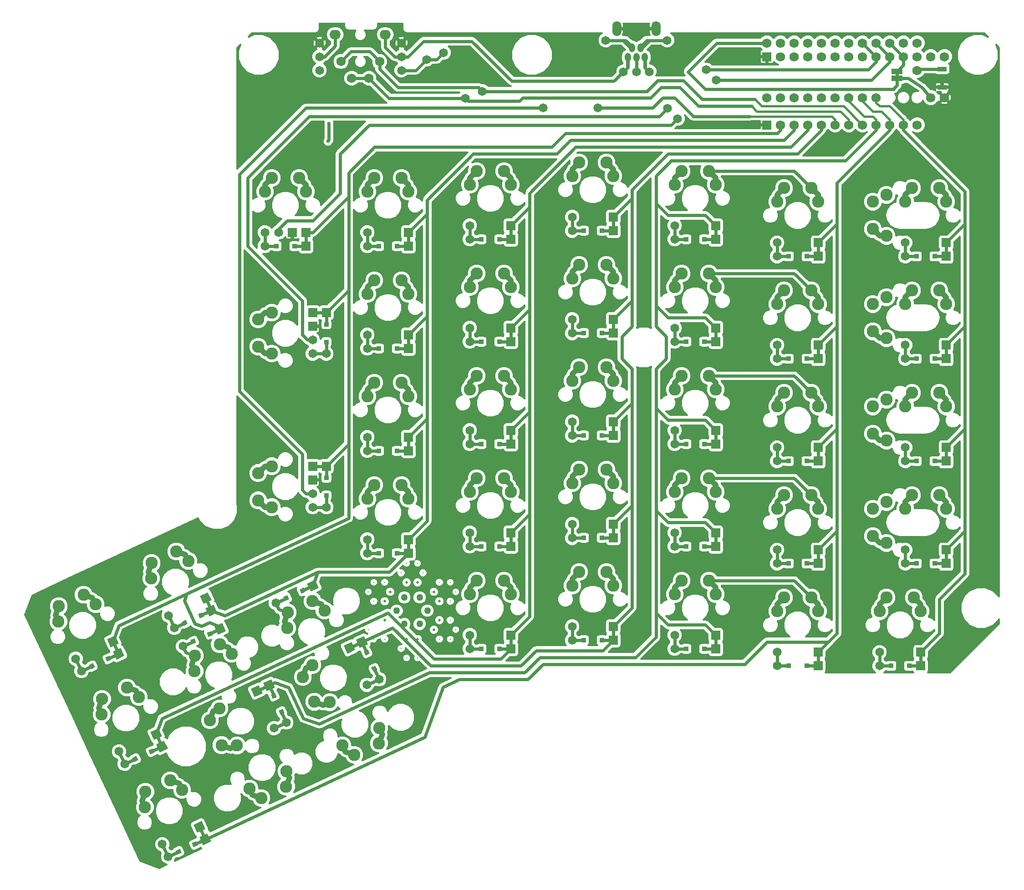
<source format=gtl>
G04 #@! TF.GenerationSoftware,KiCad,Pcbnew,5.1.5*
G04 #@! TF.CreationDate,2020-05-06T10:11:07+08:00*
G04 #@! TF.ProjectId,ErgoDOX,4572676f-444f-4582-9e6b-696361645f70,rev?*
G04 #@! TF.SameCoordinates,Original*
G04 #@! TF.FileFunction,Copper,L1,Top*
G04 #@! TF.FilePolarity,Positive*
%FSLAX46Y46*%
G04 Gerber Fmt 4.6, Leading zero omitted, Abs format (unit mm)*
G04 Created by KiCad (PCBNEW 5.1.5) date 2020-05-06 10:11:07*
%MOMM*%
%LPD*%
G04 APERTURE LIST*
%ADD10C,0.609600*%
%ADD11O,1.143000X1.651000*%
%ADD12O,1.701800X2.794000*%
%ADD13C,1.651000*%
%ADD14C,1.752600*%
%ADD15R,1.752600X1.752600*%
%ADD16C,1.270000*%
%ADD17C,0.508000*%
%ADD18C,0.304800*%
%ADD19C,0.203200*%
%ADD20C,0.800000*%
%ADD21C,0.150000*%
%ADD22R,1.651000X1.651000*%
%ADD23C,2.286000*%
%ADD24R,2.032000X1.016000*%
%ADD25O,2.057400X1.752600*%
%ADD26C,2.283460*%
%ADD27R,0.838200X0.838200*%
%ADD28C,2.280920*%
%ADD29R,1.700000X0.900000*%
%ADD30C,0.609600*%
%ADD31C,0.406400*%
%ADD32C,1.016000*%
%ADD33C,0.600000*%
%ADD34C,0.304800*%
G04 APERTURE END LIST*
D10*
X135229600Y-40259000D02*
X135991600Y-39497000D01*
X135991600Y-39497000D02*
X135991600Y-37973000D01*
X140055600Y-40259000D02*
X139293600Y-39624000D01*
X139293600Y-39624000D02*
X139293600Y-37973000D01*
X137642600Y-37973000D02*
X137642600Y-40259000D01*
X136753600Y-35433000D02*
X135610600Y-34417000D01*
X135610600Y-34417000D02*
X131927600Y-34417000D01*
X138531600Y-35433000D02*
X139547600Y-34417000D01*
X139547600Y-34417000D02*
X143357600Y-34417000D01*
X53341367Y-147187736D02*
X55286576Y-146280670D01*
X58302224Y-144874450D02*
X60247433Y-143967384D01*
X70605747Y-139135936D02*
X72550956Y-138228870D01*
X75566604Y-136822650D02*
X77511813Y-135915584D01*
X187642500Y-93672660D02*
X189788800Y-93672660D01*
X193116200Y-93672660D02*
X195262500Y-93672660D01*
X187642500Y-131772660D02*
X189788800Y-131772660D01*
X193116200Y-131772660D02*
X195262500Y-131772660D01*
X187642500Y-74625200D02*
X189788800Y-74625200D01*
X193116200Y-74625200D02*
X195262500Y-74625200D01*
X187642500Y-112722660D02*
X189788800Y-112722660D01*
X193116200Y-112722660D02*
X195262500Y-112722660D01*
X87630000Y-72720200D02*
X89776300Y-72720200D01*
X93103700Y-72720200D02*
X95250000Y-72720200D01*
X144780000Y-90497660D02*
X146926300Y-90497660D01*
X150253700Y-90497660D02*
X152400000Y-90497660D01*
X72554721Y-161349962D02*
X71647655Y-159404753D01*
X70241435Y-156389105D02*
X69334370Y-154443896D01*
X89819101Y-153298162D02*
X88912035Y-151352953D01*
X87505815Y-148337305D02*
X86598750Y-146392096D01*
X106680000Y-147647660D02*
X108826300Y-147647660D01*
X112153700Y-147647660D02*
X114300000Y-147647660D01*
X125730000Y-146050000D02*
X127876300Y-146050000D01*
X131203700Y-146050000D02*
X133350000Y-146050000D01*
X163830000Y-150822660D02*
X165976300Y-150822660D01*
X169303700Y-150822660D02*
X171450000Y-150822660D01*
X87630000Y-129867660D02*
X89776300Y-129867660D01*
X93103700Y-129867660D02*
X95250000Y-129867660D01*
X106680000Y-128597660D02*
X108826300Y-128597660D01*
X112153700Y-128597660D02*
X114300000Y-128597660D01*
X125730000Y-127000000D02*
X127876300Y-127000000D01*
X131203700Y-127000000D02*
X133350000Y-127000000D01*
X144780000Y-128597660D02*
X146926300Y-128597660D01*
X150253700Y-128597660D02*
X152400000Y-128597660D01*
X163830000Y-131772660D02*
X165976300Y-131772660D01*
X169303700Y-131772660D02*
X171450000Y-131772660D01*
X87630000Y-110817660D02*
X89776300Y-110817660D01*
X93103700Y-110817660D02*
X95250000Y-110817660D01*
X106680000Y-109547660D02*
X108826300Y-109547660D01*
X112153700Y-109547660D02*
X114300000Y-109547660D01*
X125730000Y-107950000D02*
X127876300Y-107950000D01*
X131203700Y-107950000D02*
X133350000Y-107950000D01*
X144780000Y-109547660D02*
X146926300Y-109547660D01*
X150253700Y-109547660D02*
X152400000Y-109547660D01*
X106680000Y-90497660D02*
X108826300Y-90497660D01*
X112153700Y-90497660D02*
X114300000Y-90497660D01*
X125730000Y-88900000D02*
X127876300Y-88900000D01*
X131203700Y-88900000D02*
X133350000Y-88900000D01*
X163830000Y-93672660D02*
X165976300Y-93672660D01*
X169303700Y-93672660D02*
X171450000Y-93672660D01*
X144780000Y-147647660D02*
X146926300Y-147647660D01*
X150253700Y-147647660D02*
X152400000Y-147647660D01*
X106680000Y-71447660D02*
X108826300Y-71447660D01*
X112153700Y-71447660D02*
X114300000Y-71447660D01*
X125730000Y-69850000D02*
X127876300Y-69850000D01*
X131203700Y-69850000D02*
X133350000Y-69850000D01*
X144780000Y-71447660D02*
X146926300Y-71447660D01*
X150253700Y-71447660D02*
X152400000Y-71447660D01*
X163830000Y-74625200D02*
X165976300Y-74625200D01*
X169303700Y-74625200D02*
X171450000Y-74625200D01*
X51730638Y-143735681D02*
X53675847Y-142828615D01*
X56691495Y-141422395D02*
X58636704Y-140515330D01*
X34466258Y-151784941D02*
X36411467Y-150877875D01*
X39427115Y-149471655D02*
X41372324Y-148564590D01*
X50567318Y-186316241D02*
X52512527Y-185409175D01*
X55528175Y-184002955D02*
X57473384Y-183095890D01*
X42515518Y-169049321D02*
X44460727Y-168142255D01*
X47476375Y-166736035D02*
X49421584Y-165828970D01*
X87630000Y-91767660D02*
X89776300Y-91767660D01*
X93103700Y-91767660D02*
X95250000Y-91767660D01*
X182880000Y-150822660D02*
X185026300Y-150822660D01*
X188353700Y-150822660D02*
X190500000Y-150822660D01*
X80010000Y-121295160D02*
X80010000Y-119148860D01*
X80010000Y-115821460D02*
X80010000Y-113675160D01*
X80010000Y-92720160D02*
X80010000Y-90573860D01*
X80010000Y-87246460D02*
X80010000Y-85100160D01*
X68580000Y-72720200D02*
X70726300Y-72720200D01*
X74053700Y-72720200D02*
X76200000Y-72720200D01*
X163830000Y-112722660D02*
X165976300Y-112722660D01*
X169303700Y-112722660D02*
X171450000Y-112722660D01*
D11*
X139242800Y-37553900D03*
X138442700Y-35806380D03*
X137642600Y-37553900D03*
X136842500Y-35806380D03*
X136042400Y-37553900D03*
D12*
X133995160Y-32230060D03*
X141290040Y-32230060D03*
D13*
X140055600Y-40259000D03*
X143357600Y-34417000D03*
X137642600Y-40259000D03*
X131927600Y-34417000D03*
X135229600Y-40259000D03*
D14*
X169545000Y-34925000D03*
X172085000Y-34925000D03*
X161925000Y-34925000D03*
X164465000Y-34925000D03*
X167005000Y-34925000D03*
X174625000Y-34925000D03*
X177165000Y-34925000D03*
X179705000Y-34925000D03*
X182245000Y-34925000D03*
X184785000Y-34925000D03*
X187325000Y-34925000D03*
X189865000Y-34925000D03*
X189865000Y-50165000D03*
X187325000Y-50165000D03*
X184785000Y-50165000D03*
X182245000Y-50165000D03*
X179705000Y-50165000D03*
X177165000Y-50165000D03*
X174625000Y-50165000D03*
X172085000Y-50165000D03*
X169545000Y-50165000D03*
X167005000Y-50165000D03*
X164465000Y-50165000D03*
D15*
X161925000Y-50165000D03*
D14*
X189865000Y-40005000D03*
D16*
X98777300Y-140557500D03*
X97354900Y-143018760D03*
X94512640Y-143018760D03*
X93087700Y-140557500D03*
X94510100Y-138096240D03*
X97352360Y-138096240D03*
D17*
X101012500Y-142315180D03*
X96948500Y-145835620D03*
X91871040Y-144075400D03*
X90852500Y-138799820D03*
X94916500Y-135279380D03*
X99993960Y-137039600D03*
X99996500Y-144075400D03*
X94919040Y-145835620D03*
X90852500Y-142315180D03*
X91868500Y-137039600D03*
X96945960Y-135279380D03*
X101009960Y-138799820D03*
D18*
X103044500Y-142315180D03*
X97964500Y-147595840D03*
X90855040Y-145835620D03*
X88820500Y-138799820D03*
X93900500Y-133519160D03*
X101009960Y-135279380D03*
X101012500Y-145835620D03*
X93903040Y-147595840D03*
X88820500Y-142315180D03*
X90852500Y-135279380D03*
X97961960Y-133519160D03*
X103041960Y-138799820D03*
D19*
X104060500Y-144075400D03*
X96948500Y-149356060D03*
X88823040Y-145835620D03*
X87804500Y-137039600D03*
X94916500Y-131758940D03*
X103041960Y-135279380D03*
X103044500Y-145835620D03*
X94919040Y-149356060D03*
X87804500Y-144075400D03*
X88820500Y-135279380D03*
X96945960Y-131758940D03*
X104060500Y-137039600D03*
D20*
X100190000Y-58530000D03*
X177240000Y-132590000D03*
X157790000Y-132510000D03*
X138670000Y-134080000D03*
X119940000Y-134000000D03*
X59870000Y-171840000D03*
X101490000Y-129460000D03*
X155300000Y-37140000D03*
X174460000Y-54430000D03*
X78130000Y-55020000D03*
X138750000Y-64400000D03*
D14*
X164465000Y-37465000D03*
X167005000Y-37465000D03*
X169545000Y-37465000D03*
X172085000Y-37465000D03*
X174625000Y-37465000D03*
X177165000Y-37465000D03*
X179705000Y-37465000D03*
X182245000Y-37465000D03*
X184785000Y-37465000D03*
X187325000Y-37465000D03*
X189865000Y-37465000D03*
X192405000Y-37465000D03*
X194945000Y-37465000D03*
D15*
X161925000Y-37465000D03*
D14*
X194945000Y-45085000D03*
X192405000Y-45085000D03*
X182245000Y-45085000D03*
X179705000Y-45085000D03*
X177165000Y-45085000D03*
X174625000Y-45085000D03*
X172085000Y-45085000D03*
X169545000Y-45085000D03*
X167005000Y-45085000D03*
X164465000Y-45085000D03*
X161925000Y-45085000D03*
D13*
X53341367Y-147187736D03*
G04 #@! TA.AperFunction,SMDPad,CuDef*
D21*
G36*
X55083862Y-146837623D02*
G01*
X54729623Y-146077956D01*
X55489290Y-145723717D01*
X55843529Y-146483384D01*
X55083862Y-146837623D01*
G37*
G04 #@! TD.AperFunction*
G04 #@! TA.AperFunction,ComponentPad*
G36*
X59848147Y-145064412D02*
G01*
X59150405Y-143568098D01*
X60646719Y-142870356D01*
X61344461Y-144366670D01*
X59848147Y-145064412D01*
G37*
G04 #@! TD.AperFunction*
G04 #@! TA.AperFunction,SMDPad,CuDef*
G36*
X58099510Y-145431403D02*
G01*
X57745271Y-144671736D01*
X58504938Y-144317497D01*
X58859177Y-145077164D01*
X58099510Y-145431403D01*
G37*
G04 #@! TD.AperFunction*
D13*
X70605747Y-139135936D03*
G04 #@! TA.AperFunction,SMDPad,CuDef*
D21*
G36*
X72348242Y-138785823D02*
G01*
X71994003Y-138026156D01*
X72753670Y-137671917D01*
X73107909Y-138431584D01*
X72348242Y-138785823D01*
G37*
G04 #@! TD.AperFunction*
G04 #@! TA.AperFunction,ComponentPad*
G36*
X77112527Y-137012612D02*
G01*
X76414785Y-135516298D01*
X77911099Y-134818556D01*
X78608841Y-136314870D01*
X77112527Y-137012612D01*
G37*
G04 #@! TD.AperFunction*
G04 #@! TA.AperFunction,SMDPad,CuDef*
G36*
X75363890Y-137379603D02*
G01*
X75009651Y-136619936D01*
X75769318Y-136265697D01*
X76123557Y-137025364D01*
X75363890Y-137379603D01*
G37*
G04 #@! TD.AperFunction*
D13*
X77470000Y-118755160D03*
D22*
X77470000Y-116215160D03*
D13*
X77470000Y-90180160D03*
D22*
X77470000Y-87640160D03*
D13*
X71120000Y-70180200D03*
D22*
X73660000Y-70180200D03*
D23*
X77434621Y-138754526D03*
X72753017Y-143740174D03*
X79659082Y-140519823D03*
X72830577Y-140901427D03*
X60170241Y-146806326D03*
X55488637Y-151791974D03*
X62394702Y-148571623D03*
X55566197Y-148953227D03*
X85176179Y-167376434D03*
X89857783Y-162390786D03*
X82951718Y-165611137D03*
X89780223Y-165229533D03*
X67909259Y-175425694D03*
X72590863Y-170440046D03*
X65684798Y-173660397D03*
X72513303Y-173278793D03*
D13*
X152499602Y-41810398D03*
X145315398Y-48994602D03*
X150594602Y-39905398D03*
X143410398Y-47089602D03*
X130492500Y-46990000D03*
X120332500Y-46990000D03*
X101817898Y-36730398D03*
X109002102Y-43914602D03*
X98642898Y-38000398D03*
X105827102Y-45184602D03*
X78740000Y-40005000D03*
X78740000Y-37465000D03*
X78740000Y-34925000D03*
X93980000Y-40005000D03*
X93980000Y-37465000D03*
X93980000Y-34925000D03*
D24*
X186130000Y-40255000D03*
X186130000Y-41525000D03*
D25*
X90957400Y-33375600D03*
D14*
X82702400Y-38379400D03*
X87909400Y-41478200D03*
D25*
X81661000Y-33375600D03*
D14*
X84709000Y-41478200D03*
X89916000Y-38379400D03*
D23*
X193992500Y-80972660D03*
X187642500Y-83512660D03*
D26*
X195262500Y-83512660D03*
D23*
X188912500Y-80972660D03*
D13*
X187642500Y-91132660D03*
D22*
X195262500Y-91132660D03*
D13*
X187642500Y-93672660D03*
D22*
X195262500Y-93672660D03*
D27*
X189788800Y-93672660D03*
X193116200Y-93672660D03*
D28*
X181610000Y-83512660D03*
X184150000Y-82242660D03*
X184150000Y-89862660D03*
X181610000Y-88592660D03*
D23*
X193992500Y-119072660D03*
X187642500Y-121612660D03*
D26*
X195262500Y-121612660D03*
D23*
X188912500Y-119072660D03*
D13*
X187642500Y-129232660D03*
D22*
X195262500Y-129232660D03*
D13*
X187642500Y-131772660D03*
D22*
X195262500Y-131772660D03*
D27*
X189788800Y-131772660D03*
X193116200Y-131772660D03*
D28*
X181610000Y-121612660D03*
X184150000Y-120342660D03*
X184150000Y-127962660D03*
X181610000Y-126692660D03*
D23*
X193992500Y-61925200D03*
X187642500Y-64465200D03*
D26*
X195262500Y-64465200D03*
D23*
X188912500Y-61925200D03*
D13*
X187642500Y-72085200D03*
D22*
X195262500Y-72085200D03*
D13*
X187642500Y-74625200D03*
D22*
X195262500Y-74625200D03*
D27*
X189788800Y-74625200D03*
X193116200Y-74625200D03*
D28*
X181610000Y-64465200D03*
X184150000Y-63195200D03*
X184150000Y-70815200D03*
X181610000Y-69545200D03*
D23*
X193992500Y-100022660D03*
X187642500Y-102562660D03*
D26*
X195262500Y-102562660D03*
D23*
X188912500Y-100022660D03*
D13*
X187642500Y-110182660D03*
D22*
X195262500Y-110182660D03*
D13*
X187642500Y-112722660D03*
D22*
X195262500Y-112722660D03*
D27*
X189788800Y-112722660D03*
X193116200Y-112722660D03*
D28*
X181610000Y-102562660D03*
X184150000Y-101292660D03*
X184150000Y-108912660D03*
X181610000Y-107642660D03*
D23*
X93980000Y-60020200D03*
X87630000Y-62560200D03*
X95250000Y-62560200D03*
X88900000Y-60020200D03*
D13*
X87630000Y-70180200D03*
D22*
X95250000Y-70180200D03*
D13*
X87630000Y-72720200D03*
D22*
X95250000Y-72720200D03*
D27*
X89776300Y-72720200D03*
X93103700Y-72720200D03*
D23*
X151130000Y-77797660D03*
X144780000Y-80337660D03*
X152400000Y-80337660D03*
X146050000Y-77797660D03*
D13*
X144780000Y-87957660D03*
D22*
X152400000Y-87957660D03*
D13*
X144780000Y-90497660D03*
D22*
X152400000Y-90497660D03*
D27*
X146926300Y-90497660D03*
X150253700Y-90497660D03*
D23*
X58360986Y-160962159D03*
X63346634Y-165643763D03*
X60126283Y-158737698D03*
X60507887Y-165566203D03*
D13*
X70252699Y-162423412D03*
G04 #@! TA.AperFunction,ComponentPad*
D21*
G36*
X68129376Y-155916633D02*
G01*
X66633062Y-156614375D01*
X65935320Y-155118061D01*
X67431634Y-154420319D01*
X68129376Y-155916633D01*
G37*
G04 #@! TD.AperFunction*
D13*
X72554721Y-161349962D03*
G04 #@! TA.AperFunction,ComponentPad*
D21*
G36*
X70431398Y-154843182D02*
G01*
X68935084Y-155540924D01*
X68237342Y-154044610D01*
X69733656Y-153346868D01*
X70431398Y-154843182D01*
G37*
G04 #@! TD.AperFunction*
G04 #@! TA.AperFunction,SMDPad,CuDef*
G36*
X72204608Y-159607467D02*
G01*
X71444941Y-159961706D01*
X71090702Y-159202039D01*
X71850369Y-158847800D01*
X72204608Y-159607467D01*
G37*
G04 #@! TD.AperFunction*
G04 #@! TA.AperFunction,SMDPad,CuDef*
G36*
X70798388Y-156591819D02*
G01*
X70038721Y-156946058D01*
X69684482Y-156186391D01*
X70444149Y-155832152D01*
X70798388Y-156591819D01*
G37*
G04 #@! TD.AperFunction*
D23*
X75625366Y-152910359D03*
X80611014Y-157591963D03*
X77390663Y-150685898D03*
X77772267Y-157514403D03*
D13*
X87517079Y-154371612D03*
G04 #@! TA.AperFunction,ComponentPad*
D21*
G36*
X85393756Y-147864833D02*
G01*
X83897442Y-148562575D01*
X83199700Y-147066261D01*
X84696014Y-146368519D01*
X85393756Y-147864833D01*
G37*
G04 #@! TD.AperFunction*
D13*
X89819101Y-153298162D03*
G04 #@! TA.AperFunction,ComponentPad*
D21*
G36*
X87695778Y-146791382D02*
G01*
X86199464Y-147489124D01*
X85501722Y-145992810D01*
X86998036Y-145295068D01*
X87695778Y-146791382D01*
G37*
G04 #@! TD.AperFunction*
G04 #@! TA.AperFunction,SMDPad,CuDef*
G36*
X89468988Y-151555667D02*
G01*
X88709321Y-151909906D01*
X88355082Y-151150239D01*
X89114749Y-150796000D01*
X89468988Y-151555667D01*
G37*
G04 #@! TD.AperFunction*
G04 #@! TA.AperFunction,SMDPad,CuDef*
G36*
X88062768Y-148540019D02*
G01*
X87303101Y-148894258D01*
X86948862Y-148134591D01*
X87708529Y-147780352D01*
X88062768Y-148540019D01*
G37*
G04 #@! TD.AperFunction*
D23*
X113030000Y-134947660D03*
X106680000Y-137487660D03*
X114300000Y-137487660D03*
X107950000Y-134947660D03*
D13*
X106680000Y-145107660D03*
D22*
X114300000Y-145107660D03*
D13*
X106680000Y-147647660D03*
D22*
X114300000Y-147647660D03*
D27*
X108826300Y-147647660D03*
X112153700Y-147647660D03*
D23*
X132080000Y-133350000D03*
X125730000Y-135890000D03*
X133350000Y-135890000D03*
X127000000Y-133350000D03*
D13*
X125730000Y-143510000D03*
D22*
X133350000Y-143510000D03*
D13*
X125730000Y-146050000D03*
D22*
X133350000Y-146050000D03*
D27*
X127876300Y-146050000D03*
X131203700Y-146050000D03*
D23*
X170180000Y-138122660D03*
X163830000Y-140662660D03*
X171450000Y-140662660D03*
X165100000Y-138122660D03*
D13*
X163830000Y-148282660D03*
D22*
X171450000Y-148282660D03*
D13*
X163830000Y-150822660D03*
D22*
X171450000Y-150822660D03*
D27*
X165976300Y-150822660D03*
X169303700Y-150822660D03*
D23*
X93980000Y-117167660D03*
X87630000Y-119707660D03*
X95250000Y-119707660D03*
X88900000Y-117167660D03*
D13*
X87630000Y-127327660D03*
D22*
X95250000Y-127327660D03*
D13*
X87630000Y-129867660D03*
D22*
X95250000Y-129867660D03*
D27*
X89776300Y-129867660D03*
X93103700Y-129867660D03*
D23*
X113030000Y-115897660D03*
X106680000Y-118437660D03*
X114300000Y-118437660D03*
X107950000Y-115897660D03*
D13*
X106680000Y-126057660D03*
D22*
X114300000Y-126057660D03*
D13*
X106680000Y-128597660D03*
D22*
X114300000Y-128597660D03*
D27*
X108826300Y-128597660D03*
X112153700Y-128597660D03*
D23*
X132080000Y-114300000D03*
X125730000Y-116840000D03*
X133350000Y-116840000D03*
X127000000Y-114300000D03*
D13*
X125730000Y-124460000D03*
D22*
X133350000Y-124460000D03*
D13*
X125730000Y-127000000D03*
D22*
X133350000Y-127000000D03*
D27*
X127876300Y-127000000D03*
X131203700Y-127000000D03*
D23*
X151130000Y-115897660D03*
X144780000Y-118437660D03*
X152400000Y-118437660D03*
X146050000Y-115897660D03*
D13*
X144780000Y-126057660D03*
D22*
X152400000Y-126057660D03*
D13*
X144780000Y-128597660D03*
D22*
X152400000Y-128597660D03*
D27*
X146926300Y-128597660D03*
X150253700Y-128597660D03*
D23*
X170180000Y-119072660D03*
X163830000Y-121612660D03*
X171450000Y-121612660D03*
X165100000Y-119072660D03*
D13*
X163830000Y-129232660D03*
D22*
X171450000Y-129232660D03*
D13*
X163830000Y-131772660D03*
D22*
X171450000Y-131772660D03*
D27*
X165976300Y-131772660D03*
X169303700Y-131772660D03*
D23*
X93980000Y-98117660D03*
X87630000Y-100657660D03*
X95250000Y-100657660D03*
X88900000Y-98117660D03*
D13*
X87630000Y-108277660D03*
D22*
X95250000Y-108277660D03*
D13*
X87630000Y-110817660D03*
D22*
X95250000Y-110817660D03*
D27*
X89776300Y-110817660D03*
X93103700Y-110817660D03*
D23*
X113030000Y-96847660D03*
X106680000Y-99387660D03*
X114300000Y-99387660D03*
X107950000Y-96847660D03*
D13*
X106680000Y-107007660D03*
D22*
X114300000Y-107007660D03*
D13*
X106680000Y-109547660D03*
D22*
X114300000Y-109547660D03*
D27*
X108826300Y-109547660D03*
X112153700Y-109547660D03*
D23*
X132080000Y-95250000D03*
X125730000Y-97790000D03*
X133350000Y-97790000D03*
X127000000Y-95250000D03*
D13*
X125730000Y-105410000D03*
D22*
X133350000Y-105410000D03*
D13*
X125730000Y-107950000D03*
D22*
X133350000Y-107950000D03*
D27*
X127876300Y-107950000D03*
X131203700Y-107950000D03*
D23*
X151130000Y-96847660D03*
X144780000Y-99387660D03*
X152400000Y-99387660D03*
X146050000Y-96847660D03*
D13*
X144780000Y-107007660D03*
D22*
X152400000Y-107007660D03*
D13*
X144780000Y-109547660D03*
D22*
X152400000Y-109547660D03*
D27*
X146926300Y-109547660D03*
X150253700Y-109547660D03*
D23*
X113030000Y-77797660D03*
X106680000Y-80337660D03*
X114300000Y-80337660D03*
X107950000Y-77797660D03*
D13*
X106680000Y-87957660D03*
D22*
X114300000Y-87957660D03*
D13*
X106680000Y-90497660D03*
D22*
X114300000Y-90497660D03*
D27*
X108826300Y-90497660D03*
X112153700Y-90497660D03*
D23*
X132080000Y-76200000D03*
X125730000Y-78740000D03*
X133350000Y-78740000D03*
X127000000Y-76200000D03*
D13*
X125730000Y-86360000D03*
D22*
X133350000Y-86360000D03*
D13*
X125730000Y-88900000D03*
D22*
X133350000Y-88900000D03*
D27*
X127876300Y-88900000D03*
X131203700Y-88900000D03*
D23*
X170180000Y-80972660D03*
X163830000Y-83512660D03*
X171450000Y-83512660D03*
X165100000Y-80972660D03*
D13*
X163830000Y-91132660D03*
D22*
X171450000Y-91132660D03*
D13*
X163830000Y-93672660D03*
D22*
X171450000Y-93672660D03*
D27*
X165976300Y-93672660D03*
X169303700Y-93672660D03*
D23*
X151130000Y-134947660D03*
X144780000Y-137487660D03*
X152400000Y-137487660D03*
X146050000Y-134947660D03*
D13*
X144780000Y-145107660D03*
D22*
X152400000Y-145107660D03*
D13*
X144780000Y-147647660D03*
D22*
X152400000Y-147647660D03*
D27*
X146926300Y-147647660D03*
X150253700Y-147647660D03*
D23*
X113030000Y-58747660D03*
X106680000Y-61287660D03*
X114300000Y-61287660D03*
X107950000Y-58747660D03*
D13*
X106680000Y-68907660D03*
D22*
X114300000Y-68907660D03*
D13*
X106680000Y-71447660D03*
D22*
X114300000Y-71447660D03*
D27*
X108826300Y-71447660D03*
X112153700Y-71447660D03*
D23*
X132080000Y-57150000D03*
X125730000Y-59690000D03*
X133350000Y-59690000D03*
X127000000Y-57150000D03*
D13*
X125730000Y-67310000D03*
D22*
X133350000Y-67310000D03*
D13*
X125730000Y-69850000D03*
D22*
X133350000Y-69850000D03*
D27*
X127876300Y-69850000D03*
X131203700Y-69850000D03*
D23*
X151130000Y-58747660D03*
X144780000Y-61287660D03*
X152400000Y-61287660D03*
X146050000Y-58747660D03*
D13*
X144780000Y-68907660D03*
D22*
X152400000Y-68907660D03*
D13*
X144780000Y-71447660D03*
D22*
X152400000Y-71447660D03*
D27*
X146926300Y-71447660D03*
X150253700Y-71447660D03*
D23*
X170180000Y-61925200D03*
X163830000Y-64465200D03*
X171450000Y-64465200D03*
X165100000Y-61925200D03*
D13*
X163830000Y-72085200D03*
D22*
X171450000Y-72085200D03*
D13*
X163830000Y-74625200D03*
D22*
X171450000Y-74625200D03*
D27*
X165976300Y-74625200D03*
X169303700Y-74625200D03*
D23*
X52118441Y-129541946D03*
X47436837Y-134527594D03*
X54342902Y-131307243D03*
X47514397Y-131688847D03*
D13*
X50657188Y-141433659D03*
G04 #@! TA.AperFunction,ComponentPad*
D21*
G36*
X57163967Y-139310336D02*
G01*
X56466225Y-137814022D01*
X57962539Y-137116280D01*
X58660281Y-138612594D01*
X57163967Y-139310336D01*
G37*
G04 #@! TD.AperFunction*
D13*
X51730638Y-143735681D03*
G04 #@! TA.AperFunction,ComponentPad*
D21*
G36*
X58237418Y-141612358D02*
G01*
X57539676Y-140116044D01*
X59035990Y-139418302D01*
X59733732Y-140914616D01*
X58237418Y-141612358D01*
G37*
G04 #@! TD.AperFunction*
G04 #@! TA.AperFunction,SMDPad,CuDef*
G36*
X53473133Y-143385568D02*
G01*
X53118894Y-142625901D01*
X53878561Y-142271662D01*
X54232800Y-143031329D01*
X53473133Y-143385568D01*
G37*
G04 #@! TD.AperFunction*
G04 #@! TA.AperFunction,SMDPad,CuDef*
G36*
X56488781Y-141979348D02*
G01*
X56134542Y-141219681D01*
X56894209Y-140865442D01*
X57248448Y-141625109D01*
X56488781Y-141979348D01*
G37*
G04 #@! TD.AperFunction*
D23*
X34854061Y-137591206D03*
X30172457Y-142576854D03*
X37078522Y-139356503D03*
X30250017Y-139738107D03*
D13*
X33392808Y-149482919D03*
G04 #@! TA.AperFunction,ComponentPad*
D21*
G36*
X39899587Y-147359596D02*
G01*
X39201845Y-145863282D01*
X40698159Y-145165540D01*
X41395901Y-146661854D01*
X39899587Y-147359596D01*
G37*
G04 #@! TD.AperFunction*
D13*
X34466258Y-151784941D03*
G04 #@! TA.AperFunction,ComponentPad*
D21*
G36*
X40973038Y-149661618D02*
G01*
X40275296Y-148165304D01*
X41771610Y-147467562D01*
X42469352Y-148963876D01*
X40973038Y-149661618D01*
G37*
G04 #@! TD.AperFunction*
G04 #@! TA.AperFunction,SMDPad,CuDef*
G36*
X36208753Y-151434828D02*
G01*
X35854514Y-150675161D01*
X36614181Y-150320922D01*
X36968420Y-151080589D01*
X36208753Y-151434828D01*
G37*
G04 #@! TD.AperFunction*
G04 #@! TA.AperFunction,SMDPad,CuDef*
G36*
X39224401Y-150028608D02*
G01*
X38870162Y-149268941D01*
X39629829Y-148914702D01*
X39984068Y-149674369D01*
X39224401Y-150028608D01*
G37*
G04 #@! TD.AperFunction*
D23*
X50955121Y-172122506D03*
X46273517Y-177108154D03*
X53179582Y-173887803D03*
X46351077Y-174269407D03*
D13*
X49493868Y-184014219D03*
G04 #@! TA.AperFunction,ComponentPad*
D21*
G36*
X56000647Y-181890896D02*
G01*
X55302905Y-180394582D01*
X56799219Y-179696840D01*
X57496961Y-181193154D01*
X56000647Y-181890896D01*
G37*
G04 #@! TD.AperFunction*
D13*
X50567318Y-186316241D03*
G04 #@! TA.AperFunction,ComponentPad*
D21*
G36*
X57074098Y-184192918D02*
G01*
X56376356Y-182696604D01*
X57872670Y-181998862D01*
X58570412Y-183495176D01*
X57074098Y-184192918D01*
G37*
G04 #@! TD.AperFunction*
G04 #@! TA.AperFunction,SMDPad,CuDef*
G36*
X52309813Y-185966128D02*
G01*
X51955574Y-185206461D01*
X52715241Y-184852222D01*
X53069480Y-185611889D01*
X52309813Y-185966128D01*
G37*
G04 #@! TD.AperFunction*
G04 #@! TA.AperFunction,SMDPad,CuDef*
G36*
X55325461Y-184559908D02*
G01*
X54971222Y-183800241D01*
X55730889Y-183446002D01*
X56085128Y-184205669D01*
X55325461Y-184559908D01*
G37*
G04 #@! TD.AperFunction*
D23*
X42903321Y-154855586D03*
X38221717Y-159841234D03*
X45127782Y-156620883D03*
X38299277Y-157002487D03*
D13*
X41442068Y-166747299D03*
G04 #@! TA.AperFunction,ComponentPad*
D21*
G36*
X47948847Y-164623976D02*
G01*
X47251105Y-163127662D01*
X48747419Y-162429920D01*
X49445161Y-163926234D01*
X47948847Y-164623976D01*
G37*
G04 #@! TD.AperFunction*
D13*
X42515518Y-169049321D03*
G04 #@! TA.AperFunction,ComponentPad*
D21*
G36*
X49022298Y-166925998D02*
G01*
X48324556Y-165429684D01*
X49820870Y-164731942D01*
X50518612Y-166228256D01*
X49022298Y-166925998D01*
G37*
G04 #@! TD.AperFunction*
G04 #@! TA.AperFunction,SMDPad,CuDef*
G36*
X44258013Y-168699208D02*
G01*
X43903774Y-167939541D01*
X44663441Y-167585302D01*
X45017680Y-168344969D01*
X44258013Y-168699208D01*
G37*
G04 #@! TD.AperFunction*
G04 #@! TA.AperFunction,SMDPad,CuDef*
G36*
X47273661Y-167292988D02*
G01*
X46919422Y-166533321D01*
X47679089Y-166179082D01*
X48033328Y-166938749D01*
X47273661Y-167292988D01*
G37*
G04 #@! TD.AperFunction*
D23*
X93980000Y-79067660D03*
X87630000Y-81607660D03*
X95250000Y-81607660D03*
X88900000Y-79067660D03*
D13*
X87630000Y-89227660D03*
D22*
X95250000Y-89227660D03*
D13*
X87630000Y-91767660D03*
D22*
X95250000Y-91767660D03*
D27*
X89776300Y-91767660D03*
X93103700Y-91767660D03*
D23*
X189230000Y-138122660D03*
X182880000Y-140662660D03*
X190500000Y-140662660D03*
X184150000Y-138122660D03*
D13*
X182880000Y-148282660D03*
D22*
X190500000Y-148282660D03*
D13*
X182880000Y-150822660D03*
D22*
X190500000Y-150822660D03*
D27*
X185026300Y-150822660D03*
X188353700Y-150822660D03*
D23*
X67310000Y-114945160D03*
X69850000Y-121295160D03*
X69850000Y-113675160D03*
X67310000Y-120025160D03*
D13*
X77470000Y-121295160D03*
D22*
X77470000Y-113675160D03*
D13*
X80010000Y-121295160D03*
D22*
X80010000Y-113675160D03*
D27*
X80010000Y-119148860D03*
X80010000Y-115821460D03*
D23*
X67310000Y-86370160D03*
X69850000Y-92720160D03*
X69850000Y-85100160D03*
X67310000Y-91450160D03*
D13*
X77470000Y-92720160D03*
D22*
X77470000Y-85100160D03*
D13*
X80010000Y-92720160D03*
D22*
X80010000Y-85100160D03*
D27*
X80010000Y-90573860D03*
X80010000Y-87246460D03*
D23*
X74930000Y-60020200D03*
X68580000Y-62560200D03*
X76200000Y-62560200D03*
X69850000Y-60020200D03*
D13*
X68580000Y-70180200D03*
D22*
X76200000Y-70180200D03*
D13*
X68580000Y-72720200D03*
D22*
X76200000Y-72720200D03*
D27*
X70726300Y-72720200D03*
X74053700Y-72720200D03*
D23*
X170180000Y-100022660D03*
X163830000Y-102562660D03*
X171450000Y-102562660D03*
X165100000Y-100022660D03*
D13*
X163830000Y-110182660D03*
D22*
X171450000Y-110182660D03*
D13*
X163830000Y-112722660D03*
D22*
X171450000Y-112722660D03*
D27*
X165976300Y-112722660D03*
X169303700Y-112722660D03*
D29*
X194500000Y-43150000D03*
X194500000Y-39750000D03*
D30*
X80470000Y-49840000D03*
X80300000Y-53200000D03*
D31*
X182245000Y-45085000D02*
X182245000Y-46037500D01*
D10*
X195262500Y-129232660D02*
X198755000Y-125740160D01*
X195262500Y-91132660D02*
X198755000Y-87640160D01*
X190500000Y-148282660D02*
X190500000Y-150822660D01*
X198755000Y-133664960D02*
X198755000Y-125740160D01*
D31*
X182245000Y-46037500D02*
X182880000Y-46672500D01*
X184785000Y-46672500D02*
X187325000Y-49212500D01*
D10*
X195262500Y-110182660D02*
X195262500Y-112722660D01*
X193992500Y-144790160D02*
X193992500Y-138427460D01*
X187325000Y-51117500D02*
X198755000Y-62547500D01*
X198755000Y-62547500D02*
X198755000Y-68592700D01*
X198755000Y-125740160D02*
X198755000Y-106690160D01*
X198755000Y-87640160D02*
X198755000Y-68592700D01*
X193992500Y-138427460D02*
X198755000Y-133664960D01*
X195262500Y-72085200D02*
X198755000Y-68592700D01*
X195262500Y-91132660D02*
X195262500Y-93672660D01*
D31*
X182880000Y-46672500D02*
X184785000Y-46672500D01*
D10*
X187325000Y-50165000D02*
X187325000Y-51117500D01*
X195262500Y-110182660D02*
X198755000Y-106690160D01*
D31*
X187325000Y-49212500D02*
X187325000Y-50165000D01*
D10*
X190500000Y-148282660D02*
X193992500Y-144790160D01*
X195262500Y-129232660D02*
X195262500Y-131772660D01*
X198755000Y-106690160D02*
X198755000Y-87640160D01*
X195262500Y-72085200D02*
X195262500Y-74625200D01*
X98333560Y-164043360D02*
X101711760Y-154759660D01*
X101711760Y-154759660D02*
X104729280Y-153352500D01*
X57472580Y-183095900D02*
X98333560Y-164043360D01*
X174942500Y-144790160D02*
X174942500Y-125740160D01*
X174942500Y-125740160D02*
X174942500Y-106690160D01*
X184785000Y-50165000D02*
X184785000Y-51117500D01*
X173360080Y-146372580D02*
X174942500Y-144790160D01*
X171450000Y-91132660D02*
X171450000Y-93672660D01*
D31*
X179705000Y-45720000D02*
X181610000Y-47625000D01*
X183197500Y-47625000D02*
X184785000Y-49212500D01*
D10*
X171450000Y-129232660D02*
X171450000Y-131772660D01*
X171450000Y-72085200D02*
X171450000Y-74625200D01*
X174942500Y-60960000D02*
X174942500Y-68580000D01*
X184785000Y-51117500D02*
X174942500Y-60960000D01*
X171450000Y-110182660D02*
X174942500Y-106690160D01*
X171450000Y-148282660D02*
X171450000Y-150822660D01*
X174942500Y-106690160D02*
X174942500Y-87640160D01*
X56400700Y-180794660D02*
X57472580Y-183095900D01*
D31*
X179705000Y-45085000D02*
X179705000Y-45720000D01*
D10*
X171450000Y-72085200D02*
X171450000Y-72072500D01*
X161919920Y-146372580D02*
X157797500Y-150495000D01*
X171450000Y-91132660D02*
X174942500Y-87640160D01*
X161919920Y-146372580D02*
X173360080Y-146372580D01*
X104729280Y-153352500D02*
X117475000Y-153352500D01*
X120332500Y-150495000D02*
X117475000Y-153352500D01*
X157797500Y-150495000D02*
X120332500Y-150495000D01*
D31*
X184785000Y-49212500D02*
X184785000Y-50165000D01*
D10*
X171450000Y-72072500D02*
X174942500Y-68580000D01*
X171450000Y-129232660D02*
X174942500Y-125740160D01*
D31*
X181610000Y-47625000D02*
X183197500Y-47625000D01*
D10*
X171450000Y-148282660D02*
X173360080Y-146372580D01*
X174942500Y-68580000D02*
X174942500Y-87640160D01*
X171450000Y-110182660D02*
X171450000Y-112722660D01*
X172085000Y-51117500D02*
X167640000Y-55562500D01*
X86601300Y-146392900D02*
X92301060Y-143736060D01*
X131445000Y-147955000D02*
X133350000Y-146050000D01*
X92301060Y-143736060D02*
X99377500Y-150812500D01*
X133350000Y-67310000D02*
X136842500Y-63817500D01*
X136842500Y-63817500D02*
X136842500Y-62230000D01*
X134937500Y-93662500D02*
X134937500Y-89535000D01*
X167640000Y-55562500D02*
X143510000Y-55562500D01*
X133350000Y-105410000D02*
X133350000Y-107950000D01*
X133350000Y-124460000D02*
X136842500Y-120967500D01*
X133350000Y-105410000D02*
X136842500Y-101917500D01*
X136842500Y-140017500D02*
X136842500Y-120967500D01*
X172085000Y-50165000D02*
X172085000Y-51117500D01*
X133350000Y-143510000D02*
X133350000Y-146050000D01*
X84297520Y-147464780D02*
X86601300Y-146392900D01*
X131445000Y-147955000D02*
X119062500Y-147955000D01*
X136842500Y-87630000D02*
X136842500Y-82867500D01*
X133350000Y-143510000D02*
X136842500Y-140017500D01*
X133350000Y-124460000D02*
X133350000Y-127000000D01*
X116205000Y-150812500D02*
X99377500Y-150812500D01*
X133350000Y-86360000D02*
X136842500Y-82867500D01*
X119062500Y-147955000D02*
X116205000Y-150812500D01*
X134937500Y-89535000D02*
X136842500Y-87630000D01*
X136842500Y-95567500D02*
X134937500Y-93662500D01*
X133350000Y-67310000D02*
X133350000Y-69850000D01*
X133350000Y-86360000D02*
X133350000Y-88900000D01*
X136842500Y-82867500D02*
X136842500Y-63817500D01*
X136842500Y-62230000D02*
X143510000Y-55562500D01*
X136842500Y-120967500D02*
X136842500Y-101917500D01*
X136842500Y-101917500D02*
X136842500Y-95567500D01*
X143510000Y-105092500D02*
X141287500Y-102870000D01*
X143510000Y-143192500D02*
X141287500Y-140970000D01*
X152400000Y-145107660D02*
X150484840Y-143192500D01*
X150484840Y-143192500D02*
X143510000Y-143192500D01*
X143192500Y-93662500D02*
X143192500Y-89535000D01*
X182245000Y-51117500D02*
X176530000Y-56832500D01*
X152400000Y-107007660D02*
X150484840Y-105092500D01*
X152400000Y-107007660D02*
X152400000Y-109547660D01*
X176530000Y-56832500D02*
X144145000Y-56832500D01*
D31*
X177165000Y-45720000D02*
X180022500Y-48577500D01*
X181610000Y-48577500D02*
X182245000Y-49212500D01*
D10*
X141287500Y-87630000D02*
X141287500Y-83820000D01*
X143510000Y-66992500D02*
X141287500Y-64770000D01*
X152400000Y-126057660D02*
X150484840Y-124142500D01*
X141287500Y-59690000D02*
X141287500Y-64770000D01*
X144145000Y-56832500D02*
X141287500Y-59690000D01*
D31*
X180022500Y-48577500D02*
X181610000Y-48577500D01*
D10*
X152400000Y-68907660D02*
X152400000Y-71447660D01*
X152400000Y-68907660D02*
X150484840Y-66992500D01*
X141287500Y-95567500D02*
X143192500Y-93662500D01*
X150484840Y-86042500D02*
X143510000Y-86042500D01*
X141287500Y-140970000D02*
X141287500Y-121920000D01*
X150484840Y-124142500D02*
X143510000Y-124142500D01*
X150484840Y-105092500D02*
X143510000Y-105092500D01*
X143510000Y-86042500D02*
X141287500Y-83820000D01*
X152400000Y-145107660D02*
X152400000Y-147647660D01*
X143510000Y-124142500D02*
X141287500Y-121920000D01*
X152400000Y-87957660D02*
X152400000Y-90497660D01*
X182245000Y-50165000D02*
X182245000Y-51117500D01*
D31*
X182245000Y-49212500D02*
X182245000Y-50165000D01*
D10*
X99192080Y-152082500D02*
X116840000Y-152082500D01*
X141287500Y-102870000D02*
X141287500Y-95567500D01*
X119697500Y-149225000D02*
X116840000Y-152082500D01*
X141287500Y-145415000D02*
X141287500Y-140970000D01*
X152400000Y-126057660D02*
X152400000Y-128597660D01*
X141287500Y-145415000D02*
X137477500Y-149225000D01*
X137477500Y-149225000D02*
X119697500Y-149225000D01*
X143192500Y-89535000D02*
X141287500Y-87630000D01*
X141287500Y-83820000D02*
X141287500Y-64770000D01*
X152400000Y-87957660D02*
X150484840Y-86042500D01*
D31*
X177165000Y-45085000D02*
X177165000Y-45720000D01*
D10*
X150484840Y-66992500D02*
X143510000Y-66992500D01*
X141287500Y-121920000D02*
X141287500Y-102870000D01*
X70487540Y-153906220D02*
X73017380Y-154828240D01*
X69334380Y-154442160D02*
X70487540Y-153906220D01*
X75702160Y-160583880D02*
X78656180Y-161658300D01*
X73017380Y-154828240D02*
X75702160Y-160583880D01*
X78656180Y-161658300D02*
X99192080Y-152082500D01*
X67033140Y-155516580D02*
X69334380Y-154442160D01*
X166370000Y-54292500D02*
X126365000Y-54292500D01*
X114300000Y-87957660D02*
X117792500Y-84465160D01*
X114300000Y-145107660D02*
X117792500Y-141615160D01*
X117792500Y-84465160D02*
X117792500Y-65415160D01*
X114300000Y-107007660D02*
X117792500Y-103515160D01*
X114300000Y-87957660D02*
X114300000Y-90497660D01*
X114300000Y-107007660D02*
X114300000Y-109547660D01*
X169545000Y-51117500D02*
X166370000Y-54292500D01*
X169545000Y-50165000D02*
X169545000Y-51117500D01*
X117792500Y-141615160D02*
X117792500Y-122565160D01*
X114300000Y-68907660D02*
X114300000Y-71447660D01*
X48348900Y-163527740D02*
X49423320Y-165831520D01*
X114300000Y-126057660D02*
X117792500Y-122565160D01*
X117792500Y-122565160D02*
X117792500Y-103515160D01*
X48348900Y-163527740D02*
X49423320Y-160576260D01*
X114300000Y-147647660D02*
X112405160Y-149542500D01*
X114300000Y-145107660D02*
X114300000Y-147647660D01*
X117792500Y-103515160D02*
X117792500Y-84465160D01*
X114300000Y-126057660D02*
X114300000Y-128597660D01*
X126365000Y-54292500D02*
X117792500Y-62865000D01*
X49423320Y-160576260D02*
X91450160Y-140980160D01*
X114300000Y-68907660D02*
X117792500Y-65415160D01*
X117792500Y-62865000D02*
X117792500Y-65415160D01*
X112405160Y-149542500D02*
X100012500Y-149542500D01*
X100012500Y-149542500D02*
X91450160Y-140980160D01*
X95250000Y-70180200D02*
X98742500Y-66687700D01*
X167005000Y-50165000D02*
X167005000Y-51117500D01*
X95250000Y-89227660D02*
X95250000Y-89217500D01*
X58635900Y-140515340D02*
X61168280Y-141437360D01*
X91732100Y-133385560D02*
X78432660Y-133385560D01*
X122872500Y-55562500D02*
X107315000Y-55562500D01*
X95250000Y-89227660D02*
X95250000Y-91767660D01*
X165100000Y-53022500D02*
X125412500Y-53022500D01*
X98742500Y-64135000D02*
X98742500Y-66687700D01*
X98742500Y-104785160D02*
X98742500Y-104775000D01*
X107315000Y-55562500D02*
X98742500Y-64135000D01*
X95250000Y-108277660D02*
X98742500Y-104785160D01*
X98742500Y-104775000D02*
X98742500Y-85725000D01*
X77513180Y-135917940D02*
X78432660Y-133385560D01*
X125412500Y-53022500D02*
X122872500Y-55562500D01*
X98742500Y-123835160D02*
X95250000Y-127327660D01*
X57564020Y-138211560D02*
X58635900Y-140515340D01*
X61168280Y-141437360D02*
X78432660Y-133385560D01*
X167005000Y-51117500D02*
X165100000Y-53022500D01*
X95250000Y-70180200D02*
X95250000Y-72720200D01*
X95250000Y-129867660D02*
X91732100Y-133385560D01*
X98742500Y-85725000D02*
X98742500Y-66687700D01*
X98742500Y-104785160D02*
X98742500Y-123835160D01*
X95250000Y-89217500D02*
X98742500Y-85725000D01*
X95250000Y-108277660D02*
X95250000Y-110817660D01*
X95250000Y-127327660D02*
X95250000Y-129867660D01*
X164465000Y-50165000D02*
X164465000Y-51117500D01*
X54033420Y-137406380D02*
X84137500Y-123367800D01*
X55585360Y-142989300D02*
X53573680Y-138671300D01*
X60246260Y-143967200D02*
X59979560Y-143393160D01*
X41374060Y-143309340D02*
X54033420Y-137406380D01*
X164465000Y-51117500D02*
X163830000Y-51752500D01*
X80010000Y-113675160D02*
X84137500Y-109547660D01*
X76200000Y-70180200D02*
X77457300Y-70180200D01*
X56852820Y-143449040D02*
X55585360Y-142989300D01*
X163830000Y-51752500D02*
X124460000Y-51752500D01*
X40297100Y-146263360D02*
X41371520Y-148564600D01*
X58290460Y-142778480D02*
X56852820Y-143449040D01*
X124460000Y-51752500D02*
X121920000Y-54292500D01*
X59979560Y-143393160D02*
X58290460Y-142778480D01*
X77470000Y-113675160D02*
X80010000Y-113675160D01*
X84137500Y-80972660D02*
X84137500Y-63500000D01*
X76200000Y-70180200D02*
X76200000Y-72720200D01*
X53573680Y-138671300D02*
X54033420Y-137406380D01*
X41374060Y-143309340D02*
X40297100Y-146263360D01*
X84137500Y-109537500D02*
X84137500Y-80972660D01*
X84137500Y-109547660D02*
X84137500Y-109537500D01*
X84137500Y-109537500D02*
X84137500Y-123367800D01*
X80010000Y-85100160D02*
X84137500Y-80972660D01*
X77470000Y-85100160D02*
X80010000Y-85100160D01*
X77457300Y-70180200D02*
X84137500Y-63500000D01*
X84137500Y-59055000D02*
X84137500Y-63500000D01*
X121920000Y-54292500D02*
X88900000Y-54292500D01*
X88900000Y-54292500D02*
X84137500Y-59055000D01*
X182245000Y-34925000D02*
X184785000Y-37465000D01*
X181391560Y-41810940D02*
X152499060Y-41810940D01*
X184785000Y-37465000D02*
X184785000Y-38417500D01*
X184785000Y-38417500D02*
X181391560Y-41810940D01*
X179705000Y-34925000D02*
X182245000Y-37465000D01*
X180756560Y-39905940D02*
X150594060Y-39905940D01*
X182245000Y-38417500D02*
X180756560Y-39905940D01*
X182245000Y-37465000D02*
X182245000Y-38417500D01*
D31*
X173990000Y-48577500D02*
X158750000Y-48577500D01*
D10*
X144780000Y-45085000D02*
X148272500Y-48577500D01*
X148272500Y-48577500D02*
X158750000Y-48577500D01*
D31*
X174625000Y-49212500D02*
X174625000Y-50165000D01*
D10*
X142554960Y-45085000D02*
X144780000Y-45085000D01*
D31*
X174625000Y-49212500D02*
X173990000Y-48577500D01*
D10*
X140649960Y-46990000D02*
X142554960Y-45085000D01*
X130492500Y-46990000D02*
X140649960Y-46990000D01*
D32*
X34853880Y-137591800D02*
X36540440Y-138206480D01*
X76240640Y-151223980D02*
X77393800Y-150685500D01*
X85176360Y-167375840D02*
X83487260Y-166761160D01*
X44592240Y-155470860D02*
X45128180Y-156621480D01*
X53807360Y-130154680D02*
X54343300Y-131307840D01*
X50954940Y-172123100D02*
X52644040Y-172737780D01*
X75628500Y-152910540D02*
X76240640Y-151223980D01*
X58976260Y-159273240D02*
X60126880Y-158737300D01*
X83487260Y-166761160D02*
X82951320Y-165610540D01*
X66222880Y-174812960D02*
X65684400Y-173662340D01*
X52644040Y-172737780D02*
X53179980Y-173888400D01*
X58361580Y-160962340D02*
X58976260Y-159273240D01*
X67909440Y-175427640D02*
X66222880Y-174812960D01*
X36540440Y-138206480D02*
X37078920Y-139357100D01*
X52118260Y-129542540D02*
X53807360Y-130154680D01*
X42903140Y-154856180D02*
X44592240Y-155470860D01*
X132080000Y-133350000D02*
X133350000Y-134620000D01*
X190500000Y-139392660D02*
X190500000Y-140662660D01*
X170180000Y-138122660D02*
X171450000Y-139392660D01*
X189230000Y-138122660D02*
X190500000Y-139392660D01*
D10*
X167005000Y-134947660D02*
X170180000Y-138122660D01*
D32*
X114300000Y-136217660D02*
X114300000Y-137487660D01*
X133350000Y-134620000D02*
X133350000Y-135890000D01*
X113030000Y-134947660D02*
X114300000Y-136217660D01*
X151130000Y-134947660D02*
X152400000Y-136217660D01*
D10*
X151130000Y-134947660D02*
X167005000Y-134947660D01*
D32*
X77434440Y-138755120D02*
X79123540Y-139369800D01*
X152400000Y-136217660D02*
X152400000Y-137487660D01*
X60170060Y-146806920D02*
X61856620Y-147421600D01*
X171450000Y-139392660D02*
X171450000Y-140662660D01*
X79123540Y-139369800D02*
X79659480Y-140520420D01*
X61856620Y-147421600D02*
X62395100Y-148572220D01*
X193992500Y-119072660D02*
X195262500Y-120342660D01*
X195262500Y-120342660D02*
X195262500Y-121612660D01*
X93980000Y-117167660D02*
X95250000Y-118437660D01*
X114300000Y-117167660D02*
X114300000Y-118437660D01*
D10*
X151130000Y-115897660D02*
X167005000Y-115897660D01*
D32*
X95250000Y-118437660D02*
X95250000Y-119707660D01*
X132080000Y-114300000D02*
X133350000Y-115570000D01*
X170180000Y-119072660D02*
X171450000Y-120342660D01*
X171450000Y-120342660D02*
X171450000Y-121612660D01*
X151130000Y-115897660D02*
X152400000Y-117167660D01*
X113030000Y-115897660D02*
X114300000Y-117167660D01*
X67310000Y-114945160D02*
X68580000Y-113675160D01*
X133350000Y-115570000D02*
X133350000Y-116840000D01*
X68580000Y-113675160D02*
X69850000Y-113675160D01*
D10*
X167005000Y-115897660D02*
X170180000Y-119072660D01*
D32*
X152400000Y-117167660D02*
X152400000Y-118437660D01*
X195262500Y-101292660D02*
X195262500Y-102562660D01*
X193992500Y-100022660D02*
X195262500Y-101292660D01*
X171450000Y-101292660D02*
X171450000Y-102562660D01*
X132080000Y-95250000D02*
X133350000Y-96520000D01*
X114300000Y-98117660D02*
X114300000Y-99387660D01*
X170180000Y-100022660D02*
X171450000Y-101292660D01*
D10*
X151130000Y-96847660D02*
X167005000Y-96847660D01*
D32*
X93980000Y-98117660D02*
X95250000Y-99387660D01*
X152400000Y-98117660D02*
X152400000Y-99387660D01*
X151130000Y-96847660D02*
X152400000Y-98117660D01*
D10*
X167005000Y-96847660D02*
X170180000Y-100022660D01*
D32*
X113030000Y-96847660D02*
X114300000Y-98117660D01*
X95250000Y-99387660D02*
X95250000Y-100657660D01*
X133350000Y-96520000D02*
X133350000Y-97790000D01*
X195262500Y-82242660D02*
X195262500Y-83512660D01*
X193992500Y-80972660D02*
X195262500Y-82242660D01*
D10*
X151130000Y-77797660D02*
X167005000Y-77797660D01*
X167005000Y-77797660D02*
X170180000Y-80972660D01*
D32*
X114300000Y-79067660D02*
X114300000Y-80337660D01*
X93980000Y-79067660D02*
X95250000Y-80337660D01*
X170180000Y-80972660D02*
X171450000Y-82242660D01*
X171450000Y-82242660D02*
X171450000Y-83512660D01*
X67310000Y-86370160D02*
X68580000Y-85100160D01*
X151130000Y-77797660D02*
X152400000Y-79067660D01*
X95250000Y-80337660D02*
X95250000Y-81607660D01*
X68580000Y-85100160D02*
X69850000Y-85100160D01*
X133350000Y-77470000D02*
X133350000Y-78740000D01*
X152400000Y-79067660D02*
X152400000Y-80337660D01*
X132080000Y-76200000D02*
X133350000Y-77470000D01*
X113030000Y-77797660D02*
X114300000Y-79067660D01*
X195262500Y-63195200D02*
X195262500Y-64465200D01*
X193992500Y-61925200D02*
X195262500Y-63195200D01*
D10*
X167002460Y-58747660D02*
X170180000Y-61925200D01*
X151130000Y-58747660D02*
X167002460Y-58747660D01*
D32*
X133350000Y-58420000D02*
X133350000Y-59690000D01*
X76200000Y-61290200D02*
X76200000Y-62560200D01*
X93980000Y-60020200D02*
X95250000Y-61290200D01*
X151130000Y-58747660D02*
X152400000Y-60017660D01*
X171450000Y-63195200D02*
X171450000Y-64465200D01*
X95250000Y-61290200D02*
X95250000Y-62560200D01*
X114300000Y-60017660D02*
X114300000Y-61287660D01*
X152400000Y-60017660D02*
X152400000Y-61287660D01*
X74930000Y-60020200D02*
X76200000Y-61290200D01*
X113030000Y-58747660D02*
X114300000Y-60017660D01*
X170180000Y-61925200D02*
X171450000Y-63195200D01*
X132080000Y-57150000D02*
X133350000Y-58420000D01*
D10*
X105826560Y-45184060D02*
X106362500Y-45720000D01*
X87909400Y-41478200D02*
X84709000Y-41478200D01*
D31*
X159067500Y-46672500D02*
X160020000Y-47625000D01*
D10*
X105826560Y-45184060D02*
X91615260Y-45184060D01*
X140335000Y-45085000D02*
X142240000Y-43180000D01*
X149225000Y-46672500D02*
X159067500Y-46672500D01*
X106362500Y-45720000D02*
X115887500Y-45720000D01*
D31*
X177165000Y-49212500D02*
X177165000Y-50165000D01*
D10*
X116522500Y-45085000D02*
X140335000Y-45085000D01*
D31*
X177165000Y-49212500D02*
X175577500Y-47625000D01*
D10*
X91615260Y-45184060D02*
X87909400Y-41478200D01*
X142240000Y-43180000D02*
X145732500Y-43180000D01*
X145732500Y-43180000D02*
X149225000Y-46672500D01*
D31*
X175577500Y-47625000D02*
X160020000Y-47625000D01*
D10*
X115887500Y-45720000D02*
X116522500Y-45085000D01*
X108267500Y-43180000D02*
X93345000Y-43180000D01*
D31*
X176212500Y-46672500D02*
X179705000Y-50165000D01*
D10*
X109001560Y-43914060D02*
X108267500Y-43180000D01*
X93345000Y-43180000D02*
X89916000Y-39751000D01*
X149860000Y-45402500D02*
X159702500Y-45402500D01*
X146367500Y-41910000D02*
X149860000Y-45402500D01*
X89916000Y-39751000D02*
X89916000Y-38379400D01*
X84569300Y-36512500D02*
X82702400Y-38379400D01*
X109001560Y-43914060D02*
X139600940Y-43914060D01*
X89916000Y-38379400D02*
X88049100Y-36512500D01*
X139600940Y-43914060D02*
X141605000Y-41910000D01*
D31*
X159702500Y-45402500D02*
X160972500Y-46672500D01*
D10*
X88049100Y-36512500D02*
X84569300Y-36512500D01*
X141605000Y-41910000D02*
X146367500Y-41910000D01*
D31*
X176212500Y-46672500D02*
X160972500Y-46672500D01*
D33*
X186130000Y-40255000D02*
X186130000Y-41525000D01*
X186130000Y-41525000D02*
X188235000Y-41525000D01*
X188235000Y-41525000D02*
X188235000Y-41525000D01*
D10*
X190782964Y-43187625D02*
X192405000Y-45085000D01*
D33*
X190782964Y-43187625D02*
X188235000Y-41525000D01*
X187325000Y-38417500D02*
X187325000Y-39060000D01*
D10*
X187325000Y-37465000D02*
X187325000Y-38417500D01*
D33*
X187325000Y-39060000D02*
X186130000Y-40255000D01*
X186130000Y-40255000D02*
X186130000Y-42770000D01*
X186130000Y-42770000D02*
X185406395Y-43493605D01*
X80470000Y-53030000D02*
X80470000Y-49840000D01*
X80300000Y-53200000D02*
X80470000Y-53030000D01*
D10*
X161925000Y-34925000D02*
X152590500Y-34925000D01*
X152590500Y-34925000D02*
X147256500Y-40259000D01*
X182245000Y-43497500D02*
X185406395Y-43493605D01*
X185406395Y-43493605D02*
X185484576Y-43493509D01*
X150495000Y-43497500D02*
X147256500Y-40259000D01*
X182245000Y-43497500D02*
X150495000Y-43497500D01*
X93980000Y-40005000D02*
X96520000Y-40005000D01*
X96639380Y-40005000D02*
X98643440Y-38000940D01*
X184785000Y-34925000D02*
X187325000Y-37465000D01*
X96520000Y-40005000D02*
X96639380Y-40005000D01*
X98643440Y-38000940D02*
X100548440Y-38000940D01*
X100548440Y-38000940D02*
X101818440Y-36730940D01*
D32*
X54950360Y-150642320D02*
X55488840Y-151792940D01*
X55565040Y-148953220D02*
X54950360Y-150642320D01*
D10*
X55565040Y-148953220D02*
X53878480Y-148338540D01*
X53878480Y-148338540D02*
X53340000Y-147187920D01*
X71142860Y-140289280D02*
X70606920Y-139136120D01*
X72829420Y-140901420D02*
X71142860Y-140289280D01*
D32*
X72829420Y-140901420D02*
X72217280Y-142590520D01*
X72217280Y-142590520D02*
X72753220Y-143741140D01*
D10*
X139242800Y-37279580D02*
X139242800Y-39446200D01*
X139242800Y-39446200D02*
X140055600Y-40259000D01*
X81661000Y-33375600D02*
X81661000Y-35496500D01*
X79692500Y-37465000D02*
X78740000Y-37465000D01*
X81661000Y-35496500D02*
X79692500Y-37465000D01*
D33*
X143357600Y-34417000D02*
X140106400Y-34417000D01*
X140106400Y-34417000D02*
X138442700Y-36080700D01*
X131927600Y-34417000D02*
X135178800Y-34417000D01*
X135178800Y-34417000D02*
X136842500Y-36080700D01*
X93980000Y-37465000D02*
X95195000Y-37465000D01*
X133468600Y-42020000D02*
X135229600Y-40259000D01*
X114500000Y-42020000D02*
X133468600Y-42020000D01*
X107070000Y-34590000D02*
X114500000Y-42020000D01*
X98070000Y-34590000D02*
X107070000Y-34590000D01*
X95195000Y-37465000D02*
X98070000Y-34590000D01*
D10*
X136042400Y-39446200D02*
X135229600Y-40259000D01*
X136042400Y-37279580D02*
X136042400Y-39446200D01*
X136042400Y-37279580D02*
X135856980Y-37465000D01*
X92710000Y-37465000D02*
X93980000Y-37465000D01*
X90957400Y-35712400D02*
X92710000Y-37465000D01*
X90957400Y-33375600D02*
X90957400Y-35712400D01*
X71120000Y-69532500D02*
X72707500Y-67945000D01*
X82550000Y-55562500D02*
X87947500Y-50165000D01*
X72707500Y-67945000D02*
X77470000Y-67945000D01*
X144145000Y-50165000D02*
X87947500Y-50165000D01*
X71120000Y-70180200D02*
X71120000Y-69532500D01*
X145315940Y-48994060D02*
X144145000Y-50165000D01*
X77470000Y-67945000D02*
X82550000Y-62865000D01*
X82550000Y-62865000D02*
X82550000Y-55562500D01*
X75565000Y-82867500D02*
X65405000Y-72707500D01*
X76835000Y-48577500D02*
X141922500Y-48577500D01*
X65405000Y-72707500D02*
X65405000Y-60007500D01*
X65405000Y-60007500D02*
X76835000Y-48577500D01*
X143410940Y-47089060D02*
X141922500Y-48577500D01*
X75565000Y-89217500D02*
X75565000Y-82867500D01*
X76527660Y-90180160D02*
X75565000Y-89217500D01*
X77470000Y-90180160D02*
X76527660Y-90180160D01*
X63817500Y-59372500D02*
X63817500Y-99695000D01*
X76200000Y-46990000D02*
X63817500Y-59372500D01*
X63817500Y-99695000D02*
X75565000Y-111442500D01*
X120332500Y-46990000D02*
X76200000Y-46990000D01*
X75565000Y-118110000D02*
X76210160Y-118755160D01*
X75565000Y-111442500D02*
X75565000Y-118110000D01*
X76210160Y-118755160D02*
X77470000Y-118755160D01*
D32*
X29634180Y-141427200D02*
X30172660Y-142577820D01*
X30248860Y-139738100D02*
X29634180Y-141427200D01*
D10*
X33393380Y-149484080D02*
X34465260Y-151785320D01*
D32*
X47513240Y-131688840D02*
X46901100Y-133375400D01*
X46901100Y-133375400D02*
X47437040Y-134526020D01*
D10*
X50657760Y-141432280D02*
X51729640Y-143736060D01*
X41442640Y-166748460D02*
X42517060Y-169052240D01*
D32*
X37685980Y-158691580D02*
X38221920Y-159842200D01*
X38300660Y-157005020D02*
X37685980Y-158691580D01*
X79461360Y-158127700D02*
X80611980Y-157591760D01*
X90393520Y-163540440D02*
X89857580Y-162389820D01*
X89778840Y-165229540D02*
X90393520Y-163540440D01*
D10*
X87518240Y-154371040D02*
X89822020Y-153299160D01*
D32*
X77774800Y-157515560D02*
X79461360Y-158127700D01*
X72514460Y-173278800D02*
X73129140Y-171592240D01*
X73129140Y-171592240D02*
X72590660Y-170441620D01*
X60507880Y-165564820D02*
X62196980Y-166179500D01*
X62196980Y-166179500D02*
X63347600Y-165643560D01*
D10*
X70253860Y-162422840D02*
X72555100Y-161348420D01*
D32*
X45737780Y-175955960D02*
X46273720Y-177109120D01*
D10*
X49494440Y-184015380D02*
X50566320Y-186316620D01*
D32*
X46349920Y-174269400D02*
X45737780Y-175955960D01*
D10*
X106680000Y-145107660D02*
X106680000Y-147647660D01*
D32*
X106680000Y-136217660D02*
X106680000Y-137487660D01*
X107950000Y-134947660D02*
X106680000Y-136217660D01*
D10*
X125730000Y-143510000D02*
X125730000Y-146050000D01*
D32*
X125730000Y-134620000D02*
X125730000Y-135890000D01*
X127000000Y-133350000D02*
X125730000Y-134620000D01*
X146050000Y-134947660D02*
X144780000Y-136217660D01*
X144780000Y-136217660D02*
X144780000Y-137487660D01*
D10*
X144780000Y-145107660D02*
X144780000Y-147647660D01*
D32*
X163830000Y-139392660D02*
X163830000Y-140662660D01*
D10*
X163830000Y-148282660D02*
X163830000Y-150822660D01*
D32*
X165100000Y-138122660D02*
X163830000Y-139392660D01*
X184150000Y-138122660D02*
X182880000Y-139392660D01*
D10*
X182880000Y-148282660D02*
X182880000Y-150822660D01*
D32*
X182880000Y-139392660D02*
X182880000Y-140662660D01*
X68580000Y-121295160D02*
X69850000Y-121295160D01*
D10*
X77470000Y-121295160D02*
X80010000Y-121295160D01*
D32*
X67310000Y-120025160D02*
X68580000Y-121295160D01*
X88900000Y-117167660D02*
X87630000Y-118437660D01*
X87630000Y-118437660D02*
X87630000Y-119707660D01*
D10*
X87630000Y-127327660D02*
X87630000Y-129867660D01*
D32*
X106680000Y-117167660D02*
X106680000Y-118437660D01*
X107950000Y-115897660D02*
X106680000Y-117167660D01*
D10*
X106680000Y-126057660D02*
X106680000Y-128597660D01*
D32*
X125730000Y-115570000D02*
X125730000Y-116840000D01*
D10*
X125730000Y-124460000D02*
X125730000Y-127000000D01*
D32*
X127000000Y-114300000D02*
X125730000Y-115570000D01*
X144780000Y-117167660D02*
X144780000Y-118437660D01*
D10*
X144780000Y-126057660D02*
X144780000Y-128597660D01*
D32*
X146050000Y-115897660D02*
X144780000Y-117167660D01*
D10*
X163830000Y-129232660D02*
X163830000Y-131772660D01*
D32*
X163830000Y-120342660D02*
X163830000Y-121612660D01*
X165100000Y-119072660D02*
X163830000Y-120342660D01*
X181610000Y-126692660D02*
X182880000Y-127962660D01*
X187642500Y-120342660D02*
X187642500Y-121612660D01*
D10*
X187642500Y-129232660D02*
X187642500Y-131772660D01*
D32*
X188912500Y-119072660D02*
X187642500Y-120342660D01*
X182880000Y-127962660D02*
X184150000Y-127962660D01*
D10*
X87630000Y-108277660D02*
X87630000Y-110817660D01*
D32*
X87630000Y-99387660D02*
X87630000Y-100657660D01*
X88900000Y-98117660D02*
X87630000Y-99387660D01*
X107950000Y-96847660D02*
X106680000Y-98117660D01*
X106680000Y-98117660D02*
X106680000Y-99387660D01*
D10*
X106680000Y-107007660D02*
X106680000Y-109547660D01*
X125730000Y-105410000D02*
X125730000Y-107950000D01*
D32*
X127000000Y-95250000D02*
X125730000Y-96520000D01*
X125730000Y-96520000D02*
X125730000Y-97790000D01*
X146050000Y-96847660D02*
X144780000Y-98117660D01*
X144780000Y-98117660D02*
X144780000Y-99387660D01*
D10*
X144780000Y-107007660D02*
X144780000Y-109547660D01*
D32*
X165100000Y-100022660D02*
X163830000Y-101292660D01*
D10*
X163830000Y-110182660D02*
X163830000Y-112722660D01*
D32*
X163830000Y-101292660D02*
X163830000Y-102562660D01*
X182880000Y-108912660D02*
X184150000Y-108912660D01*
D10*
X187642500Y-110182660D02*
X187642500Y-112722660D01*
D32*
X188912500Y-100022660D02*
X187642500Y-101292660D01*
X181610000Y-107642660D02*
X182880000Y-108912660D01*
X187642500Y-101292660D02*
X187642500Y-102562660D01*
X68580000Y-92720160D02*
X69850000Y-92720160D01*
D10*
X77470000Y-92720160D02*
X80010000Y-92720160D01*
D32*
X67310000Y-91450160D02*
X68580000Y-92720160D01*
D10*
X87630000Y-89227660D02*
X87630000Y-91767660D01*
D32*
X87630000Y-80337660D02*
X87630000Y-81607660D01*
X88900000Y-79067660D02*
X87630000Y-80337660D01*
D10*
X106680000Y-87957660D02*
X106680000Y-90497660D01*
D32*
X107950000Y-77797660D02*
X106680000Y-79067660D01*
X106680000Y-79067660D02*
X106680000Y-80337660D01*
X125730000Y-77470000D02*
X125730000Y-78740000D01*
X127000000Y-76200000D02*
X125730000Y-77470000D01*
D10*
X125730000Y-86360000D02*
X125730000Y-88900000D01*
X144780000Y-87957660D02*
X144780000Y-90497660D01*
D32*
X144780000Y-79067660D02*
X144780000Y-80337660D01*
X146050000Y-77797660D02*
X144780000Y-79067660D01*
X163830000Y-82242660D02*
X163830000Y-83512660D01*
D10*
X163830000Y-91132660D02*
X163830000Y-93672660D01*
D32*
X165100000Y-80972660D02*
X163830000Y-82242660D01*
D10*
X187642500Y-91132660D02*
X187642500Y-93672660D01*
D32*
X188912500Y-80972660D02*
X187642500Y-82242660D01*
X187642500Y-82242660D02*
X187642500Y-83512660D01*
X182880000Y-89862660D02*
X184150000Y-89862660D01*
X181610000Y-88592660D02*
X182880000Y-89862660D01*
D10*
X68580000Y-70180200D02*
X68580000Y-72720200D01*
D32*
X69850000Y-60020200D02*
X68580000Y-61290200D01*
X68580000Y-61290200D02*
X68580000Y-62560200D01*
D10*
X87630000Y-70180200D02*
X87630000Y-72720200D01*
D32*
X87630000Y-61290200D02*
X87630000Y-62560200D01*
X88900000Y-60020200D02*
X87630000Y-61290200D01*
D10*
X106680000Y-68907660D02*
X106680000Y-71447660D01*
D32*
X107950000Y-58747660D02*
X106680000Y-60017660D01*
X106680000Y-60017660D02*
X106680000Y-61287660D01*
X127000000Y-57150000D02*
X125730000Y-58420000D01*
X125730000Y-58420000D02*
X125730000Y-59690000D01*
D10*
X125730000Y-67310000D02*
X125730000Y-69850000D01*
D32*
X146050000Y-58747660D02*
X144780000Y-60017660D01*
X144780000Y-60017660D02*
X144780000Y-61287660D01*
D10*
X144780000Y-68907660D02*
X144780000Y-71447660D01*
D32*
X165100000Y-61925200D02*
X163830000Y-63195200D01*
X163830000Y-63195200D02*
X163830000Y-64465200D01*
D10*
X163830000Y-72085200D02*
X163830000Y-74625200D01*
D32*
X188912500Y-61925200D02*
X187642500Y-63195200D01*
X181610000Y-69545200D02*
X182880000Y-70815200D01*
X187642500Y-63195200D02*
X187642500Y-64465200D01*
D10*
X187642500Y-72085200D02*
X187642500Y-74625200D01*
D32*
X182880000Y-70815200D02*
X184150000Y-70815200D01*
D33*
X194500000Y-39750000D02*
X190120000Y-39750000D01*
X190120000Y-39750000D02*
X189865000Y-40005000D01*
D34*
G36*
X117110002Y-62182500D02*
G01*
X117110001Y-62182501D01*
X116900771Y-62495634D01*
X116827300Y-62865000D01*
X116827300Y-62947988D01*
X116427200Y-62547189D01*
X115871935Y-62316623D01*
X115821905Y-62316579D01*
X115827957Y-62310538D01*
X116103087Y-61647952D01*
X116103713Y-60930515D01*
X115829740Y-60267450D01*
X115440533Y-59877564D01*
X115379461Y-59570532D01*
X115212484Y-59320634D01*
X115126184Y-59191476D01*
X115126181Y-59191474D01*
X114833270Y-58898562D01*
X114833713Y-58390515D01*
X114559740Y-57727450D01*
X114052878Y-57219703D01*
X113390292Y-56944573D01*
X112672855Y-56943947D01*
X112009790Y-57217920D01*
X111502043Y-57724782D01*
X111226913Y-58387368D01*
X111226287Y-59104805D01*
X111500260Y-59767870D01*
X112007122Y-60275617D01*
X112655713Y-60544936D01*
X112496913Y-60927368D01*
X112496287Y-61644805D01*
X112770260Y-62307870D01*
X113277122Y-62815617D01*
X113939708Y-63090747D01*
X114239473Y-63091009D01*
X114058963Y-63525725D01*
X114058438Y-64126957D01*
X114288035Y-64682624D01*
X114712800Y-65108131D01*
X115268065Y-65338697D01*
X115869297Y-65339222D01*
X116424964Y-65109625D01*
X116827300Y-64707991D01*
X116827300Y-65015361D01*
X114433840Y-67408822D01*
X113474500Y-67408822D01*
X113216825Y-67460077D01*
X112998378Y-67606038D01*
X112852417Y-67824485D01*
X112801162Y-68082160D01*
X112801162Y-69733160D01*
X112852417Y-69990835D01*
X112977249Y-70177660D01*
X112852417Y-70364485D01*
X112842470Y-70414492D01*
X112830475Y-70406477D01*
X112572800Y-70355222D01*
X111734600Y-70355222D01*
X111476925Y-70406477D01*
X111258478Y-70552438D01*
X111112517Y-70770885D01*
X111061262Y-71028560D01*
X111061262Y-71866760D01*
X111112517Y-72124435D01*
X111258478Y-72342882D01*
X111476925Y-72488843D01*
X111734600Y-72540098D01*
X112572800Y-72540098D01*
X112830475Y-72488843D01*
X112842470Y-72480828D01*
X112852417Y-72530835D01*
X112998378Y-72749282D01*
X113216825Y-72895243D01*
X113474500Y-72946498D01*
X115125500Y-72946498D01*
X115383175Y-72895243D01*
X115601622Y-72749282D01*
X115747583Y-72530835D01*
X115798838Y-72273160D01*
X115798838Y-70622160D01*
X115747583Y-70364485D01*
X115622751Y-70177660D01*
X115747583Y-69990835D01*
X115798838Y-69733160D01*
X115798838Y-68773820D01*
X116827300Y-67745359D01*
X116827300Y-81997988D01*
X116427200Y-81597189D01*
X115871935Y-81366623D01*
X115821905Y-81366579D01*
X115827957Y-81360538D01*
X116103087Y-80697952D01*
X116103713Y-79980515D01*
X115829740Y-79317450D01*
X115440533Y-78927564D01*
X115379461Y-78620532D01*
X115218547Y-78379708D01*
X115126184Y-78241476D01*
X115126181Y-78241474D01*
X114833270Y-77948562D01*
X114833713Y-77440515D01*
X114559740Y-76777450D01*
X114052878Y-76269703D01*
X113390292Y-75994573D01*
X112672855Y-75993947D01*
X112009790Y-76267920D01*
X111502043Y-76774782D01*
X111226913Y-77437368D01*
X111226287Y-78154805D01*
X111500260Y-78817870D01*
X112007122Y-79325617D01*
X112655713Y-79594936D01*
X112496913Y-79977368D01*
X112496287Y-80694805D01*
X112770260Y-81357870D01*
X113277122Y-81865617D01*
X113939708Y-82140747D01*
X114239473Y-82141009D01*
X114058963Y-82575725D01*
X114058438Y-83176957D01*
X114288035Y-83732624D01*
X114712800Y-84158131D01*
X115268065Y-84388697D01*
X115869297Y-84389222D01*
X116424964Y-84159625D01*
X116827300Y-83757991D01*
X116827300Y-84065361D01*
X114433840Y-86458822D01*
X113474500Y-86458822D01*
X113216825Y-86510077D01*
X112998378Y-86656038D01*
X112852417Y-86874485D01*
X112801162Y-87132160D01*
X112801162Y-88783160D01*
X112852417Y-89040835D01*
X112977249Y-89227660D01*
X112852417Y-89414485D01*
X112842470Y-89464492D01*
X112830475Y-89456477D01*
X112572800Y-89405222D01*
X111734600Y-89405222D01*
X111476925Y-89456477D01*
X111258478Y-89602438D01*
X111112517Y-89820885D01*
X111061262Y-90078560D01*
X111061262Y-90916760D01*
X111112517Y-91174435D01*
X111258478Y-91392882D01*
X111476925Y-91538843D01*
X111734600Y-91590098D01*
X112572800Y-91590098D01*
X112830475Y-91538843D01*
X112842470Y-91530828D01*
X112852417Y-91580835D01*
X112998378Y-91799282D01*
X113216825Y-91945243D01*
X113474500Y-91996498D01*
X115125500Y-91996498D01*
X115383175Y-91945243D01*
X115601622Y-91799282D01*
X115747583Y-91580835D01*
X115798838Y-91323160D01*
X115798838Y-89672160D01*
X115747583Y-89414485D01*
X115622751Y-89227660D01*
X115747583Y-89040835D01*
X115798838Y-88783160D01*
X115798838Y-87823820D01*
X116827300Y-86795359D01*
X116827300Y-101047988D01*
X116427200Y-100647189D01*
X115871935Y-100416623D01*
X115821905Y-100416579D01*
X115827957Y-100410538D01*
X116103087Y-99747952D01*
X116103713Y-99030515D01*
X115829740Y-98367450D01*
X115440533Y-97977564D01*
X115379461Y-97670532D01*
X115218547Y-97429708D01*
X115126184Y-97291476D01*
X115126181Y-97291474D01*
X114833270Y-96998562D01*
X114833713Y-96490515D01*
X114559740Y-95827450D01*
X114052878Y-95319703D01*
X113390292Y-95044573D01*
X112672855Y-95043947D01*
X112009790Y-95317920D01*
X111502043Y-95824782D01*
X111226913Y-96487368D01*
X111226287Y-97204805D01*
X111500260Y-97867870D01*
X112007122Y-98375617D01*
X112655713Y-98644936D01*
X112496913Y-99027368D01*
X112496287Y-99744805D01*
X112770260Y-100407870D01*
X113277122Y-100915617D01*
X113939708Y-101190747D01*
X114239473Y-101191009D01*
X114058963Y-101625725D01*
X114058438Y-102226957D01*
X114288035Y-102782624D01*
X114712800Y-103208131D01*
X115268065Y-103438697D01*
X115869297Y-103439222D01*
X116424964Y-103209625D01*
X116827300Y-102807991D01*
X116827300Y-103115361D01*
X114433840Y-105508822D01*
X113474500Y-105508822D01*
X113216825Y-105560077D01*
X112998378Y-105706038D01*
X112852417Y-105924485D01*
X112801162Y-106182160D01*
X112801162Y-107833160D01*
X112852417Y-108090835D01*
X112977249Y-108277660D01*
X112852417Y-108464485D01*
X112842470Y-108514492D01*
X112830475Y-108506477D01*
X112572800Y-108455222D01*
X111734600Y-108455222D01*
X111476925Y-108506477D01*
X111258478Y-108652438D01*
X111112517Y-108870885D01*
X111061262Y-109128560D01*
X111061262Y-109966760D01*
X111112517Y-110224435D01*
X111258478Y-110442882D01*
X111476925Y-110588843D01*
X111734600Y-110640098D01*
X112572800Y-110640098D01*
X112830475Y-110588843D01*
X112842470Y-110580828D01*
X112852417Y-110630835D01*
X112998378Y-110849282D01*
X113216825Y-110995243D01*
X113474500Y-111046498D01*
X115125500Y-111046498D01*
X115383175Y-110995243D01*
X115601622Y-110849282D01*
X115747583Y-110630835D01*
X115798838Y-110373160D01*
X115798838Y-108722160D01*
X115747583Y-108464485D01*
X115622751Y-108277660D01*
X115747583Y-108090835D01*
X115798838Y-107833160D01*
X115798838Y-106873820D01*
X116827300Y-105845359D01*
X116827300Y-120097988D01*
X116427200Y-119697189D01*
X115871935Y-119466623D01*
X115821905Y-119466579D01*
X115827957Y-119460538D01*
X116103087Y-118797952D01*
X116103713Y-118080515D01*
X115829740Y-117417450D01*
X115440533Y-117027564D01*
X115426074Y-116954871D01*
X115379461Y-116720532D01*
X115234751Y-116503959D01*
X115126184Y-116341476D01*
X115126181Y-116341474D01*
X114833270Y-116048562D01*
X114833713Y-115540515D01*
X114559740Y-114877450D01*
X114052878Y-114369703D01*
X113390292Y-114094573D01*
X112672855Y-114093947D01*
X112009790Y-114367920D01*
X111502043Y-114874782D01*
X111226913Y-115537368D01*
X111226287Y-116254805D01*
X111500260Y-116917870D01*
X112007122Y-117425617D01*
X112655713Y-117694936D01*
X112496913Y-118077368D01*
X112496287Y-118794805D01*
X112770260Y-119457870D01*
X113277122Y-119965617D01*
X113939708Y-120240747D01*
X114239473Y-120241009D01*
X114058963Y-120675725D01*
X114058438Y-121276957D01*
X114288035Y-121832624D01*
X114712800Y-122258131D01*
X115268065Y-122488697D01*
X115869297Y-122489222D01*
X116424964Y-122259625D01*
X116827300Y-121857991D01*
X116827300Y-122165361D01*
X114433840Y-124558822D01*
X113474500Y-124558822D01*
X113216825Y-124610077D01*
X112998378Y-124756038D01*
X112852417Y-124974485D01*
X112801162Y-125232160D01*
X112801162Y-126883160D01*
X112852417Y-127140835D01*
X112977249Y-127327660D01*
X112852417Y-127514485D01*
X112842470Y-127564492D01*
X112830475Y-127556477D01*
X112572800Y-127505222D01*
X111734600Y-127505222D01*
X111476925Y-127556477D01*
X111258478Y-127702438D01*
X111112517Y-127920885D01*
X111061262Y-128178560D01*
X111061262Y-129016760D01*
X111112517Y-129274435D01*
X111258478Y-129492882D01*
X111476925Y-129638843D01*
X111734600Y-129690098D01*
X112572800Y-129690098D01*
X112830475Y-129638843D01*
X112842470Y-129630828D01*
X112852417Y-129680835D01*
X112998378Y-129899282D01*
X113216825Y-130045243D01*
X113474500Y-130096498D01*
X115125500Y-130096498D01*
X115383175Y-130045243D01*
X115601622Y-129899282D01*
X115747583Y-129680835D01*
X115798838Y-129423160D01*
X115798838Y-127772160D01*
X115747583Y-127514485D01*
X115622751Y-127327660D01*
X115747583Y-127140835D01*
X115798838Y-126883160D01*
X115798838Y-125923820D01*
X116827300Y-124895359D01*
X116827300Y-139147988D01*
X116427200Y-138747189D01*
X115871935Y-138516623D01*
X115821905Y-138516579D01*
X115827957Y-138510538D01*
X116103087Y-137847952D01*
X116103713Y-137130515D01*
X115829740Y-136467450D01*
X115440533Y-136077564D01*
X115379461Y-135770532D01*
X115278012Y-135618704D01*
X115126184Y-135391476D01*
X115126181Y-135391474D01*
X114833270Y-135098562D01*
X114833713Y-134590515D01*
X114559740Y-133927450D01*
X114052878Y-133419703D01*
X113390292Y-133144573D01*
X112672855Y-133143947D01*
X112009790Y-133417920D01*
X111502043Y-133924782D01*
X111226913Y-134587368D01*
X111226287Y-135304805D01*
X111500260Y-135967870D01*
X112007122Y-136475617D01*
X112655713Y-136744936D01*
X112496913Y-137127368D01*
X112496287Y-137844805D01*
X112770260Y-138507870D01*
X113277122Y-139015617D01*
X113939708Y-139290747D01*
X114239473Y-139291009D01*
X114058963Y-139725725D01*
X114058438Y-140326957D01*
X114288035Y-140882624D01*
X114712800Y-141308131D01*
X115268065Y-141538697D01*
X115869297Y-141539222D01*
X116424964Y-141309625D01*
X116827300Y-140907991D01*
X116827300Y-141215361D01*
X114433840Y-143608822D01*
X113474500Y-143608822D01*
X113216825Y-143660077D01*
X112998378Y-143806038D01*
X112852417Y-144024485D01*
X112801162Y-144282160D01*
X112801162Y-145933160D01*
X112852417Y-146190835D01*
X112977249Y-146377660D01*
X112852417Y-146564485D01*
X112842470Y-146614492D01*
X112830475Y-146606477D01*
X112572800Y-146555222D01*
X111734600Y-146555222D01*
X111476925Y-146606477D01*
X111258478Y-146752438D01*
X111112517Y-146970885D01*
X111061262Y-147228560D01*
X111061262Y-148066760D01*
X111112517Y-148324435D01*
X111258478Y-148542882D01*
X111309988Y-148577300D01*
X109670012Y-148577300D01*
X109721522Y-148542882D01*
X109867483Y-148324435D01*
X109918738Y-148066760D01*
X109918738Y-147228560D01*
X109867483Y-146970885D01*
X109721522Y-146752438D01*
X109503075Y-146606477D01*
X109245400Y-146555222D01*
X108407200Y-146555222D01*
X108149525Y-146606477D01*
X108035808Y-146682460D01*
X107816032Y-146682460D01*
X107645200Y-146511329D01*
X107645200Y-146243692D01*
X107938951Y-145950454D01*
X108165642Y-145404521D01*
X108166158Y-144813393D01*
X107940420Y-144267065D01*
X107522794Y-143848709D01*
X106976861Y-143622018D01*
X106385733Y-143621502D01*
X105839405Y-143847240D01*
X105421049Y-144264866D01*
X105194358Y-144810799D01*
X105193842Y-145401927D01*
X105419580Y-145948255D01*
X105714800Y-146243991D01*
X105714800Y-146511628D01*
X105421049Y-146804866D01*
X105194358Y-147350799D01*
X105193842Y-147941927D01*
X105419580Y-148488255D01*
X105508470Y-148577300D01*
X100412299Y-148577300D01*
X97859971Y-146024973D01*
X97862741Y-146018303D01*
X97862759Y-145996587D01*
X100199559Y-145996587D01*
X100323040Y-146295433D01*
X100551484Y-146524277D01*
X100850115Y-146648279D01*
X101173467Y-146648561D01*
X101472313Y-146525080D01*
X101701157Y-146296636D01*
X101825159Y-145998005D01*
X101825169Y-145986526D01*
X102282368Y-145986526D01*
X102398132Y-146266694D01*
X102612298Y-146481235D01*
X102892264Y-146597487D01*
X103195406Y-146597752D01*
X103475574Y-146481988D01*
X103690115Y-146267822D01*
X103806367Y-145987856D01*
X103806632Y-145684714D01*
X103690868Y-145404546D01*
X103476702Y-145190005D01*
X103196736Y-145073753D01*
X102893594Y-145073488D01*
X102613426Y-145189252D01*
X102398885Y-145403418D01*
X102282633Y-145683384D01*
X102282368Y-145986526D01*
X101825169Y-145986526D01*
X101825441Y-145674653D01*
X101701960Y-145375807D01*
X101473516Y-145146963D01*
X101174885Y-145022961D01*
X100851533Y-145022679D01*
X100552687Y-145146160D01*
X100323843Y-145374604D01*
X100199841Y-145673235D01*
X100199559Y-145996587D01*
X97862759Y-145996587D01*
X97863058Y-145654533D01*
X97724142Y-145318331D01*
X97467142Y-145060882D01*
X97131183Y-144921379D01*
X96767413Y-144921062D01*
X96759380Y-144924381D01*
X95599334Y-143764336D01*
X95610186Y-143753503D01*
X95807814Y-143277561D01*
X95807815Y-143275300D01*
X96059276Y-143275300D01*
X96256073Y-143751586D01*
X96620157Y-144116306D01*
X97096099Y-144313934D01*
X97611440Y-144314384D01*
X97751561Y-144256487D01*
X99081942Y-144256487D01*
X99220858Y-144592689D01*
X99477858Y-144850138D01*
X99813817Y-144989641D01*
X100177587Y-144989958D01*
X100513789Y-144851042D01*
X100771238Y-144594042D01*
X100910741Y-144258083D01*
X100910768Y-144226306D01*
X103298368Y-144226306D01*
X103414132Y-144506474D01*
X103628298Y-144721015D01*
X103908264Y-144837267D01*
X104211406Y-144837532D01*
X104491574Y-144721768D01*
X104706115Y-144507602D01*
X104822367Y-144227636D01*
X104822632Y-143924494D01*
X104706868Y-143644326D01*
X104492702Y-143429785D01*
X104212736Y-143313533D01*
X103909594Y-143313268D01*
X103629426Y-143429032D01*
X103414885Y-143643198D01*
X103298633Y-143923164D01*
X103298368Y-144226306D01*
X100910768Y-144226306D01*
X100911058Y-143894313D01*
X100772142Y-143558111D01*
X100515142Y-143300662D01*
X100179183Y-143161159D01*
X99815413Y-143160842D01*
X99479211Y-143299758D01*
X99221762Y-143556758D01*
X99082259Y-143892717D01*
X99081942Y-144256487D01*
X97751561Y-144256487D01*
X98087726Y-144117587D01*
X98452446Y-143753503D01*
X98650074Y-143277561D01*
X98650524Y-142762220D01*
X98540635Y-142496267D01*
X100097942Y-142496267D01*
X100236858Y-142832469D01*
X100493858Y-143089918D01*
X100829817Y-143229421D01*
X101193587Y-143229738D01*
X101529789Y-143090822D01*
X101787238Y-142833822D01*
X101926741Y-142497863D01*
X101926759Y-142476147D01*
X102231559Y-142476147D01*
X102355040Y-142774993D01*
X102583484Y-143003837D01*
X102882115Y-143127839D01*
X103205467Y-143128121D01*
X103504313Y-143004640D01*
X103733157Y-142776196D01*
X103857159Y-142477565D01*
X103857441Y-142154213D01*
X103733960Y-141855367D01*
X103505516Y-141626523D01*
X103206885Y-141502521D01*
X102883533Y-141502239D01*
X102584687Y-141625720D01*
X102355843Y-141854164D01*
X102231841Y-142152795D01*
X102231559Y-142476147D01*
X101926759Y-142476147D01*
X101927058Y-142134093D01*
X101788142Y-141797891D01*
X101531142Y-141540442D01*
X101195183Y-141400939D01*
X100831413Y-141400622D01*
X100495211Y-141539538D01*
X100237762Y-141796538D01*
X100098259Y-142132497D01*
X100097942Y-142496267D01*
X98540635Y-142496267D01*
X98453727Y-142285934D01*
X98089643Y-141921214D01*
X97613701Y-141723586D01*
X97098360Y-141723136D01*
X96622074Y-141919933D01*
X96257354Y-142284017D01*
X96059726Y-142759959D01*
X96059276Y-143275300D01*
X95807815Y-143275300D01*
X95808264Y-142762220D01*
X95611467Y-142285934D01*
X95247383Y-141921214D01*
X94771441Y-141723586D01*
X94256100Y-141723136D01*
X93779814Y-141919933D01*
X93767362Y-141932364D01*
X93587577Y-141752579D01*
X93820526Y-141656327D01*
X94185246Y-141292243D01*
X94382874Y-140816301D01*
X94382875Y-140814040D01*
X97481676Y-140814040D01*
X97678473Y-141290326D01*
X98042557Y-141655046D01*
X98518499Y-141852674D01*
X99033840Y-141853124D01*
X99510126Y-141656327D01*
X99874846Y-141292243D01*
X100072474Y-140816301D01*
X100072901Y-140326957D01*
X103898438Y-140326957D01*
X104128035Y-140882624D01*
X104552800Y-141308131D01*
X105108065Y-141538697D01*
X105709297Y-141539222D01*
X106264964Y-141309625D01*
X106690471Y-140884860D01*
X106828139Y-140553317D01*
X107835240Y-140553317D01*
X108238482Y-141529236D01*
X108984497Y-142276554D01*
X109959711Y-142681498D01*
X111015657Y-142682420D01*
X111991576Y-142279178D01*
X112738894Y-141533163D01*
X113143838Y-140557949D01*
X113144760Y-139502003D01*
X112741518Y-138526084D01*
X111995503Y-137778766D01*
X111020289Y-137373822D01*
X109964343Y-137372900D01*
X108988424Y-137776142D01*
X108241106Y-138522157D01*
X107836162Y-139497371D01*
X107835240Y-140553317D01*
X106828139Y-140553317D01*
X106921037Y-140329595D01*
X106921562Y-139728363D01*
X106740895Y-139291115D01*
X107037145Y-139291373D01*
X107700210Y-139017400D01*
X108207957Y-138510538D01*
X108483087Y-137847952D01*
X108483713Y-137130515D01*
X108324151Y-136744346D01*
X108970210Y-136477400D01*
X109477957Y-135970538D01*
X109753087Y-135307952D01*
X109753713Y-134590515D01*
X109479740Y-133927450D01*
X108972878Y-133419703D01*
X108310292Y-133144573D01*
X107592855Y-133143947D01*
X106929790Y-133417920D01*
X106422043Y-133924782D01*
X106146913Y-134587368D01*
X106146467Y-135098826D01*
X105853816Y-135391476D01*
X105600539Y-135770532D01*
X105539349Y-136078151D01*
X105152043Y-136464782D01*
X104876913Y-137127368D01*
X104876287Y-137844805D01*
X105150260Y-138507870D01*
X105158515Y-138516140D01*
X105110703Y-138516098D01*
X104555036Y-138745695D01*
X104129529Y-139170460D01*
X103898963Y-139725725D01*
X103898438Y-140326957D01*
X100072901Y-140326957D01*
X100072924Y-140300960D01*
X99876127Y-139824674D01*
X99512043Y-139459954D01*
X99036101Y-139262326D01*
X98520760Y-139261876D01*
X98044474Y-139458673D01*
X97679754Y-139822757D01*
X97482126Y-140298699D01*
X97481676Y-140814040D01*
X94382875Y-140814040D01*
X94383324Y-140300960D01*
X94186527Y-139824674D01*
X93822443Y-139459954D01*
X93346501Y-139262326D01*
X92831160Y-139261876D01*
X92354874Y-139458673D01*
X91990154Y-139822757D01*
X91866738Y-140119977D01*
X91819526Y-140088431D01*
X91798566Y-140084262D01*
X91780301Y-140073178D01*
X91614593Y-140047668D01*
X91450160Y-140014961D01*
X91429206Y-140019129D01*
X91408083Y-140015877D01*
X91245217Y-140055726D01*
X91080794Y-140088431D01*
X91063026Y-140100303D01*
X91042272Y-140105381D01*
X79767066Y-145362737D01*
X79933338Y-144962309D01*
X79934260Y-143906363D01*
X79531018Y-142930444D01*
X78785003Y-142183126D01*
X77809789Y-141778182D01*
X76753843Y-141777260D01*
X75777924Y-142180502D01*
X75030606Y-142926517D01*
X74625662Y-143901731D01*
X74624740Y-144957677D01*
X75027982Y-145933596D01*
X75773997Y-146680914D01*
X76390772Y-146937021D01*
X62503632Y-153412259D01*
X62668958Y-153014109D01*
X62669880Y-151958163D01*
X62266638Y-150982244D01*
X61520623Y-150234926D01*
X60545409Y-149829982D01*
X59489463Y-149829060D01*
X58513544Y-150232302D01*
X57766226Y-150978317D01*
X57361282Y-151953531D01*
X57360360Y-153009477D01*
X57763602Y-153985396D01*
X58509617Y-154732714D01*
X59124309Y-154987956D01*
X49015432Y-159701481D01*
X48863789Y-159812664D01*
X48711732Y-159924144D01*
X48711725Y-159924155D01*
X48711717Y-159924161D01*
X48628798Y-160060801D01*
X48516345Y-160246097D01*
X47837342Y-162111349D01*
X46966540Y-162517410D01*
X46754668Y-162672761D01*
X46618374Y-162897367D01*
X46578408Y-163157032D01*
X46640853Y-163412227D01*
X47338595Y-164908541D01*
X47493946Y-165120413D01*
X47686040Y-165236978D01*
X47651859Y-165459054D01*
X47663978Y-165508580D01*
X47649718Y-165506385D01*
X47394524Y-165568831D01*
X46634857Y-165923070D01*
X46422985Y-166078421D01*
X46286691Y-166303026D01*
X46246725Y-166562692D01*
X46309171Y-166817886D01*
X46663410Y-167577553D01*
X46818761Y-167789425D01*
X47043366Y-167925719D01*
X47303032Y-167965685D01*
X47558226Y-167903239D01*
X48317893Y-167549000D01*
X48529765Y-167393649D01*
X48537248Y-167381317D01*
X48567397Y-167422435D01*
X48792003Y-167558729D01*
X49051668Y-167598695D01*
X49306863Y-167536250D01*
X50254790Y-167094225D01*
X50634637Y-168013526D01*
X51716180Y-169096958D01*
X53130007Y-169684031D01*
X54660876Y-169685367D01*
X56075726Y-169100763D01*
X57159158Y-168019220D01*
X57746231Y-166605393D01*
X57746826Y-165923348D01*
X58704174Y-165923348D01*
X58978147Y-166586413D01*
X59485009Y-167094160D01*
X60147595Y-167369290D01*
X60865032Y-167369916D01*
X61420640Y-167140343D01*
X61796889Y-167277264D01*
X61796891Y-167277265D01*
X61796894Y-167277265D01*
X61797423Y-167277458D01*
X62021529Y-167311939D01*
X62247443Y-167346810D01*
X62247724Y-167346741D01*
X62248007Y-167346785D01*
X62469466Y-167292582D01*
X62560989Y-167270228D01*
X62986342Y-167446850D01*
X63703779Y-167447476D01*
X64366844Y-167173503D01*
X64874591Y-166666641D01*
X64909555Y-166582438D01*
X65328181Y-167001795D01*
X65883446Y-167232361D01*
X66484678Y-167232886D01*
X67040345Y-167003289D01*
X67465852Y-166578524D01*
X67696418Y-166023259D01*
X67696943Y-165422027D01*
X67467346Y-164866360D01*
X67042581Y-164440853D01*
X66487316Y-164210287D01*
X65886084Y-164209762D01*
X65330417Y-164439359D01*
X64955082Y-164814040D01*
X64876374Y-164623553D01*
X64369512Y-164115806D01*
X63706926Y-163840676D01*
X62989489Y-163840050D01*
X62326424Y-164114023D01*
X61965789Y-164474029D01*
X61530765Y-164038246D01*
X60868179Y-163763116D01*
X60150742Y-163762490D01*
X59487677Y-164036463D01*
X58979930Y-164543325D01*
X58704800Y-165205911D01*
X58704174Y-165923348D01*
X57746826Y-165923348D01*
X57747567Y-165074524D01*
X57162963Y-163659674D01*
X56081420Y-162576242D01*
X54667593Y-161989169D01*
X53136724Y-161987833D01*
X51721874Y-162572437D01*
X50638442Y-163653980D01*
X50353151Y-164341037D01*
X50275771Y-164235505D01*
X50083677Y-164118940D01*
X50117858Y-163896864D01*
X50055413Y-163641669D01*
X49650607Y-162773558D01*
X50193542Y-161282092D01*
X60380262Y-156532270D01*
X60380017Y-156812533D01*
X60430438Y-156934562D01*
X59769138Y-156933985D01*
X59106073Y-157207958D01*
X58598326Y-157714820D01*
X58350846Y-158310818D01*
X58298168Y-158349447D01*
X58115165Y-158483509D01*
X58115015Y-158483756D01*
X58114783Y-158483926D01*
X57996917Y-158678186D01*
X57878495Y-158873151D01*
X57878451Y-158873437D01*
X57878302Y-158873682D01*
X57734117Y-159269894D01*
X57340776Y-159432419D01*
X56833029Y-159939281D01*
X56557899Y-160601867D01*
X56557273Y-161319304D01*
X56831246Y-161982369D01*
X57338108Y-162490116D01*
X58000694Y-162765246D01*
X58718131Y-162765872D01*
X59381196Y-162491899D01*
X59888943Y-161985037D01*
X60030995Y-161642937D01*
X61383720Y-161642937D01*
X61786962Y-162618856D01*
X62532977Y-163366174D01*
X63508191Y-163771118D01*
X64564137Y-163772040D01*
X65540056Y-163368798D01*
X66192312Y-162717679D01*
X68766541Y-162717679D01*
X68992279Y-163264007D01*
X69409905Y-163682363D01*
X69955838Y-163909054D01*
X70546966Y-163909570D01*
X71093294Y-163683832D01*
X71511650Y-163266206D01*
X71699864Y-162812936D01*
X71936829Y-162702300D01*
X72257860Y-162835604D01*
X72848988Y-162836120D01*
X73395316Y-162610382D01*
X73813672Y-162192756D01*
X74040363Y-161646823D01*
X74040879Y-161055695D01*
X73815141Y-160509367D01*
X73397515Y-160091011D01*
X72945029Y-159903122D01*
X72856500Y-159713272D01*
X72877305Y-159578096D01*
X72814859Y-159322902D01*
X72460620Y-158563235D01*
X72305269Y-158351363D01*
X72080664Y-158215069D01*
X71820998Y-158175103D01*
X71565804Y-158237549D01*
X70806137Y-158591788D01*
X70594265Y-158747139D01*
X70457971Y-158971744D01*
X70418005Y-159231410D01*
X70480451Y-159486604D01*
X70834690Y-160246271D01*
X70990041Y-160458143D01*
X71106964Y-160529094D01*
X71202020Y-160732943D01*
X71108275Y-160958708D01*
X70869010Y-161070417D01*
X70549560Y-160937770D01*
X69958432Y-160937254D01*
X69412104Y-161162992D01*
X68993748Y-161580618D01*
X68767057Y-162126551D01*
X68766541Y-162717679D01*
X66192312Y-162717679D01*
X66287374Y-162622783D01*
X66692318Y-161647569D01*
X66693240Y-160591623D01*
X66289998Y-159615704D01*
X65543983Y-158868386D01*
X64568769Y-158463442D01*
X63512823Y-158462520D01*
X62536904Y-158865762D01*
X61789586Y-159611777D01*
X61384642Y-160586991D01*
X61383720Y-161642937D01*
X60030995Y-161642937D01*
X60164073Y-161322451D01*
X60164699Y-160605014D01*
X60138294Y-160541110D01*
X60483428Y-160541411D01*
X61146493Y-160267438D01*
X61654240Y-159760576D01*
X61929370Y-159097990D01*
X61929996Y-158380553D01*
X61782854Y-158024442D01*
X62190876Y-158024798D01*
X62746543Y-157795201D01*
X63172050Y-157370436D01*
X63402616Y-156815171D01*
X63403141Y-156213939D01*
X63173544Y-155658272D01*
X62881694Y-155365913D01*
X77644640Y-148482308D01*
X77644397Y-148760733D01*
X77694818Y-148882762D01*
X77033518Y-148882185D01*
X76370453Y-149156158D01*
X75862706Y-149663020D01*
X75613749Y-150262574D01*
X75561945Y-150300630D01*
X75378782Y-150435082D01*
X75378669Y-150435268D01*
X75378495Y-150435396D01*
X75260503Y-150630236D01*
X75142489Y-150824952D01*
X75142456Y-150825166D01*
X75142344Y-150825351D01*
X75000027Y-151217462D01*
X74605156Y-151380619D01*
X74097409Y-151887481D01*
X73822279Y-152550067D01*
X73821653Y-153267504D01*
X74095626Y-153930569D01*
X74602488Y-154438316D01*
X75265074Y-154713446D01*
X75982511Y-154714072D01*
X76645576Y-154440099D01*
X77153323Y-153933237D01*
X77295375Y-153591137D01*
X78648100Y-153591137D01*
X79051342Y-154567056D01*
X79797357Y-155314374D01*
X80772571Y-155719318D01*
X81828517Y-155720240D01*
X82804436Y-155316998D01*
X83456692Y-154665879D01*
X86030921Y-154665879D01*
X86256659Y-155212207D01*
X86674285Y-155630563D01*
X87220218Y-155857254D01*
X87811346Y-155857770D01*
X88357674Y-155632032D01*
X88776030Y-155214406D01*
X88963380Y-154763217D01*
X89203551Y-154651473D01*
X89522240Y-154783804D01*
X90113368Y-154784320D01*
X90659696Y-154558582D01*
X91078052Y-154140956D01*
X91304743Y-153595023D01*
X91305259Y-153003895D01*
X91079521Y-152457567D01*
X90661895Y-152039211D01*
X90209409Y-151851322D01*
X90120880Y-151661472D01*
X90141685Y-151526296D01*
X90079239Y-151271102D01*
X89725000Y-150511435D01*
X89569649Y-150299563D01*
X89345044Y-150163269D01*
X89085378Y-150123303D01*
X88830184Y-150185749D01*
X88070517Y-150539988D01*
X87858645Y-150695339D01*
X87722351Y-150919944D01*
X87682385Y-151179610D01*
X87744831Y-151434804D01*
X88099070Y-152194471D01*
X88254421Y-152406343D01*
X88371344Y-152477294D01*
X88466400Y-152681143D01*
X88371604Y-152909438D01*
X88135269Y-153019397D01*
X87813940Y-152885970D01*
X87222812Y-152885454D01*
X86676484Y-153111192D01*
X86258128Y-153528818D01*
X86031437Y-154074751D01*
X86030921Y-154665879D01*
X83456692Y-154665879D01*
X83551754Y-154570983D01*
X83956698Y-153595769D01*
X83957620Y-152539823D01*
X83554378Y-151563904D01*
X82808363Y-150816586D01*
X81833149Y-150411642D01*
X80777203Y-150410720D01*
X79801284Y-150813962D01*
X79053966Y-151559977D01*
X78649022Y-152535191D01*
X78648100Y-153591137D01*
X77295375Y-153591137D01*
X77428453Y-153270651D01*
X77429079Y-152553214D01*
X77402674Y-152489310D01*
X77747808Y-152489611D01*
X78410873Y-152215638D01*
X78918620Y-151708776D01*
X79193750Y-151046190D01*
X79194376Y-150328753D01*
X79047234Y-149972642D01*
X79455256Y-149972998D01*
X80010923Y-149743401D01*
X80436430Y-149318636D01*
X80666996Y-148763371D01*
X80667521Y-148162139D01*
X80437924Y-147606472D01*
X80147326Y-147315366D01*
X87042478Y-144100323D01*
X87042368Y-144226306D01*
X87158132Y-144506474D01*
X87372298Y-144721015D01*
X87652264Y-144837267D01*
X87654055Y-144837269D01*
X87525280Y-144897295D01*
X87452937Y-144798631D01*
X87228331Y-144662337D01*
X86968666Y-144622371D01*
X86713471Y-144684816D01*
X85217157Y-145382558D01*
X85005285Y-145537909D01*
X84888720Y-145730003D01*
X84666644Y-145695822D01*
X84411449Y-145758267D01*
X82915135Y-146456009D01*
X82703263Y-146611360D01*
X82566969Y-146835966D01*
X82527003Y-147095631D01*
X82589448Y-147350826D01*
X83287190Y-148847140D01*
X83442541Y-149059012D01*
X83667147Y-149195306D01*
X83926812Y-149235272D01*
X84182007Y-149172827D01*
X85678321Y-148475085D01*
X85890193Y-148319734D01*
X86006758Y-148127640D01*
X86228834Y-148161821D01*
X86278360Y-148149702D01*
X86276165Y-148163962D01*
X86338611Y-148419156D01*
X86692850Y-149178823D01*
X86848201Y-149390695D01*
X87072806Y-149526989D01*
X87332472Y-149566955D01*
X87577625Y-149506966D01*
X94156908Y-149506966D01*
X94272672Y-149787134D01*
X94486838Y-150001675D01*
X94766804Y-150117927D01*
X95069946Y-150118192D01*
X95350114Y-150002428D01*
X95564655Y-149788262D01*
X95680907Y-149508296D01*
X95681172Y-149205154D01*
X95565408Y-148924986D01*
X95351242Y-148710445D01*
X95071276Y-148594193D01*
X94768134Y-148593928D01*
X94487966Y-148709692D01*
X94273425Y-148923858D01*
X94157173Y-149203824D01*
X94156908Y-149506966D01*
X87577625Y-149506966D01*
X87587666Y-149504509D01*
X88347333Y-149150270D01*
X88559205Y-148994919D01*
X88695499Y-148770314D01*
X88735465Y-148510648D01*
X88673019Y-148255454D01*
X88318780Y-147495787D01*
X88163429Y-147283915D01*
X88151097Y-147276432D01*
X88192215Y-147246283D01*
X88328509Y-147021677D01*
X88368475Y-146762012D01*
X88340374Y-146647171D01*
X88552420Y-146548330D01*
X88670804Y-146597487D01*
X88973946Y-146597752D01*
X89254114Y-146481988D01*
X89468655Y-146267822D01*
X89544128Y-146086063D01*
X90042223Y-145853884D01*
X90042099Y-145996587D01*
X90165580Y-146295433D01*
X90394024Y-146524277D01*
X90692655Y-146648279D01*
X91016007Y-146648561D01*
X91314853Y-146525080D01*
X91543697Y-146296636D01*
X91667699Y-145998005D01*
X91667981Y-145674653D01*
X91544500Y-145375807D01*
X91393138Y-145224180D01*
X91895910Y-144989822D01*
X92052127Y-144989958D01*
X92149660Y-144949658D01*
X93983111Y-146783109D01*
X93742073Y-146782899D01*
X93443227Y-146906380D01*
X93214383Y-147134824D01*
X93090381Y-147433455D01*
X93090099Y-147756807D01*
X93213580Y-148055653D01*
X93442024Y-148284497D01*
X93740655Y-148408499D01*
X94064007Y-148408781D01*
X94362853Y-148285300D01*
X94591697Y-148056856D01*
X94715699Y-147758225D01*
X94715910Y-147515909D01*
X96250358Y-149050357D01*
X96186633Y-149203824D01*
X96186368Y-149506966D01*
X96302132Y-149787134D01*
X96516298Y-150001675D01*
X96796264Y-150117927D01*
X97099406Y-150118192D01*
X97254223Y-150054222D01*
X98527443Y-151327442D01*
X84961076Y-157653380D01*
X84961323Y-157370227D01*
X84731726Y-156814560D01*
X84306961Y-156389053D01*
X83751696Y-156158487D01*
X83150464Y-156157962D01*
X82594797Y-156387559D01*
X82219462Y-156762240D01*
X82140754Y-156571753D01*
X81633892Y-156064006D01*
X80971306Y-155788876D01*
X80253869Y-155788250D01*
X79590804Y-156062223D01*
X79230169Y-156422229D01*
X78795145Y-155986446D01*
X78132559Y-155711316D01*
X77415122Y-155710690D01*
X76752057Y-155984663D01*
X76244310Y-156491525D01*
X75969180Y-157154111D01*
X75968554Y-157871548D01*
X76242527Y-158534613D01*
X76749389Y-159042360D01*
X77411975Y-159317490D01*
X78129412Y-159318116D01*
X78684554Y-159088736D01*
X79062732Y-159225996D01*
X79287292Y-159260352D01*
X79511823Y-159295010D01*
X79512592Y-159294822D01*
X79513375Y-159294942D01*
X79734456Y-159240633D01*
X79825369Y-159218428D01*
X80250722Y-159395050D01*
X80968159Y-159395676D01*
X81631224Y-159121703D01*
X82138971Y-158614841D01*
X82173935Y-158530638D01*
X82461647Y-158818852D01*
X78610500Y-160614625D01*
X76407846Y-159813488D01*
X73892097Y-154420219D01*
X73780756Y-154268409D01*
X73669766Y-154116900D01*
X73669532Y-154116758D01*
X73669371Y-154116538D01*
X73509466Y-154019534D01*
X73347889Y-153921391D01*
X70818048Y-152999371D01*
X70631918Y-152970640D01*
X70446667Y-152941885D01*
X70446263Y-152941983D01*
X70445854Y-152941920D01*
X70284531Y-152981323D01*
X70188557Y-152850431D01*
X69963951Y-152714137D01*
X69704286Y-152674171D01*
X69449091Y-152736616D01*
X67952777Y-153434358D01*
X67740905Y-153589709D01*
X67624340Y-153781803D01*
X67402264Y-153747622D01*
X67147069Y-153810067D01*
X65650755Y-154507809D01*
X65438883Y-154663160D01*
X65302589Y-154887766D01*
X65262623Y-155147431D01*
X65325068Y-155402626D01*
X66022810Y-156898940D01*
X66178161Y-157110812D01*
X66402767Y-157247106D01*
X66662432Y-157287072D01*
X66917627Y-157224627D01*
X68413941Y-156526885D01*
X68625813Y-156371534D01*
X68742378Y-156179440D01*
X68964454Y-156213621D01*
X69013980Y-156201502D01*
X69011785Y-156215762D01*
X69074231Y-156470956D01*
X69428470Y-157230623D01*
X69583821Y-157442495D01*
X69808426Y-157578789D01*
X70068092Y-157618755D01*
X70323286Y-157556309D01*
X71082953Y-157202070D01*
X71294825Y-157046719D01*
X71431119Y-156822114D01*
X71471085Y-156562448D01*
X71408639Y-156307254D01*
X71054400Y-155547587D01*
X70899049Y-155335715D01*
X70886717Y-155328232D01*
X70927835Y-155298083D01*
X71029250Y-155130956D01*
X72311538Y-155598296D01*
X74827443Y-160991901D01*
X74827473Y-160991941D01*
X74827484Y-160991988D01*
X74936974Y-161141244D01*
X75050169Y-161295582D01*
X75050211Y-161295608D01*
X75050241Y-161295648D01*
X75215379Y-161395805D01*
X75372156Y-161490912D01*
X75372203Y-161490919D01*
X75372247Y-161490946D01*
X78326267Y-162565366D01*
X78514669Y-162594320D01*
X78698272Y-162622582D01*
X78698385Y-162622554D01*
X78698499Y-162622572D01*
X78879311Y-162578284D01*
X79064082Y-162533072D01*
X82842491Y-160771216D01*
X82677462Y-161168651D01*
X82676540Y-162224597D01*
X83079782Y-163200516D01*
X83825797Y-163947834D01*
X84801011Y-164352778D01*
X85856957Y-164353700D01*
X86832876Y-163950458D01*
X87580194Y-163204443D01*
X87985138Y-162229229D01*
X87986060Y-161173283D01*
X87582818Y-160197364D01*
X86836803Y-159450046D01*
X86222690Y-159195044D01*
X99406054Y-153047700D01*
X103099126Y-153047700D01*
X101303833Y-153884899D01*
X101303809Y-153884917D01*
X101303783Y-153884923D01*
X101154722Y-153994235D01*
X101000128Y-154107593D01*
X101000114Y-154107617D01*
X101000090Y-154107634D01*
X100897837Y-154276171D01*
X100804763Y-154429559D01*
X100804759Y-154429585D01*
X100804744Y-154429610D01*
X97563274Y-163337558D01*
X91304882Y-166255704D01*
X91308180Y-166252411D01*
X91583310Y-165589825D01*
X91583936Y-164872388D01*
X91354363Y-164316780D01*
X91491284Y-163940531D01*
X91491285Y-163940529D01*
X91491285Y-163940526D01*
X91491478Y-163939997D01*
X91525959Y-163715891D01*
X91560830Y-163489977D01*
X91560761Y-163489696D01*
X91560805Y-163489413D01*
X91506602Y-163267954D01*
X91484248Y-163176431D01*
X91660870Y-162751078D01*
X91661496Y-162033641D01*
X91624636Y-161944433D01*
X92324145Y-162645164D01*
X93299359Y-163050108D01*
X94355305Y-163051030D01*
X95331224Y-162647788D01*
X96078542Y-161901773D01*
X96483486Y-160926559D01*
X96484408Y-159870613D01*
X96081166Y-158894694D01*
X95335151Y-158147376D01*
X94359937Y-157742432D01*
X93303991Y-157741510D01*
X92328072Y-158144752D01*
X91580754Y-158890767D01*
X91438698Y-159232877D01*
X91217309Y-158697075D01*
X90792544Y-158271568D01*
X90237279Y-158041002D01*
X89636047Y-158040477D01*
X89080380Y-158270074D01*
X88654873Y-158694839D01*
X88424307Y-159250104D01*
X88423782Y-159851336D01*
X88653379Y-160407003D01*
X89028060Y-160782338D01*
X88837573Y-160861046D01*
X88329826Y-161367908D01*
X88054696Y-162030494D01*
X88054070Y-162747931D01*
X88328043Y-163410996D01*
X88688049Y-163771631D01*
X88252266Y-164206655D01*
X87977136Y-164869241D01*
X87976510Y-165586678D01*
X88250483Y-166249743D01*
X88757345Y-166757490D01*
X89419931Y-167032620D01*
X89638261Y-167032811D01*
X86701102Y-168402341D01*
X86704136Y-168399312D01*
X86979266Y-167736726D01*
X86979892Y-167019289D01*
X86705919Y-166356224D01*
X86199057Y-165848477D01*
X85536471Y-165573347D01*
X84819034Y-165572721D01*
X84755130Y-165599126D01*
X84755431Y-165253992D01*
X84481458Y-164590927D01*
X83974596Y-164083180D01*
X83312010Y-163808050D01*
X82594573Y-163807424D01*
X82238462Y-163954566D01*
X82238818Y-163546544D01*
X82009221Y-162990877D01*
X81584456Y-162565370D01*
X81029191Y-162334804D01*
X80427959Y-162334279D01*
X79872292Y-162563876D01*
X79446785Y-162988641D01*
X79216219Y-163543906D01*
X79215694Y-164145138D01*
X79445291Y-164700805D01*
X79451709Y-164707234D01*
X78781770Y-164984047D01*
X78166753Y-165597992D01*
X77833497Y-166400561D01*
X77832739Y-167269569D01*
X78164593Y-168072718D01*
X78778538Y-168687735D01*
X79581107Y-169020991D01*
X80450115Y-169021749D01*
X81253264Y-168689895D01*
X81868281Y-168075950D01*
X82201537Y-167273381D01*
X82201555Y-167252335D01*
X82524839Y-167386575D01*
X82562978Y-167438584D01*
X82697529Y-167622255D01*
X82697778Y-167622406D01*
X82697947Y-167622637D01*
X82891746Y-167740223D01*
X83087171Y-167858925D01*
X83087457Y-167858969D01*
X83087702Y-167859118D01*
X83483914Y-168003303D01*
X83646439Y-168396644D01*
X84153301Y-168904391D01*
X84815887Y-169179521D01*
X85033916Y-169179711D01*
X74034372Y-174308547D01*
X74041260Y-174301671D01*
X74316390Y-173639085D01*
X74317016Y-172921648D01*
X74089175Y-172370232D01*
X74226905Y-171992329D01*
X74227069Y-171991264D01*
X74227629Y-171990339D01*
X74261879Y-171765750D01*
X74296450Y-171541778D01*
X74296194Y-171540730D01*
X74296357Y-171539662D01*
X74242095Y-171319232D01*
X74218537Y-171222779D01*
X74349317Y-170907825D01*
X74977847Y-171168814D01*
X75846855Y-171169572D01*
X76650004Y-170837718D01*
X77265021Y-170223773D01*
X77598277Y-169421204D01*
X77599035Y-168552196D01*
X77267181Y-167749047D01*
X76653236Y-167134030D01*
X75850667Y-166800774D01*
X74981659Y-166800016D01*
X74178510Y-167131870D01*
X74129786Y-167180509D01*
X73950389Y-166746335D01*
X73525624Y-166320828D01*
X72970359Y-166090262D01*
X72369127Y-166089737D01*
X71813460Y-166319334D01*
X71387953Y-166744099D01*
X71157387Y-167299364D01*
X71156862Y-167900596D01*
X71386459Y-168456263D01*
X71761140Y-168831598D01*
X71570653Y-168910306D01*
X71062906Y-169417168D01*
X70787776Y-170079754D01*
X70787150Y-170797191D01*
X71061123Y-171460256D01*
X71421129Y-171820891D01*
X70985346Y-172255915D01*
X70710216Y-172918501D01*
X70709590Y-173635938D01*
X70983563Y-174299003D01*
X71490425Y-174806750D01*
X72153011Y-175081880D01*
X72375429Y-175082074D01*
X69430592Y-176455184D01*
X69437216Y-176448572D01*
X69712346Y-175785986D01*
X69712972Y-175068549D01*
X69438999Y-174405484D01*
X68932137Y-173897737D01*
X68269551Y-173622607D01*
X67552114Y-173621981D01*
X67488210Y-173648386D01*
X67488511Y-173303252D01*
X67214538Y-172640187D01*
X66707676Y-172132440D01*
X66045090Y-171857310D01*
X65327653Y-171856684D01*
X64971542Y-172003826D01*
X64971898Y-171595804D01*
X64742301Y-171040137D01*
X64317536Y-170614630D01*
X63762271Y-170384064D01*
X63161039Y-170383539D01*
X62605372Y-170613136D01*
X62179865Y-171037901D01*
X61949299Y-171593166D01*
X61948774Y-172194398D01*
X62178371Y-172750065D01*
X62247723Y-172819538D01*
X62132415Y-172771658D01*
X61076469Y-172770736D01*
X60100550Y-173173978D01*
X59353232Y-173919993D01*
X58948288Y-174895207D01*
X58947366Y-175951153D01*
X59350608Y-176927072D01*
X60096623Y-177674390D01*
X61071837Y-178079334D01*
X62127783Y-178080256D01*
X63103702Y-177677014D01*
X63851020Y-176930999D01*
X64255964Y-175955785D01*
X64256886Y-174899839D01*
X64174241Y-174699824D01*
X64661920Y-175188354D01*
X65258732Y-175436172D01*
X65298835Y-175490707D01*
X65433150Y-175674055D01*
X65434072Y-175674615D01*
X65434712Y-175675485D01*
X65629039Y-175793039D01*
X65822791Y-175910725D01*
X66217885Y-176054720D01*
X66379519Y-176445904D01*
X66886381Y-176953651D01*
X67548967Y-177228781D01*
X67771084Y-177228975D01*
X58398520Y-181599187D01*
X58327571Y-181502425D01*
X58135477Y-181385860D01*
X58169658Y-181163784D01*
X58107213Y-180908589D01*
X57409471Y-179412275D01*
X57254120Y-179200403D01*
X57029514Y-179064109D01*
X56769849Y-179024143D01*
X56514654Y-179086588D01*
X55018340Y-179784330D01*
X54806468Y-179939681D01*
X54670174Y-180164287D01*
X54630208Y-180423952D01*
X54692653Y-180679147D01*
X55390395Y-182175461D01*
X55545746Y-182387333D01*
X55737840Y-182503898D01*
X55703659Y-182725974D01*
X55715778Y-182775500D01*
X55701518Y-182773305D01*
X55446324Y-182835751D01*
X54686657Y-183189990D01*
X54474785Y-183345341D01*
X54338491Y-183569946D01*
X54298525Y-183829612D01*
X54360971Y-184084806D01*
X54715210Y-184844473D01*
X54870561Y-185056345D01*
X55095166Y-185192639D01*
X55354832Y-185232605D01*
X55610026Y-185170159D01*
X56369693Y-184815920D01*
X56581565Y-184660569D01*
X56589048Y-184648237D01*
X56619197Y-184689355D01*
X56772019Y-184782090D01*
X51862893Y-187070835D01*
X52014158Y-186706549D01*
X52204008Y-186618020D01*
X52339184Y-186638825D01*
X52594378Y-186576379D01*
X53354045Y-186222140D01*
X53565917Y-186066789D01*
X53702211Y-185842184D01*
X53742177Y-185582518D01*
X53679731Y-185327324D01*
X53325492Y-184567657D01*
X53170141Y-184355785D01*
X52945536Y-184219491D01*
X52685870Y-184179525D01*
X52430676Y-184241971D01*
X51671009Y-184596210D01*
X51459137Y-184751561D01*
X51388186Y-184868484D01*
X51184337Y-184963540D01*
X50956845Y-184869077D01*
X50846331Y-184631811D01*
X50979510Y-184311080D01*
X50980026Y-183719952D01*
X50754288Y-183173624D01*
X50336662Y-182755268D01*
X49790729Y-182528577D01*
X49199601Y-182528061D01*
X48653273Y-182753799D01*
X48234917Y-183171425D01*
X48008226Y-183717358D01*
X48007710Y-184308486D01*
X48233448Y-184854814D01*
X48651074Y-185273170D01*
X49102923Y-185460794D01*
X49214316Y-185699946D01*
X49081676Y-186019380D01*
X49081160Y-186610508D01*
X49306898Y-187156836D01*
X49724524Y-187575192D01*
X50270457Y-187801883D01*
X50294824Y-187801904D01*
X48943626Y-188431863D01*
X45387125Y-187138590D01*
X40876482Y-177465299D01*
X44469804Y-177465299D01*
X44743777Y-178128364D01*
X45250639Y-178636111D01*
X45334842Y-178671075D01*
X44915485Y-179089701D01*
X44684919Y-179644966D01*
X44684394Y-180246198D01*
X44913991Y-180801865D01*
X45338756Y-181227372D01*
X45894021Y-181457938D01*
X46495253Y-181458463D01*
X47050920Y-181228866D01*
X47476427Y-180804101D01*
X47706993Y-180248836D01*
X47707518Y-179647604D01*
X47477921Y-179091937D01*
X47103240Y-178716602D01*
X47293727Y-178637894D01*
X47606509Y-178325657D01*
X48145240Y-178325657D01*
X48548482Y-179301576D01*
X49294497Y-180048894D01*
X50269711Y-180453838D01*
X51325657Y-180454760D01*
X52301576Y-180051518D01*
X53048894Y-179305503D01*
X53453838Y-178330289D01*
X53454760Y-177274343D01*
X53051518Y-176298424D01*
X52305503Y-175551106D01*
X51330289Y-175146162D01*
X50274343Y-175145240D01*
X49298424Y-175548482D01*
X48551106Y-176294497D01*
X48146162Y-177269711D01*
X48145240Y-178325657D01*
X47606509Y-178325657D01*
X47801474Y-178131032D01*
X48076604Y-177468446D01*
X48077230Y-176751009D01*
X47803257Y-176087944D01*
X47443251Y-175727309D01*
X47879034Y-175292285D01*
X48154164Y-174629699D01*
X48154790Y-173912262D01*
X47880817Y-173249197D01*
X47373955Y-172741450D01*
X46743474Y-172479651D01*
X49151408Y-172479651D01*
X49425381Y-173142716D01*
X49932243Y-173650463D01*
X50594829Y-173925593D01*
X51312266Y-173926219D01*
X51376170Y-173899814D01*
X51375869Y-174244948D01*
X51649842Y-174908013D01*
X52156704Y-175415760D01*
X52819290Y-175690890D01*
X53536727Y-175691516D01*
X53892838Y-175544374D01*
X53892482Y-175952396D01*
X54122079Y-176508063D01*
X54546844Y-176933570D01*
X55102109Y-177164136D01*
X55703341Y-177164661D01*
X56259008Y-176935064D01*
X56684515Y-176510299D01*
X56915081Y-175955034D01*
X56915606Y-175353802D01*
X56686009Y-174798135D01*
X56261244Y-174372628D01*
X55705979Y-174142062D01*
X55104747Y-174141537D01*
X54982718Y-174191958D01*
X54983295Y-173530658D01*
X54709322Y-172867593D01*
X54202460Y-172359846D01*
X53606462Y-172112366D01*
X53567833Y-172059688D01*
X53433771Y-171876685D01*
X53433524Y-171876535D01*
X53433354Y-171876303D01*
X53239094Y-171758437D01*
X53044129Y-171640015D01*
X53043843Y-171639971D01*
X53043598Y-171639822D01*
X52647386Y-171495637D01*
X52484861Y-171102296D01*
X51977999Y-170594549D01*
X51315413Y-170319419D01*
X50597976Y-170318793D01*
X49934911Y-170592766D01*
X49427164Y-171099628D01*
X49152034Y-171762214D01*
X49151408Y-172479651D01*
X46743474Y-172479651D01*
X46711369Y-172466320D01*
X45993932Y-172465694D01*
X45330867Y-172739667D01*
X44823120Y-173246529D01*
X44547990Y-173909115D01*
X44547364Y-174626552D01*
X44776253Y-175180506D01*
X44639484Y-175557332D01*
X44605193Y-175781463D01*
X44570428Y-176005438D01*
X44570734Y-176006695D01*
X44570538Y-176007975D01*
X44624679Y-176228375D01*
X44647389Y-176321697D01*
X44470430Y-176747862D01*
X44469804Y-177465299D01*
X40876482Y-177465299D01*
X36015907Y-167041566D01*
X39955910Y-167041566D01*
X40181648Y-167587894D01*
X40599274Y-168006250D01*
X41051882Y-168194189D01*
X41162871Y-168432173D01*
X41029876Y-168752460D01*
X41029360Y-169343588D01*
X41255098Y-169889916D01*
X41672724Y-170308272D01*
X42218657Y-170534963D01*
X42809785Y-170535479D01*
X43356113Y-170309741D01*
X43392059Y-170273857D01*
X65409620Y-170273857D01*
X65812862Y-171249776D01*
X66558877Y-171997094D01*
X67534091Y-172402038D01*
X68590037Y-172402960D01*
X69565956Y-171999718D01*
X70313274Y-171253703D01*
X70718218Y-170278489D01*
X70719140Y-169222543D01*
X70315898Y-168246624D01*
X69569883Y-167499306D01*
X68594669Y-167094362D01*
X67538723Y-167093440D01*
X66562804Y-167496682D01*
X65815486Y-168242697D01*
X65410542Y-169217911D01*
X65409620Y-170273857D01*
X43392059Y-170273857D01*
X43774469Y-169892115D01*
X43962358Y-169439629D01*
X44152208Y-169351100D01*
X44287384Y-169371905D01*
X44542578Y-169309459D01*
X45302245Y-168955220D01*
X45514117Y-168799869D01*
X45650411Y-168575264D01*
X45690377Y-168315598D01*
X45627931Y-168060404D01*
X45273692Y-167300737D01*
X45118341Y-167088865D01*
X44893736Y-166952571D01*
X44634070Y-166912605D01*
X44378876Y-166975051D01*
X43619209Y-167329290D01*
X43407337Y-167484641D01*
X43336386Y-167601564D01*
X43132537Y-167696620D01*
X42905966Y-167602540D01*
X42794815Y-167364208D01*
X42927710Y-167044160D01*
X42928226Y-166453032D01*
X42702488Y-165906704D01*
X42284862Y-165488348D01*
X41738929Y-165261657D01*
X41147801Y-165261141D01*
X40601473Y-165486879D01*
X40183117Y-165904505D01*
X39956426Y-166450438D01*
X39955910Y-167041566D01*
X36015907Y-167041566D01*
X32824936Y-160198379D01*
X36418004Y-160198379D01*
X36691977Y-160861444D01*
X37198839Y-161369191D01*
X37283042Y-161404155D01*
X36863685Y-161822781D01*
X36633119Y-162378046D01*
X36632594Y-162979278D01*
X36862191Y-163534945D01*
X37286956Y-163960452D01*
X37842221Y-164191018D01*
X38443453Y-164191543D01*
X38999120Y-163961946D01*
X39424627Y-163537181D01*
X39655193Y-162981916D01*
X39655718Y-162380684D01*
X39426121Y-161825017D01*
X39051440Y-161449682D01*
X39241927Y-161370974D01*
X39554709Y-161058737D01*
X40093440Y-161058737D01*
X40496682Y-162034656D01*
X41242697Y-162781974D01*
X42217911Y-163186918D01*
X43273857Y-163187840D01*
X44249776Y-162784598D01*
X44997094Y-162038583D01*
X45402038Y-161063369D01*
X45402960Y-160007423D01*
X44999718Y-159031504D01*
X44253703Y-158284186D01*
X43278489Y-157879242D01*
X42222543Y-157878320D01*
X41246624Y-158281562D01*
X40499306Y-159027577D01*
X40094362Y-160002791D01*
X40093440Y-161058737D01*
X39554709Y-161058737D01*
X39749674Y-160864112D01*
X40024804Y-160201526D01*
X40025430Y-159484089D01*
X39751457Y-158821024D01*
X39391451Y-158460389D01*
X39827234Y-158025365D01*
X40102364Y-157362779D01*
X40102990Y-156645342D01*
X39829017Y-155982277D01*
X39322155Y-155474530D01*
X38691674Y-155212731D01*
X41099608Y-155212731D01*
X41373581Y-155875796D01*
X41880443Y-156383543D01*
X42543029Y-156658673D01*
X43260466Y-156659299D01*
X43324370Y-156632894D01*
X43324069Y-156978028D01*
X43598042Y-157641093D01*
X44104904Y-158148840D01*
X44767490Y-158423970D01*
X45484927Y-158424596D01*
X45841038Y-158277454D01*
X45840682Y-158685476D01*
X46070279Y-159241143D01*
X46495044Y-159666650D01*
X47050309Y-159897216D01*
X47651541Y-159897741D01*
X48207208Y-159668144D01*
X48632715Y-159243379D01*
X48863281Y-158688114D01*
X48863806Y-158086882D01*
X48634209Y-157531215D01*
X48209444Y-157105708D01*
X47654179Y-156875142D01*
X47052947Y-156874617D01*
X46930918Y-156925038D01*
X46931495Y-156263738D01*
X46657522Y-155600673D01*
X46150660Y-155092926D01*
X45554662Y-154845446D01*
X45516033Y-154792768D01*
X45381971Y-154609765D01*
X45381724Y-154609615D01*
X45381554Y-154609383D01*
X45187294Y-154491517D01*
X44992329Y-154373095D01*
X44992043Y-154373051D01*
X44991798Y-154372902D01*
X44824847Y-154312147D01*
X48856932Y-154312147D01*
X49260174Y-155288066D01*
X50006189Y-156035384D01*
X50981403Y-156440328D01*
X52037349Y-156441250D01*
X53013268Y-156038008D01*
X53760586Y-155291993D01*
X53905188Y-154943751D01*
X54129111Y-155485685D01*
X54553876Y-155911192D01*
X55109141Y-156141758D01*
X55710373Y-156142283D01*
X56266040Y-155912686D01*
X56691547Y-155487921D01*
X56922113Y-154932656D01*
X56922638Y-154331424D01*
X56693041Y-153775757D01*
X56318360Y-153400422D01*
X56508847Y-153321714D01*
X57016594Y-152814852D01*
X57291724Y-152152266D01*
X57292350Y-151434829D01*
X57018377Y-150771764D01*
X56658371Y-150411129D01*
X57094154Y-149976105D01*
X57369284Y-149313519D01*
X57369910Y-148596082D01*
X57095937Y-147933017D01*
X56589075Y-147425270D01*
X55969034Y-147167806D01*
X56128094Y-147093635D01*
X56339966Y-146938284D01*
X56476260Y-146713679D01*
X56516226Y-146454013D01*
X56453780Y-146198819D01*
X56099541Y-145439152D01*
X55944190Y-145227280D01*
X55719585Y-145090986D01*
X55459919Y-145051020D01*
X55204725Y-145113466D01*
X54445058Y-145467705D01*
X54233186Y-145623056D01*
X54162235Y-145739979D01*
X53958386Y-145835035D01*
X53638228Y-145702094D01*
X53047100Y-145701578D01*
X52500772Y-145927316D01*
X52082416Y-146344942D01*
X51855725Y-146890875D01*
X51855209Y-147482003D01*
X52080947Y-148028331D01*
X52498573Y-148446687D01*
X52951424Y-148634727D01*
X53004276Y-148747660D01*
X53115567Y-148899003D01*
X53226094Y-149049880D01*
X53226856Y-149050343D01*
X53227384Y-149051061D01*
X53387670Y-149148022D01*
X53547972Y-149245389D01*
X53768904Y-149325909D01*
X53990706Y-149862711D01*
X53852402Y-150242762D01*
X53852282Y-150243541D01*
X53851871Y-150244221D01*
X53817570Y-150469149D01*
X53783075Y-150693347D01*
X53783263Y-150694116D01*
X53783144Y-150694898D01*
X53837431Y-150915430D01*
X53860603Y-151010107D01*
X53685550Y-151431682D01*
X53684924Y-152149119D01*
X53725372Y-152247009D01*
X53017195Y-151537596D01*
X52041981Y-151132652D01*
X50986035Y-151131730D01*
X50010116Y-151534972D01*
X49262798Y-152280987D01*
X48857854Y-153256201D01*
X48856932Y-154312147D01*
X44824847Y-154312147D01*
X44595586Y-154228717D01*
X44433061Y-153835376D01*
X43926199Y-153327629D01*
X43263613Y-153052499D01*
X42546176Y-153051873D01*
X41883111Y-153325846D01*
X41375364Y-153832708D01*
X41100234Y-154495294D01*
X41099608Y-155212731D01*
X38691674Y-155212731D01*
X38659569Y-155199400D01*
X37942132Y-155198774D01*
X37279067Y-155472747D01*
X36771320Y-155979609D01*
X36496190Y-156642195D01*
X36495564Y-157359632D01*
X36725246Y-157915505D01*
X36588215Y-158291491D01*
X36526220Y-158693133D01*
X36518670Y-158742043D01*
X36527793Y-158779396D01*
X36595251Y-159055591D01*
X36418630Y-159480942D01*
X36418004Y-160198379D01*
X32824936Y-160198379D01*
X27965545Y-149777186D01*
X31906650Y-149777186D01*
X32132388Y-150323514D01*
X32550014Y-150741870D01*
X33001863Y-150929494D01*
X33113256Y-151168646D01*
X32980616Y-151488080D01*
X32980100Y-152079208D01*
X33205838Y-152625536D01*
X33623464Y-153043892D01*
X34169397Y-153270583D01*
X34760525Y-153271099D01*
X35306853Y-153045361D01*
X35725209Y-152627735D01*
X35913098Y-152175249D01*
X36102948Y-152086720D01*
X36238124Y-152107525D01*
X36493318Y-152045079D01*
X37252985Y-151690840D01*
X37464857Y-151535489D01*
X37601151Y-151310884D01*
X37641117Y-151051218D01*
X37578671Y-150796024D01*
X37224432Y-150036357D01*
X37069081Y-149824485D01*
X36844476Y-149688191D01*
X36584810Y-149648225D01*
X36329616Y-149710671D01*
X35569949Y-150064910D01*
X35358077Y-150220261D01*
X35287126Y-150337184D01*
X35083277Y-150432240D01*
X34855785Y-150337777D01*
X34745271Y-150100511D01*
X34878450Y-149779780D01*
X34878966Y-149188652D01*
X34653228Y-148642324D01*
X34235602Y-148223968D01*
X33689669Y-147997277D01*
X33098541Y-147996761D01*
X32552213Y-148222499D01*
X32133857Y-148640125D01*
X31907166Y-149186058D01*
X31906650Y-149777186D01*
X27965545Y-149777186D01*
X24774574Y-142933999D01*
X28368744Y-142933999D01*
X28642717Y-143597064D01*
X29149579Y-144104811D01*
X29233782Y-144139775D01*
X28814425Y-144558401D01*
X28583859Y-145113666D01*
X28583334Y-145714898D01*
X28812931Y-146270565D01*
X29237696Y-146696072D01*
X29792961Y-146926638D01*
X30394193Y-146927163D01*
X30949860Y-146697566D01*
X31375367Y-146272801D01*
X31605933Y-145717536D01*
X31606458Y-145116304D01*
X31376861Y-144560637D01*
X31002180Y-144185302D01*
X31192667Y-144106594D01*
X31505449Y-143794357D01*
X32044180Y-143794357D01*
X32447422Y-144770276D01*
X33193437Y-145517594D01*
X34168651Y-145922538D01*
X35224597Y-145923460D01*
X36200516Y-145520218D01*
X36947834Y-144774203D01*
X37352778Y-143798989D01*
X37353700Y-142743043D01*
X36950458Y-141767124D01*
X36204443Y-141019806D01*
X35229229Y-140614862D01*
X34173283Y-140613940D01*
X33197364Y-141017182D01*
X32450046Y-141763197D01*
X32045102Y-142738411D01*
X32044180Y-143794357D01*
X31505449Y-143794357D01*
X31700414Y-143599732D01*
X31975544Y-142937146D01*
X31976170Y-142219709D01*
X31702197Y-141556644D01*
X31342191Y-141196009D01*
X31777974Y-140760985D01*
X32053104Y-140098399D01*
X32053730Y-139380962D01*
X31779757Y-138717897D01*
X31272895Y-138210150D01*
X30642414Y-137948351D01*
X33050348Y-137948351D01*
X33324321Y-138611416D01*
X33831183Y-139119163D01*
X34493769Y-139394293D01*
X35211206Y-139394919D01*
X35275110Y-139368514D01*
X35274809Y-139713648D01*
X35548782Y-140376713D01*
X36055644Y-140884460D01*
X36718230Y-141159590D01*
X37435667Y-141160216D01*
X37791778Y-141013074D01*
X37791422Y-141421096D01*
X38021019Y-141976763D01*
X38445784Y-142402270D01*
X39001049Y-142632836D01*
X39602281Y-142633361D01*
X40157948Y-142403764D01*
X40583455Y-141978999D01*
X40814021Y-141423734D01*
X40814546Y-140822502D01*
X40584949Y-140266835D01*
X40160184Y-139841328D01*
X39604919Y-139610762D01*
X39003687Y-139610237D01*
X38881658Y-139660658D01*
X38882235Y-138999358D01*
X38608262Y-138336293D01*
X38101400Y-137828546D01*
X37501901Y-137579612D01*
X37464222Y-137528373D01*
X37330170Y-137345385D01*
X37329249Y-137344826D01*
X37328609Y-137343955D01*
X37134158Y-137226327D01*
X36940529Y-137108715D01*
X36546671Y-136965170D01*
X36383801Y-136570996D01*
X35876939Y-136063249D01*
X35214353Y-135788119D01*
X34496916Y-135787493D01*
X33833851Y-136061466D01*
X33326104Y-136568328D01*
X33050974Y-137230914D01*
X33050348Y-137948351D01*
X30642414Y-137948351D01*
X30610309Y-137935020D01*
X29892872Y-137934394D01*
X29229807Y-138208367D01*
X28722060Y-138715229D01*
X28446930Y-139377815D01*
X28446304Y-140095252D01*
X28674526Y-140647591D01*
X28536222Y-141027642D01*
X28536102Y-141028421D01*
X28535691Y-141029101D01*
X28501390Y-141254029D01*
X28466895Y-141478227D01*
X28467083Y-141478996D01*
X28466964Y-141479778D01*
X28521251Y-141700310D01*
X28544423Y-141794987D01*
X28369370Y-142216562D01*
X28368744Y-142933999D01*
X24774574Y-142933999D01*
X24001160Y-141275377D01*
X25296610Y-137718776D01*
X31374277Y-134884739D01*
X45633124Y-134884739D01*
X45907097Y-135547804D01*
X46413959Y-136055551D01*
X46498162Y-136090515D01*
X46078805Y-136509141D01*
X45848239Y-137064406D01*
X45847714Y-137665638D01*
X46077311Y-138221305D01*
X46502076Y-138646812D01*
X47057341Y-138877378D01*
X47658573Y-138877903D01*
X48214240Y-138648306D01*
X48639747Y-138223541D01*
X48870313Y-137668276D01*
X48870838Y-137067044D01*
X48641241Y-136511377D01*
X48266560Y-136136042D01*
X48457047Y-136057334D01*
X48964794Y-135550472D01*
X49239924Y-134887886D01*
X49240550Y-134170449D01*
X48966577Y-133507384D01*
X48606571Y-133146749D01*
X49042354Y-132711725D01*
X49317484Y-132049139D01*
X49318110Y-131331702D01*
X49044137Y-130668637D01*
X48537275Y-130160890D01*
X47906794Y-129899091D01*
X50314728Y-129899091D01*
X50588701Y-130562156D01*
X51095563Y-131069903D01*
X51758149Y-131345033D01*
X52475586Y-131345659D01*
X52539490Y-131319254D01*
X52539189Y-131664388D01*
X52813162Y-132327453D01*
X53320024Y-132835200D01*
X53982610Y-133110330D01*
X54700047Y-133110956D01*
X55056158Y-132963814D01*
X55055802Y-133371836D01*
X55285399Y-133927503D01*
X55710164Y-134353010D01*
X56265429Y-134583576D01*
X56866661Y-134584101D01*
X57422328Y-134354504D01*
X57847835Y-133929739D01*
X58078401Y-133374474D01*
X58078926Y-132773242D01*
X57849329Y-132217575D01*
X57424564Y-131792068D01*
X56869299Y-131561502D01*
X56268067Y-131560977D01*
X56146038Y-131611398D01*
X56146615Y-130950098D01*
X55872642Y-130287033D01*
X55365780Y-129779286D01*
X54772626Y-129532987D01*
X54731484Y-129477038D01*
X54597817Y-129294252D01*
X54596465Y-129293429D01*
X54595528Y-129292155D01*
X54401808Y-129174969D01*
X54208375Y-129057253D01*
X54206812Y-129057010D01*
X54205459Y-129056192D01*
X53809761Y-128912789D01*
X53648181Y-128521736D01*
X53141319Y-128013989D01*
X52478733Y-127738859D01*
X51761296Y-127738233D01*
X51098231Y-128012206D01*
X50590484Y-128519068D01*
X50315354Y-129181654D01*
X50314728Y-129899091D01*
X47906794Y-129899091D01*
X47874689Y-129885760D01*
X47157252Y-129885134D01*
X46494187Y-130159107D01*
X45986440Y-130665969D01*
X45711310Y-131328555D01*
X45710684Y-132045992D01*
X45939573Y-132599946D01*
X45802804Y-132976772D01*
X45768448Y-133201332D01*
X45733790Y-133425863D01*
X45733978Y-133426632D01*
X45733858Y-133427415D01*
X45788167Y-133648496D01*
X45810763Y-133741009D01*
X45633750Y-134167302D01*
X45633124Y-134884739D01*
X31374277Y-134884739D01*
X56182882Y-123316403D01*
X56400437Y-123842926D01*
X57481980Y-124926358D01*
X58895807Y-125513431D01*
X60426676Y-125514767D01*
X61841526Y-124930163D01*
X62924958Y-123848620D01*
X63512031Y-122434793D01*
X63513367Y-120903924D01*
X63461900Y-120779364D01*
X63461900Y-120382305D01*
X65506287Y-120382305D01*
X65780260Y-121045370D01*
X66287122Y-121553117D01*
X66949708Y-121828247D01*
X67461166Y-121828693D01*
X67753814Y-122121341D01*
X67753816Y-122121344D01*
X67981044Y-122273172D01*
X68132872Y-122374621D01*
X68440490Y-122435810D01*
X68827122Y-122823117D01*
X69489708Y-123098247D01*
X70207145Y-123098873D01*
X70870210Y-122824900D01*
X70878480Y-122816645D01*
X70878438Y-122864457D01*
X71108035Y-123420124D01*
X71532800Y-123845631D01*
X72088065Y-124076197D01*
X72689297Y-124076722D01*
X73244964Y-123847125D01*
X73670471Y-123422360D01*
X73901037Y-122867095D01*
X73901562Y-122265863D01*
X73671965Y-121710196D01*
X73247200Y-121284689D01*
X72691935Y-121054123D01*
X72090703Y-121053598D01*
X71653455Y-121234265D01*
X71653713Y-120938015D01*
X71379740Y-120274950D01*
X70872878Y-119767203D01*
X70210292Y-119492073D01*
X69492855Y-119491447D01*
X69106686Y-119651009D01*
X68839740Y-119004950D01*
X68332878Y-118497203D01*
X67670292Y-118222073D01*
X66952855Y-118221447D01*
X66289790Y-118495420D01*
X65782043Y-119002282D01*
X65506913Y-119664868D01*
X65506287Y-120382305D01*
X63461900Y-120382305D01*
X63461900Y-115302305D01*
X65506287Y-115302305D01*
X65780260Y-115965370D01*
X66287122Y-116473117D01*
X66949708Y-116748247D01*
X67667145Y-116748873D01*
X68330210Y-116474900D01*
X68837957Y-115968038D01*
X69107276Y-115319447D01*
X69489708Y-115478247D01*
X70207145Y-115478873D01*
X70870210Y-115204900D01*
X71377957Y-114698038D01*
X71653087Y-114035452D01*
X71653349Y-113735687D01*
X72088065Y-113916197D01*
X72689297Y-113916722D01*
X73244964Y-113687125D01*
X73670471Y-113262360D01*
X73901037Y-112707095D01*
X73901562Y-112105863D01*
X73671965Y-111550196D01*
X73247200Y-111124689D01*
X72691935Y-110894123D01*
X72090703Y-110893598D01*
X71535036Y-111123195D01*
X71109529Y-111547960D01*
X70878963Y-112103225D01*
X70878919Y-112153255D01*
X70872878Y-112147203D01*
X70210292Y-111872073D01*
X69492855Y-111871447D01*
X68829790Y-112145420D01*
X68439904Y-112534627D01*
X68132872Y-112595699D01*
X68048190Y-112652282D01*
X67753816Y-112848976D01*
X67753814Y-112848979D01*
X67460902Y-113141890D01*
X66952855Y-113141447D01*
X66289790Y-113415420D01*
X65782043Y-113922282D01*
X65506913Y-114584868D01*
X65506287Y-115302305D01*
X63461900Y-115302305D01*
X63461900Y-100704398D01*
X74599800Y-111842299D01*
X74599800Y-115941793D01*
X73895503Y-115236266D01*
X72920289Y-114831322D01*
X71864343Y-114830400D01*
X70888424Y-115233642D01*
X70141106Y-115979657D01*
X69736162Y-116954871D01*
X69735240Y-118010817D01*
X70138482Y-118986736D01*
X70884497Y-119734054D01*
X71859711Y-120138998D01*
X72915657Y-120139920D01*
X73891576Y-119736678D01*
X74638894Y-118990663D01*
X74783008Y-118643598D01*
X74882501Y-118792499D01*
X75527661Y-119437659D01*
X75840794Y-119646889D01*
X76210160Y-119720360D01*
X76333968Y-119720360D01*
X76627206Y-120014111D01*
X76653204Y-120024906D01*
X76629405Y-120034740D01*
X76211049Y-120452366D01*
X75984358Y-120998299D01*
X75983842Y-121589427D01*
X76209580Y-122135755D01*
X76627206Y-122554111D01*
X77173139Y-122780802D01*
X77764267Y-122781318D01*
X78310595Y-122555580D01*
X78606331Y-122260360D01*
X78873968Y-122260360D01*
X79167206Y-122554111D01*
X79713139Y-122780802D01*
X80304267Y-122781318D01*
X80850595Y-122555580D01*
X81268951Y-122137954D01*
X81495642Y-121592021D01*
X81496158Y-121000893D01*
X81270420Y-120454565D01*
X80975200Y-120158829D01*
X80975200Y-119939352D01*
X81051183Y-119825635D01*
X81102438Y-119567960D01*
X81102438Y-118729760D01*
X81051183Y-118472085D01*
X80905222Y-118253638D01*
X80686775Y-118107677D01*
X80429100Y-118056422D01*
X79590900Y-118056422D01*
X79333225Y-118107677D01*
X79114778Y-118253638D01*
X78968817Y-118472085D01*
X78956092Y-118536056D01*
X78956158Y-118460893D01*
X78730420Y-117914565D01*
X78314442Y-117497860D01*
X78386442Y-117497860D01*
X78554483Y-117428256D01*
X78683095Y-117299643D01*
X78752700Y-117131603D01*
X78752700Y-116481860D01*
X78638400Y-116367560D01*
X77622400Y-116367560D01*
X77622400Y-116387560D01*
X77317600Y-116387560D01*
X77317600Y-116367560D01*
X77297600Y-116367560D01*
X77297600Y-116062760D01*
X77317600Y-116062760D01*
X77317600Y-116042760D01*
X77622400Y-116042760D01*
X77622400Y-116062760D01*
X78638400Y-116062760D01*
X78752700Y-115948460D01*
X78752700Y-115298717D01*
X78683095Y-115130677D01*
X78626301Y-115073882D01*
X78740000Y-114997911D01*
X78926825Y-115122743D01*
X78976832Y-115132690D01*
X78968817Y-115144685D01*
X78917562Y-115402360D01*
X78917562Y-116240560D01*
X78968817Y-116498235D01*
X79114778Y-116716682D01*
X79333225Y-116862643D01*
X79590900Y-116913898D01*
X80429100Y-116913898D01*
X80686775Y-116862643D01*
X80905222Y-116716682D01*
X81051183Y-116498235D01*
X81102438Y-116240560D01*
X81102438Y-115402360D01*
X81051183Y-115144685D01*
X81043168Y-115132690D01*
X81093175Y-115122743D01*
X81311622Y-114976782D01*
X81457583Y-114758335D01*
X81508838Y-114500660D01*
X81508838Y-113541320D01*
X83172300Y-111877859D01*
X83172300Y-122752915D01*
X54452661Y-136145882D01*
X54617158Y-135749729D01*
X54618080Y-134693783D01*
X54214838Y-133717864D01*
X53468823Y-132970546D01*
X52493609Y-132565602D01*
X51437663Y-132564680D01*
X50461744Y-132967922D01*
X49714426Y-133713937D01*
X49309482Y-134689151D01*
X49308560Y-135745097D01*
X49711802Y-136721016D01*
X50457817Y-137468334D01*
X51070784Y-137722860D01*
X40966160Y-142434567D01*
X40814141Y-142546029D01*
X40662787Y-142656881D01*
X40662654Y-142657100D01*
X40662448Y-142657251D01*
X40565419Y-142817146D01*
X40467245Y-142978739D01*
X39785737Y-144848062D01*
X38917280Y-145253030D01*
X38705408Y-145408381D01*
X38569114Y-145632987D01*
X38529148Y-145892652D01*
X38591593Y-146147847D01*
X39289335Y-147644161D01*
X39444686Y-147856033D01*
X39636780Y-147972598D01*
X39602599Y-148194674D01*
X39614718Y-148244200D01*
X39600458Y-148242005D01*
X39345264Y-148304451D01*
X38585597Y-148658690D01*
X38373725Y-148814041D01*
X38237431Y-149038646D01*
X38197465Y-149298312D01*
X38259911Y-149553506D01*
X38614150Y-150313173D01*
X38769501Y-150525045D01*
X38994106Y-150661339D01*
X39253772Y-150701305D01*
X39508966Y-150638859D01*
X40268633Y-150284620D01*
X40480505Y-150129269D01*
X40487988Y-150116937D01*
X40518137Y-150158055D01*
X40742743Y-150294349D01*
X41002408Y-150334315D01*
X41257603Y-150271870D01*
X42753917Y-149574128D01*
X42965789Y-149418777D01*
X43102083Y-149194171D01*
X43142049Y-148934506D01*
X43079604Y-148679311D01*
X42381862Y-147182997D01*
X42226511Y-146971125D01*
X42034417Y-146854560D01*
X42068598Y-146632484D01*
X42006153Y-146377289D01*
X41600254Y-145506835D01*
X42144037Y-144015280D01*
X49376693Y-140642749D01*
X49171546Y-141136798D01*
X49171030Y-141727926D01*
X49396768Y-142274254D01*
X49814394Y-142692610D01*
X50267047Y-142880568D01*
X50377884Y-143118789D01*
X50244996Y-143438820D01*
X50244480Y-144029948D01*
X50470218Y-144576276D01*
X50887844Y-144994632D01*
X51433777Y-145221323D01*
X52024905Y-145221839D01*
X52571233Y-144996101D01*
X52989589Y-144578475D01*
X53177478Y-144125989D01*
X53367328Y-144037460D01*
X53502504Y-144058265D01*
X53757698Y-143995819D01*
X54517365Y-143641580D01*
X54729237Y-143486229D01*
X54750275Y-143451559D01*
X54822131Y-143549332D01*
X54933031Y-143700692D01*
X54933641Y-143701062D01*
X54934063Y-143701637D01*
X55094821Y-143798945D01*
X55254925Y-143896175D01*
X55255628Y-143896283D01*
X55256240Y-143896654D01*
X56523700Y-144356394D01*
X56710097Y-144384874D01*
X56895019Y-144413317D01*
X56895495Y-144413201D01*
X56895982Y-144413275D01*
X57078584Y-144368379D01*
X57170534Y-144345869D01*
X57112540Y-144441441D01*
X57072574Y-144701107D01*
X57135020Y-144956301D01*
X57489259Y-145715968D01*
X57644610Y-145927840D01*
X57869215Y-146064134D01*
X58128881Y-146104100D01*
X58384075Y-146041654D01*
X58571324Y-145954338D01*
X58367154Y-146446034D01*
X58366528Y-147163471D01*
X58640501Y-147826536D01*
X59147363Y-148334283D01*
X59809949Y-148609413D01*
X60527386Y-148610039D01*
X60591290Y-148583634D01*
X60590989Y-148928768D01*
X60864962Y-149591833D01*
X61371824Y-150099580D01*
X62034410Y-150374710D01*
X62751847Y-150375336D01*
X63107958Y-150228194D01*
X63107602Y-150636216D01*
X63337199Y-151191883D01*
X63761964Y-151617390D01*
X64317229Y-151847956D01*
X64918461Y-151848481D01*
X65474128Y-151618884D01*
X65899635Y-151194119D01*
X66130201Y-150638854D01*
X66130726Y-150037622D01*
X65901129Y-149481955D01*
X65893228Y-149474040D01*
X66559570Y-149198713D01*
X67174587Y-148584768D01*
X67507843Y-147782199D01*
X67508601Y-146913191D01*
X67176747Y-146110042D01*
X66562802Y-145495025D01*
X65760233Y-145161769D01*
X64891225Y-145161011D01*
X64088076Y-145492865D01*
X63473059Y-146106810D01*
X63139803Y-146909379D01*
X63139786Y-146928316D01*
X62818081Y-146794732D01*
X62780402Y-146743493D01*
X62646350Y-146560505D01*
X62645429Y-146559946D01*
X62644789Y-146559075D01*
X62450338Y-146441447D01*
X62256709Y-146323835D01*
X61862851Y-146180290D01*
X61699981Y-145786116D01*
X61193119Y-145278369D01*
X61081746Y-145232123D01*
X61629026Y-144976922D01*
X61840898Y-144821571D01*
X61977192Y-144596965D01*
X62017158Y-144337300D01*
X61954713Y-144082105D01*
X61256971Y-142585791D01*
X61110705Y-142386309D01*
X61210277Y-142401646D01*
X61210358Y-142401626D01*
X61210441Y-142401639D01*
X61394889Y-142356492D01*
X61576096Y-142312172D01*
X61576163Y-142312123D01*
X61576245Y-142312103D01*
X69143430Y-138782902D01*
X69120105Y-138839075D01*
X69119589Y-139430203D01*
X69345327Y-139976531D01*
X69762953Y-140394887D01*
X70214790Y-140582506D01*
X70267573Y-140696077D01*
X70268205Y-140696942D01*
X70268460Y-140697978D01*
X70379181Y-140848698D01*
X70489874Y-141000069D01*
X70490788Y-141000625D01*
X70491421Y-141001487D01*
X70651834Y-141098630D01*
X70811587Y-141195849D01*
X70812641Y-141196013D01*
X70813558Y-141196568D01*
X71034357Y-141276708D01*
X71256134Y-141813448D01*
X71118792Y-142192421D01*
X71084618Y-142416513D01*
X71049970Y-142640983D01*
X71050226Y-142642033D01*
X71050064Y-142643098D01*
X71104310Y-142863464D01*
X71126552Y-142954529D01*
X70993290Y-143275461D01*
X70363493Y-143013946D01*
X69494485Y-143013188D01*
X68691336Y-143345042D01*
X68076319Y-143958987D01*
X67743063Y-144761556D01*
X67742305Y-145630564D01*
X68074159Y-146433713D01*
X68688104Y-147048730D01*
X69490673Y-147381986D01*
X70359681Y-147382744D01*
X71162830Y-147050890D01*
X71214095Y-146999714D01*
X71393491Y-147433885D01*
X71818256Y-147859392D01*
X72373521Y-148089958D01*
X72974753Y-148090483D01*
X73530420Y-147860886D01*
X73955927Y-147436121D01*
X74186493Y-146880856D01*
X74187018Y-146279624D01*
X73957421Y-145723957D01*
X73582740Y-145348622D01*
X73773227Y-145269914D01*
X74280974Y-144763052D01*
X74556104Y-144100466D01*
X74556730Y-143383029D01*
X74282757Y-142719964D01*
X73922751Y-142359329D01*
X74358534Y-141924305D01*
X74633664Y-141261719D01*
X74634290Y-140544282D01*
X74360317Y-139881217D01*
X73853455Y-139373470D01*
X73233414Y-139116006D01*
X73392474Y-139041835D01*
X73604346Y-138886484D01*
X73740640Y-138661879D01*
X73780606Y-138402213D01*
X73718160Y-138147019D01*
X73363921Y-137387352D01*
X73208570Y-137175480D01*
X72983965Y-137039186D01*
X72907484Y-137027415D01*
X74417159Y-136323329D01*
X74376920Y-136389641D01*
X74336954Y-136649307D01*
X74399400Y-136904501D01*
X74753639Y-137664168D01*
X74908990Y-137876040D01*
X75133595Y-138012334D01*
X75393261Y-138052300D01*
X75648455Y-137989854D01*
X75835704Y-137902538D01*
X75631534Y-138394234D01*
X75630908Y-139111671D01*
X75904881Y-139774736D01*
X76411743Y-140282483D01*
X77074329Y-140557613D01*
X77791766Y-140558239D01*
X77855670Y-140531834D01*
X77855369Y-140876968D01*
X78129342Y-141540033D01*
X78636204Y-142047780D01*
X79298790Y-142322910D01*
X80016227Y-142323536D01*
X80372338Y-142176394D01*
X80371982Y-142584416D01*
X80601579Y-143140083D01*
X81026344Y-143565590D01*
X81581609Y-143796156D01*
X82182841Y-143796681D01*
X82738508Y-143567084D01*
X83164015Y-143142319D01*
X83394581Y-142587054D01*
X83395106Y-141985822D01*
X83165509Y-141430155D01*
X83102286Y-141366822D01*
X83208925Y-141411102D01*
X84264871Y-141412024D01*
X85240790Y-141008782D01*
X85988108Y-140262767D01*
X86393052Y-139287553D01*
X86393337Y-138960787D01*
X88007559Y-138960787D01*
X88131040Y-139259633D01*
X88359484Y-139488477D01*
X88658115Y-139612479D01*
X88981467Y-139612761D01*
X89280313Y-139489280D01*
X89509157Y-139260836D01*
X89625393Y-138980907D01*
X89937942Y-138980907D01*
X90076858Y-139317109D01*
X90333858Y-139574558D01*
X90669817Y-139714061D01*
X91033587Y-139714378D01*
X91369789Y-139575462D01*
X91627238Y-139318462D01*
X91766741Y-138982503D01*
X91767058Y-138618733D01*
X91657169Y-138352780D01*
X93214476Y-138352780D01*
X93411273Y-138829066D01*
X93775357Y-139193786D01*
X94251299Y-139391414D01*
X94766640Y-139391864D01*
X95242926Y-139195067D01*
X95607646Y-138830983D01*
X95805274Y-138355041D01*
X95805275Y-138352780D01*
X96056736Y-138352780D01*
X96253533Y-138829066D01*
X96617617Y-139193786D01*
X97093559Y-139391414D01*
X97608900Y-139391864D01*
X98085186Y-139195067D01*
X98299720Y-138980907D01*
X100095402Y-138980907D01*
X100234318Y-139317109D01*
X100491318Y-139574558D01*
X100827277Y-139714061D01*
X101191047Y-139714378D01*
X101527249Y-139575462D01*
X101784698Y-139318462D01*
X101924201Y-138982503D01*
X101924219Y-138960787D01*
X102229019Y-138960787D01*
X102352500Y-139259633D01*
X102580944Y-139488477D01*
X102879575Y-139612479D01*
X103202927Y-139612761D01*
X103501773Y-139489280D01*
X103730617Y-139260836D01*
X103854619Y-138962205D01*
X103854901Y-138638853D01*
X103731420Y-138340007D01*
X103502976Y-138111163D01*
X103204345Y-137987161D01*
X102880993Y-137986879D01*
X102582147Y-138110360D01*
X102353303Y-138338804D01*
X102229301Y-138637435D01*
X102229019Y-138960787D01*
X101924219Y-138960787D01*
X101924518Y-138618733D01*
X101785602Y-138282531D01*
X101528602Y-138025082D01*
X101192643Y-137885579D01*
X100828873Y-137885262D01*
X100492671Y-138024178D01*
X100235222Y-138281178D01*
X100095719Y-138617137D01*
X100095402Y-138980907D01*
X98299720Y-138980907D01*
X98449906Y-138830983D01*
X98647534Y-138355041D01*
X98647984Y-137839700D01*
X98451187Y-137363414D01*
X98308709Y-137220687D01*
X99079402Y-137220687D01*
X99218318Y-137556889D01*
X99475318Y-137814338D01*
X99811277Y-137953841D01*
X100175047Y-137954158D01*
X100511249Y-137815242D01*
X100768698Y-137558242D01*
X100908201Y-137222283D01*
X100908228Y-137190506D01*
X103298368Y-137190506D01*
X103414132Y-137470674D01*
X103628298Y-137685215D01*
X103908264Y-137801467D01*
X104211406Y-137801732D01*
X104491574Y-137685968D01*
X104706115Y-137471802D01*
X104822367Y-137191836D01*
X104822632Y-136888694D01*
X104706868Y-136608526D01*
X104492702Y-136393985D01*
X104212736Y-136277733D01*
X103909594Y-136277468D01*
X103629426Y-136393232D01*
X103414885Y-136607398D01*
X103298633Y-136887364D01*
X103298368Y-137190506D01*
X100908228Y-137190506D01*
X100908518Y-136858513D01*
X100769602Y-136522311D01*
X100512602Y-136264862D01*
X100176643Y-136125359D01*
X99812873Y-136125042D01*
X99476671Y-136263958D01*
X99219222Y-136520958D01*
X99079719Y-136856917D01*
X99079402Y-137220687D01*
X98308709Y-137220687D01*
X98087103Y-136998694D01*
X97611161Y-136801066D01*
X97095820Y-136800616D01*
X96619534Y-136997413D01*
X96254814Y-137361497D01*
X96057186Y-137837439D01*
X96056736Y-138352780D01*
X95805275Y-138352780D01*
X95805724Y-137839700D01*
X95608927Y-137363414D01*
X95244843Y-136998694D01*
X94768901Y-136801066D01*
X94253560Y-136800616D01*
X93777274Y-136997413D01*
X93412554Y-137361497D01*
X93214926Y-137837439D01*
X93214476Y-138352780D01*
X91657169Y-138352780D01*
X91628142Y-138282531D01*
X91371142Y-138025082D01*
X91035183Y-137885579D01*
X90671413Y-137885262D01*
X90335211Y-138024178D01*
X90077762Y-138281178D01*
X89938259Y-138617137D01*
X89937942Y-138980907D01*
X89625393Y-138980907D01*
X89633159Y-138962205D01*
X89633441Y-138638853D01*
X89509960Y-138340007D01*
X89281516Y-138111163D01*
X88982885Y-137987161D01*
X88659533Y-137986879D01*
X88360687Y-138110360D01*
X88131843Y-138338804D01*
X88007841Y-138637435D01*
X88007559Y-138960787D01*
X86393337Y-138960787D01*
X86393974Y-138231607D01*
X85990732Y-137255688D01*
X85925664Y-137190506D01*
X87042368Y-137190506D01*
X87158132Y-137470674D01*
X87372298Y-137685215D01*
X87652264Y-137801467D01*
X87955406Y-137801732D01*
X88235574Y-137685968D01*
X88450115Y-137471802D01*
X88554387Y-137220687D01*
X90953942Y-137220687D01*
X91092858Y-137556889D01*
X91349858Y-137814338D01*
X91685817Y-137953841D01*
X92049587Y-137954158D01*
X92385789Y-137815242D01*
X92643238Y-137558242D01*
X92782741Y-137222283D01*
X92783058Y-136858513D01*
X92644142Y-136522311D01*
X92387142Y-136264862D01*
X92051183Y-136125359D01*
X91687413Y-136125042D01*
X91351211Y-136263958D01*
X91093762Y-136520958D01*
X90954259Y-136856917D01*
X90953942Y-137220687D01*
X88554387Y-137220687D01*
X88566367Y-137191836D01*
X88566632Y-136888694D01*
X88450868Y-136608526D01*
X88236702Y-136393985D01*
X87956736Y-136277733D01*
X87653594Y-136277468D01*
X87373426Y-136393232D01*
X87158885Y-136607398D01*
X87042633Y-136887364D01*
X87042368Y-137190506D01*
X85925664Y-137190506D01*
X85244717Y-136508370D01*
X84269503Y-136103426D01*
X83213557Y-136102504D01*
X82237638Y-136505746D01*
X81490320Y-137251761D01*
X81085376Y-138226975D01*
X81084454Y-139282921D01*
X81163514Y-139474261D01*
X80681960Y-138991866D01*
X80085962Y-138744386D01*
X80047333Y-138691708D01*
X79913271Y-138508705D01*
X79913024Y-138508555D01*
X79912854Y-138508323D01*
X79718594Y-138390457D01*
X79523629Y-138272035D01*
X79523343Y-138271991D01*
X79523098Y-138271842D01*
X79126886Y-138127657D01*
X78964361Y-137734316D01*
X78457499Y-137226569D01*
X78346126Y-137180323D01*
X78893406Y-136925122D01*
X79105278Y-136769771D01*
X79241572Y-136545165D01*
X79281538Y-136285500D01*
X79219093Y-136030305D01*
X78939300Y-135430286D01*
X88058368Y-135430286D01*
X88174132Y-135710454D01*
X88388298Y-135924995D01*
X88668264Y-136041247D01*
X88971406Y-136041512D01*
X89251574Y-135925748D01*
X89466115Y-135711582D01*
X89578741Y-135440347D01*
X90039559Y-135440347D01*
X90163040Y-135739193D01*
X90391484Y-135968037D01*
X90690115Y-136092039D01*
X91013467Y-136092321D01*
X91312313Y-135968840D01*
X91541157Y-135740396D01*
X91657393Y-135460467D01*
X94001942Y-135460467D01*
X94140858Y-135796669D01*
X94397858Y-136054118D01*
X94733817Y-136193621D01*
X95097587Y-136193938D01*
X95433789Y-136055022D01*
X95691238Y-135798022D01*
X95830741Y-135462063D01*
X95830742Y-135460467D01*
X96031402Y-135460467D01*
X96170318Y-135796669D01*
X96427318Y-136054118D01*
X96763277Y-136193621D01*
X97127047Y-136193938D01*
X97463249Y-136055022D01*
X97720698Y-135798022D01*
X97860201Y-135462063D01*
X97860219Y-135440347D01*
X100197019Y-135440347D01*
X100320500Y-135739193D01*
X100548944Y-135968037D01*
X100847575Y-136092039D01*
X101170927Y-136092321D01*
X101469773Y-135968840D01*
X101698617Y-135740396D01*
X101822619Y-135441765D01*
X101822629Y-135430286D01*
X102279828Y-135430286D01*
X102395592Y-135710454D01*
X102609758Y-135924995D01*
X102889724Y-136041247D01*
X103192866Y-136041512D01*
X103473034Y-135925748D01*
X103687575Y-135711582D01*
X103803827Y-135431616D01*
X103804092Y-135128474D01*
X103688328Y-134848306D01*
X103474162Y-134633765D01*
X103194196Y-134517513D01*
X102891054Y-134517248D01*
X102610886Y-134633012D01*
X102396345Y-134847178D01*
X102280093Y-135127144D01*
X102279828Y-135430286D01*
X101822629Y-135430286D01*
X101822901Y-135118413D01*
X101699420Y-134819567D01*
X101470976Y-134590723D01*
X101172345Y-134466721D01*
X100848993Y-134466439D01*
X100550147Y-134589920D01*
X100321303Y-134818364D01*
X100197301Y-135116995D01*
X100197019Y-135440347D01*
X97860219Y-135440347D01*
X97860518Y-135098293D01*
X97721602Y-134762091D01*
X97464602Y-134504642D01*
X97128643Y-134365139D01*
X96764873Y-134364822D01*
X96428671Y-134503738D01*
X96171222Y-134760738D01*
X96031719Y-135096697D01*
X96031402Y-135460467D01*
X95830742Y-135460467D01*
X95831058Y-135098293D01*
X95692142Y-134762091D01*
X95435142Y-134504642D01*
X95099183Y-134365139D01*
X94735413Y-134364822D01*
X94399211Y-134503738D01*
X94141762Y-134760738D01*
X94002259Y-135096697D01*
X94001942Y-135460467D01*
X91657393Y-135460467D01*
X91665159Y-135441765D01*
X91665441Y-135118413D01*
X91541960Y-134819567D01*
X91313516Y-134590723D01*
X91014885Y-134466721D01*
X90691533Y-134466439D01*
X90392687Y-134589920D01*
X90163843Y-134818364D01*
X90039841Y-135116995D01*
X90039559Y-135440347D01*
X89578741Y-135440347D01*
X89582367Y-135431616D01*
X89582632Y-135128474D01*
X89466868Y-134848306D01*
X89252702Y-134633765D01*
X88972736Y-134517513D01*
X88669594Y-134517248D01*
X88389426Y-134633012D01*
X88174885Y-134847178D01*
X88058633Y-135127144D01*
X88058368Y-135430286D01*
X78939300Y-135430286D01*
X78814371Y-135162376D01*
X79109060Y-134350760D01*
X91732100Y-134350760D01*
X92101466Y-134277289D01*
X92414599Y-134068059D01*
X93087808Y-133394850D01*
X93087559Y-133680127D01*
X93211040Y-133978973D01*
X93439484Y-134207817D01*
X93738115Y-134331819D01*
X94061467Y-134332101D01*
X94360313Y-134208620D01*
X94589157Y-133980176D01*
X94713159Y-133681545D01*
X94713160Y-133680127D01*
X97149019Y-133680127D01*
X97272500Y-133978973D01*
X97500944Y-134207817D01*
X97799575Y-134331819D01*
X98122927Y-134332101D01*
X98421773Y-134208620D01*
X98650617Y-133980176D01*
X98774619Y-133681545D01*
X98774901Y-133358193D01*
X98651420Y-133059347D01*
X98422976Y-132830503D01*
X98124345Y-132706501D01*
X97800993Y-132706219D01*
X97502147Y-132829700D01*
X97273303Y-133058144D01*
X97149301Y-133356775D01*
X97149019Y-133680127D01*
X94713160Y-133680127D01*
X94713441Y-133358193D01*
X94589960Y-133059347D01*
X94361516Y-132830503D01*
X94062885Y-132706501D01*
X93776407Y-132706251D01*
X94281378Y-132201280D01*
X94484298Y-132404555D01*
X94764264Y-132520807D01*
X95067406Y-132521072D01*
X95347574Y-132405308D01*
X95562115Y-132191142D01*
X95678367Y-131911176D01*
X95678632Y-131608034D01*
X95578831Y-131366498D01*
X96075500Y-131366498D01*
X96306556Y-131320538D01*
X96300345Y-131326738D01*
X96184093Y-131606704D01*
X96183828Y-131909846D01*
X96299592Y-132190014D01*
X96513758Y-132404555D01*
X96793724Y-132520807D01*
X97096866Y-132521072D01*
X97377034Y-132405308D01*
X97591575Y-132191142D01*
X97707827Y-131911176D01*
X97708092Y-131608034D01*
X97592328Y-131327866D01*
X97378162Y-131113325D01*
X97098196Y-130997073D01*
X96795054Y-130996808D01*
X96617976Y-131069976D01*
X96697583Y-130950835D01*
X96748838Y-130693160D01*
X96748838Y-129042160D01*
X96697583Y-128784485D01*
X96572751Y-128597660D01*
X96697583Y-128410835D01*
X96748838Y-128153160D01*
X96748838Y-127193820D01*
X97590731Y-126351927D01*
X105193842Y-126351927D01*
X105419580Y-126898255D01*
X105714800Y-127193991D01*
X105714800Y-127461628D01*
X105421049Y-127754866D01*
X105194358Y-128300799D01*
X105193842Y-128891927D01*
X105419580Y-129438255D01*
X105837206Y-129856611D01*
X106383139Y-130083302D01*
X106974267Y-130083818D01*
X107520595Y-129858080D01*
X107816331Y-129562860D01*
X108035808Y-129562860D01*
X108149525Y-129638843D01*
X108407200Y-129690098D01*
X109245400Y-129690098D01*
X109503075Y-129638843D01*
X109721522Y-129492882D01*
X109867483Y-129274435D01*
X109918738Y-129016760D01*
X109918738Y-128178560D01*
X109867483Y-127920885D01*
X109721522Y-127702438D01*
X109503075Y-127556477D01*
X109245400Y-127505222D01*
X108407200Y-127505222D01*
X108149525Y-127556477D01*
X108035808Y-127632460D01*
X107816032Y-127632460D01*
X107645200Y-127461329D01*
X107645200Y-127193692D01*
X107938951Y-126900454D01*
X108165642Y-126354521D01*
X108166158Y-125763393D01*
X107940420Y-125217065D01*
X107522794Y-124798709D01*
X106976861Y-124572018D01*
X106385733Y-124571502D01*
X105839405Y-124797240D01*
X105421049Y-125214866D01*
X105194358Y-125760799D01*
X105193842Y-126351927D01*
X97590731Y-126351927D01*
X99425000Y-124517659D01*
X99634229Y-124204526D01*
X99644546Y-124152660D01*
X99707700Y-123835160D01*
X99707700Y-121276957D01*
X103898438Y-121276957D01*
X104128035Y-121832624D01*
X104552800Y-122258131D01*
X105108065Y-122488697D01*
X105709297Y-122489222D01*
X106264964Y-122259625D01*
X106690471Y-121834860D01*
X106828139Y-121503317D01*
X107835240Y-121503317D01*
X108238482Y-122479236D01*
X108984497Y-123226554D01*
X109959711Y-123631498D01*
X111015657Y-123632420D01*
X111991576Y-123229178D01*
X112738894Y-122483163D01*
X113143838Y-121507949D01*
X113144760Y-120452003D01*
X112741518Y-119476084D01*
X111995503Y-118728766D01*
X111020289Y-118323822D01*
X109964343Y-118322900D01*
X108988424Y-118726142D01*
X108241106Y-119472157D01*
X107836162Y-120447371D01*
X107835240Y-121503317D01*
X106828139Y-121503317D01*
X106921037Y-121279595D01*
X106921562Y-120678363D01*
X106740895Y-120241115D01*
X107037145Y-120241373D01*
X107700210Y-119967400D01*
X108207957Y-119460538D01*
X108483087Y-118797952D01*
X108483713Y-118080515D01*
X108324151Y-117694346D01*
X108970210Y-117427400D01*
X109477957Y-116920538D01*
X109753087Y-116257952D01*
X109753713Y-115540515D01*
X109479740Y-114877450D01*
X108972878Y-114369703D01*
X108310292Y-114094573D01*
X107592855Y-114093947D01*
X106929790Y-114367920D01*
X106422043Y-114874782D01*
X106146913Y-115537368D01*
X106146467Y-116048826D01*
X105853816Y-116341476D01*
X105600539Y-116720532D01*
X105539349Y-117028151D01*
X105152043Y-117414782D01*
X104876913Y-118077368D01*
X104876287Y-118794805D01*
X105150260Y-119457870D01*
X105158515Y-119466140D01*
X105110703Y-119466098D01*
X104555036Y-119695695D01*
X104129529Y-120120460D01*
X103898963Y-120675725D01*
X103898438Y-121276957D01*
X99707700Y-121276957D01*
X99707700Y-107301927D01*
X105193842Y-107301927D01*
X105419580Y-107848255D01*
X105714800Y-108143991D01*
X105714800Y-108411628D01*
X105421049Y-108704866D01*
X105194358Y-109250799D01*
X105193842Y-109841927D01*
X105419580Y-110388255D01*
X105837206Y-110806611D01*
X106383139Y-111033302D01*
X106974267Y-111033818D01*
X107520595Y-110808080D01*
X107816331Y-110512860D01*
X108035808Y-110512860D01*
X108149525Y-110588843D01*
X108407200Y-110640098D01*
X109245400Y-110640098D01*
X109503075Y-110588843D01*
X109721522Y-110442882D01*
X109867483Y-110224435D01*
X109918738Y-109966760D01*
X109918738Y-109128560D01*
X109867483Y-108870885D01*
X109721522Y-108652438D01*
X109503075Y-108506477D01*
X109245400Y-108455222D01*
X108407200Y-108455222D01*
X108149525Y-108506477D01*
X108035808Y-108582460D01*
X107816032Y-108582460D01*
X107645200Y-108411329D01*
X107645200Y-108143692D01*
X107938951Y-107850454D01*
X108165642Y-107304521D01*
X108166158Y-106713393D01*
X107940420Y-106167065D01*
X107522794Y-105748709D01*
X106976861Y-105522018D01*
X106385733Y-105521502D01*
X105839405Y-105747240D01*
X105421049Y-106164866D01*
X105194358Y-106710799D01*
X105193842Y-107301927D01*
X99707700Y-107301927D01*
X99707700Y-102226957D01*
X103898438Y-102226957D01*
X104128035Y-102782624D01*
X104552800Y-103208131D01*
X105108065Y-103438697D01*
X105709297Y-103439222D01*
X106264964Y-103209625D01*
X106690471Y-102784860D01*
X106828139Y-102453317D01*
X107835240Y-102453317D01*
X108238482Y-103429236D01*
X108984497Y-104176554D01*
X109959711Y-104581498D01*
X111015657Y-104582420D01*
X111991576Y-104179178D01*
X112738894Y-103433163D01*
X113143838Y-102457949D01*
X113144760Y-101402003D01*
X112741518Y-100426084D01*
X111995503Y-99678766D01*
X111020289Y-99273822D01*
X109964343Y-99272900D01*
X108988424Y-99676142D01*
X108241106Y-100422157D01*
X107836162Y-101397371D01*
X107835240Y-102453317D01*
X106828139Y-102453317D01*
X106921037Y-102229595D01*
X106921562Y-101628363D01*
X106740895Y-101191115D01*
X107037145Y-101191373D01*
X107700210Y-100917400D01*
X108207957Y-100410538D01*
X108483087Y-99747952D01*
X108483713Y-99030515D01*
X108324151Y-98644346D01*
X108970210Y-98377400D01*
X109477957Y-97870538D01*
X109753087Y-97207952D01*
X109753713Y-96490515D01*
X109479740Y-95827450D01*
X108972878Y-95319703D01*
X108310292Y-95044573D01*
X107592855Y-95043947D01*
X106929790Y-95317920D01*
X106422043Y-95824782D01*
X106146913Y-96487368D01*
X106146467Y-96998826D01*
X105853816Y-97291476D01*
X105600539Y-97670532D01*
X105539349Y-97978151D01*
X105152043Y-98364782D01*
X104876913Y-99027368D01*
X104876287Y-99744805D01*
X105150260Y-100407870D01*
X105158515Y-100416140D01*
X105110703Y-100416098D01*
X104555036Y-100645695D01*
X104129529Y-101070460D01*
X103898963Y-101625725D01*
X103898438Y-102226957D01*
X99707700Y-102226957D01*
X99707700Y-88251927D01*
X105193842Y-88251927D01*
X105419580Y-88798255D01*
X105714800Y-89093991D01*
X105714800Y-89361628D01*
X105421049Y-89654866D01*
X105194358Y-90200799D01*
X105193842Y-90791927D01*
X105419580Y-91338255D01*
X105837206Y-91756611D01*
X106383139Y-91983302D01*
X106974267Y-91983818D01*
X107520595Y-91758080D01*
X107816331Y-91462860D01*
X108035808Y-91462860D01*
X108149525Y-91538843D01*
X108407200Y-91590098D01*
X109245400Y-91590098D01*
X109503075Y-91538843D01*
X109721522Y-91392882D01*
X109867483Y-91174435D01*
X109918738Y-90916760D01*
X109918738Y-90078560D01*
X109867483Y-89820885D01*
X109721522Y-89602438D01*
X109503075Y-89456477D01*
X109245400Y-89405222D01*
X108407200Y-89405222D01*
X108149525Y-89456477D01*
X108035808Y-89532460D01*
X107816032Y-89532460D01*
X107645200Y-89361329D01*
X107645200Y-89093692D01*
X107938951Y-88800454D01*
X108165642Y-88254521D01*
X108166158Y-87663393D01*
X107940420Y-87117065D01*
X107522794Y-86698709D01*
X106976861Y-86472018D01*
X106385733Y-86471502D01*
X105839405Y-86697240D01*
X105421049Y-87114866D01*
X105194358Y-87660799D01*
X105193842Y-88251927D01*
X99707700Y-88251927D01*
X99707700Y-83176957D01*
X103898438Y-83176957D01*
X104128035Y-83732624D01*
X104552800Y-84158131D01*
X105108065Y-84388697D01*
X105709297Y-84389222D01*
X106264964Y-84159625D01*
X106690471Y-83734860D01*
X106828139Y-83403317D01*
X107835240Y-83403317D01*
X108238482Y-84379236D01*
X108984497Y-85126554D01*
X109959711Y-85531498D01*
X111015657Y-85532420D01*
X111991576Y-85129178D01*
X112738894Y-84383163D01*
X113143838Y-83407949D01*
X113144760Y-82352003D01*
X112741518Y-81376084D01*
X111995503Y-80628766D01*
X111020289Y-80223822D01*
X109964343Y-80222900D01*
X108988424Y-80626142D01*
X108241106Y-81372157D01*
X107836162Y-82347371D01*
X107835240Y-83403317D01*
X106828139Y-83403317D01*
X106921037Y-83179595D01*
X106921562Y-82578363D01*
X106740895Y-82141115D01*
X107037145Y-82141373D01*
X107700210Y-81867400D01*
X108207957Y-81360538D01*
X108483087Y-80697952D01*
X108483713Y-79980515D01*
X108324151Y-79594346D01*
X108970210Y-79327400D01*
X109477957Y-78820538D01*
X109753087Y-78157952D01*
X109753713Y-77440515D01*
X109479740Y-76777450D01*
X108972878Y-76269703D01*
X108310292Y-75994573D01*
X107592855Y-75993947D01*
X106929790Y-76267920D01*
X106422043Y-76774782D01*
X106146913Y-77437368D01*
X106146467Y-77948826D01*
X105853816Y-78241476D01*
X105600539Y-78620532D01*
X105539349Y-78928151D01*
X105152043Y-79314782D01*
X104876913Y-79977368D01*
X104876287Y-80694805D01*
X105150260Y-81357870D01*
X105158515Y-81366140D01*
X105110703Y-81366098D01*
X104555036Y-81595695D01*
X104129529Y-82020460D01*
X103898963Y-82575725D01*
X103898438Y-83176957D01*
X99707700Y-83176957D01*
X99707700Y-69201927D01*
X105193842Y-69201927D01*
X105419580Y-69748255D01*
X105714800Y-70043991D01*
X105714800Y-70311628D01*
X105421049Y-70604866D01*
X105194358Y-71150799D01*
X105193842Y-71741927D01*
X105419580Y-72288255D01*
X105837206Y-72706611D01*
X106383139Y-72933302D01*
X106974267Y-72933818D01*
X107520595Y-72708080D01*
X107816331Y-72412860D01*
X108035808Y-72412860D01*
X108149525Y-72488843D01*
X108407200Y-72540098D01*
X109245400Y-72540098D01*
X109503075Y-72488843D01*
X109721522Y-72342882D01*
X109867483Y-72124435D01*
X109918738Y-71866760D01*
X109918738Y-71028560D01*
X109867483Y-70770885D01*
X109721522Y-70552438D01*
X109503075Y-70406477D01*
X109245400Y-70355222D01*
X108407200Y-70355222D01*
X108149525Y-70406477D01*
X108035808Y-70482460D01*
X107816032Y-70482460D01*
X107645200Y-70311329D01*
X107645200Y-70043692D01*
X107938951Y-69750454D01*
X108165642Y-69204521D01*
X108166158Y-68613393D01*
X107940420Y-68067065D01*
X107522794Y-67648709D01*
X106976861Y-67422018D01*
X106385733Y-67421502D01*
X105839405Y-67647240D01*
X105421049Y-68064866D01*
X105194358Y-68610799D01*
X105193842Y-69201927D01*
X99707700Y-69201927D01*
X99707700Y-64534798D01*
X106354106Y-57888393D01*
X106146913Y-58387368D01*
X106146467Y-58898826D01*
X105853816Y-59191476D01*
X105600539Y-59570532D01*
X105539349Y-59878151D01*
X105152043Y-60264782D01*
X104876913Y-60927368D01*
X104876287Y-61644805D01*
X105150260Y-62307870D01*
X105158515Y-62316140D01*
X105110703Y-62316098D01*
X104555036Y-62545695D01*
X104129529Y-62970460D01*
X103898963Y-63525725D01*
X103898438Y-64126957D01*
X104128035Y-64682624D01*
X104552800Y-65108131D01*
X105108065Y-65338697D01*
X105709297Y-65339222D01*
X106264964Y-65109625D01*
X106690471Y-64684860D01*
X106828139Y-64353317D01*
X107835240Y-64353317D01*
X108238482Y-65329236D01*
X108984497Y-66076554D01*
X109959711Y-66481498D01*
X111015657Y-66482420D01*
X111991576Y-66079178D01*
X112738894Y-65333163D01*
X113143838Y-64357949D01*
X113144760Y-63302003D01*
X112741518Y-62326084D01*
X111995503Y-61578766D01*
X111020289Y-61173822D01*
X109964343Y-61172900D01*
X108988424Y-61576142D01*
X108241106Y-62322157D01*
X107836162Y-63297371D01*
X107835240Y-64353317D01*
X106828139Y-64353317D01*
X106921037Y-64129595D01*
X106921562Y-63528363D01*
X106740895Y-63091115D01*
X107037145Y-63091373D01*
X107700210Y-62817400D01*
X108207957Y-62310538D01*
X108483087Y-61647952D01*
X108483713Y-60930515D01*
X108324151Y-60544346D01*
X108970210Y-60277400D01*
X109477957Y-59770538D01*
X109753087Y-59107952D01*
X109753713Y-58390515D01*
X109479740Y-57727450D01*
X108972878Y-57219703D01*
X108310292Y-56944573D01*
X107592855Y-56943947D01*
X107091323Y-57151176D01*
X107714799Y-56527700D01*
X122764801Y-56527700D01*
X117110002Y-62182500D01*
G37*
X117110002Y-62182500D02*
X117110001Y-62182501D01*
X116900771Y-62495634D01*
X116827300Y-62865000D01*
X116827300Y-62947988D01*
X116427200Y-62547189D01*
X115871935Y-62316623D01*
X115821905Y-62316579D01*
X115827957Y-62310538D01*
X116103087Y-61647952D01*
X116103713Y-60930515D01*
X115829740Y-60267450D01*
X115440533Y-59877564D01*
X115379461Y-59570532D01*
X115212484Y-59320634D01*
X115126184Y-59191476D01*
X115126181Y-59191474D01*
X114833270Y-58898562D01*
X114833713Y-58390515D01*
X114559740Y-57727450D01*
X114052878Y-57219703D01*
X113390292Y-56944573D01*
X112672855Y-56943947D01*
X112009790Y-57217920D01*
X111502043Y-57724782D01*
X111226913Y-58387368D01*
X111226287Y-59104805D01*
X111500260Y-59767870D01*
X112007122Y-60275617D01*
X112655713Y-60544936D01*
X112496913Y-60927368D01*
X112496287Y-61644805D01*
X112770260Y-62307870D01*
X113277122Y-62815617D01*
X113939708Y-63090747D01*
X114239473Y-63091009D01*
X114058963Y-63525725D01*
X114058438Y-64126957D01*
X114288035Y-64682624D01*
X114712800Y-65108131D01*
X115268065Y-65338697D01*
X115869297Y-65339222D01*
X116424964Y-65109625D01*
X116827300Y-64707991D01*
X116827300Y-65015361D01*
X114433840Y-67408822D01*
X113474500Y-67408822D01*
X113216825Y-67460077D01*
X112998378Y-67606038D01*
X112852417Y-67824485D01*
X112801162Y-68082160D01*
X112801162Y-69733160D01*
X112852417Y-69990835D01*
X112977249Y-70177660D01*
X112852417Y-70364485D01*
X112842470Y-70414492D01*
X112830475Y-70406477D01*
X112572800Y-70355222D01*
X111734600Y-70355222D01*
X111476925Y-70406477D01*
X111258478Y-70552438D01*
X111112517Y-70770885D01*
X111061262Y-71028560D01*
X111061262Y-71866760D01*
X111112517Y-72124435D01*
X111258478Y-72342882D01*
X111476925Y-72488843D01*
X111734600Y-72540098D01*
X112572800Y-72540098D01*
X112830475Y-72488843D01*
X112842470Y-72480828D01*
X112852417Y-72530835D01*
X112998378Y-72749282D01*
X113216825Y-72895243D01*
X113474500Y-72946498D01*
X115125500Y-72946498D01*
X115383175Y-72895243D01*
X115601622Y-72749282D01*
X115747583Y-72530835D01*
X115798838Y-72273160D01*
X115798838Y-70622160D01*
X115747583Y-70364485D01*
X115622751Y-70177660D01*
X115747583Y-69990835D01*
X115798838Y-69733160D01*
X115798838Y-68773820D01*
X116827300Y-67745359D01*
X116827300Y-81997988D01*
X116427200Y-81597189D01*
X115871935Y-81366623D01*
X115821905Y-81366579D01*
X115827957Y-81360538D01*
X116103087Y-80697952D01*
X116103713Y-79980515D01*
X115829740Y-79317450D01*
X115440533Y-78927564D01*
X115379461Y-78620532D01*
X115218547Y-78379708D01*
X115126184Y-78241476D01*
X115126181Y-78241474D01*
X114833270Y-77948562D01*
X114833713Y-77440515D01*
X114559740Y-76777450D01*
X114052878Y-76269703D01*
X113390292Y-75994573D01*
X112672855Y-75993947D01*
X112009790Y-76267920D01*
X111502043Y-76774782D01*
X111226913Y-77437368D01*
X111226287Y-78154805D01*
X111500260Y-78817870D01*
X112007122Y-79325617D01*
X112655713Y-79594936D01*
X112496913Y-79977368D01*
X112496287Y-80694805D01*
X112770260Y-81357870D01*
X113277122Y-81865617D01*
X113939708Y-82140747D01*
X114239473Y-82141009D01*
X114058963Y-82575725D01*
X114058438Y-83176957D01*
X114288035Y-83732624D01*
X114712800Y-84158131D01*
X115268065Y-84388697D01*
X115869297Y-84389222D01*
X116424964Y-84159625D01*
X116827300Y-83757991D01*
X116827300Y-84065361D01*
X114433840Y-86458822D01*
X113474500Y-86458822D01*
X113216825Y-86510077D01*
X112998378Y-86656038D01*
X112852417Y-86874485D01*
X112801162Y-87132160D01*
X112801162Y-88783160D01*
X112852417Y-89040835D01*
X112977249Y-89227660D01*
X112852417Y-89414485D01*
X112842470Y-89464492D01*
X112830475Y-89456477D01*
X112572800Y-89405222D01*
X111734600Y-89405222D01*
X111476925Y-89456477D01*
X111258478Y-89602438D01*
X111112517Y-89820885D01*
X111061262Y-90078560D01*
X111061262Y-90916760D01*
X111112517Y-91174435D01*
X111258478Y-91392882D01*
X111476925Y-91538843D01*
X111734600Y-91590098D01*
X112572800Y-91590098D01*
X112830475Y-91538843D01*
X112842470Y-91530828D01*
X112852417Y-91580835D01*
X112998378Y-91799282D01*
X113216825Y-91945243D01*
X113474500Y-91996498D01*
X115125500Y-91996498D01*
X115383175Y-91945243D01*
X115601622Y-91799282D01*
X115747583Y-91580835D01*
X115798838Y-91323160D01*
X115798838Y-89672160D01*
X115747583Y-89414485D01*
X115622751Y-89227660D01*
X115747583Y-89040835D01*
X115798838Y-88783160D01*
X115798838Y-87823820D01*
X116827300Y-86795359D01*
X116827300Y-101047988D01*
X116427200Y-100647189D01*
X115871935Y-100416623D01*
X115821905Y-100416579D01*
X115827957Y-100410538D01*
X116103087Y-99747952D01*
X116103713Y-99030515D01*
X115829740Y-98367450D01*
X115440533Y-97977564D01*
X115379461Y-97670532D01*
X115218547Y-97429708D01*
X115126184Y-97291476D01*
X115126181Y-97291474D01*
X114833270Y-96998562D01*
X114833713Y-96490515D01*
X114559740Y-95827450D01*
X114052878Y-95319703D01*
X113390292Y-95044573D01*
X112672855Y-95043947D01*
X112009790Y-95317920D01*
X111502043Y-95824782D01*
X111226913Y-96487368D01*
X111226287Y-97204805D01*
X111500260Y-97867870D01*
X112007122Y-98375617D01*
X112655713Y-98644936D01*
X112496913Y-99027368D01*
X112496287Y-99744805D01*
X112770260Y-100407870D01*
X113277122Y-100915617D01*
X113939708Y-101190747D01*
X114239473Y-101191009D01*
X114058963Y-101625725D01*
X114058438Y-102226957D01*
X114288035Y-102782624D01*
X114712800Y-103208131D01*
X115268065Y-103438697D01*
X115869297Y-103439222D01*
X116424964Y-103209625D01*
X116827300Y-102807991D01*
X116827300Y-103115361D01*
X114433840Y-105508822D01*
X113474500Y-105508822D01*
X113216825Y-105560077D01*
X112998378Y-105706038D01*
X112852417Y-105924485D01*
X112801162Y-106182160D01*
X112801162Y-107833160D01*
X112852417Y-108090835D01*
X112977249Y-108277660D01*
X112852417Y-108464485D01*
X112842470Y-108514492D01*
X112830475Y-108506477D01*
X112572800Y-108455222D01*
X111734600Y-108455222D01*
X111476925Y-108506477D01*
X111258478Y-108652438D01*
X111112517Y-108870885D01*
X111061262Y-109128560D01*
X111061262Y-109966760D01*
X111112517Y-110224435D01*
X111258478Y-110442882D01*
X111476925Y-110588843D01*
X111734600Y-110640098D01*
X112572800Y-110640098D01*
X112830475Y-110588843D01*
X112842470Y-110580828D01*
X112852417Y-110630835D01*
X112998378Y-110849282D01*
X113216825Y-110995243D01*
X113474500Y-111046498D01*
X115125500Y-111046498D01*
X115383175Y-110995243D01*
X115601622Y-110849282D01*
X115747583Y-110630835D01*
X115798838Y-110373160D01*
X115798838Y-108722160D01*
X115747583Y-108464485D01*
X115622751Y-108277660D01*
X115747583Y-108090835D01*
X115798838Y-107833160D01*
X115798838Y-106873820D01*
X116827300Y-105845359D01*
X116827300Y-120097988D01*
X116427200Y-119697189D01*
X115871935Y-119466623D01*
X115821905Y-119466579D01*
X115827957Y-119460538D01*
X116103087Y-118797952D01*
X116103713Y-118080515D01*
X115829740Y-117417450D01*
X115440533Y-117027564D01*
X115426074Y-116954871D01*
X115379461Y-116720532D01*
X115234751Y-116503959D01*
X115126184Y-116341476D01*
X115126181Y-116341474D01*
X114833270Y-116048562D01*
X114833713Y-115540515D01*
X114559740Y-114877450D01*
X114052878Y-114369703D01*
X113390292Y-114094573D01*
X112672855Y-114093947D01*
X112009790Y-114367920D01*
X111502043Y-114874782D01*
X111226913Y-115537368D01*
X111226287Y-116254805D01*
X111500260Y-116917870D01*
X112007122Y-117425617D01*
X112655713Y-117694936D01*
X112496913Y-118077368D01*
X112496287Y-118794805D01*
X112770260Y-119457870D01*
X113277122Y-119965617D01*
X113939708Y-120240747D01*
X114239473Y-120241009D01*
X114058963Y-120675725D01*
X114058438Y-121276957D01*
X114288035Y-121832624D01*
X114712800Y-122258131D01*
X115268065Y-122488697D01*
X115869297Y-122489222D01*
X116424964Y-122259625D01*
X116827300Y-121857991D01*
X116827300Y-122165361D01*
X114433840Y-124558822D01*
X113474500Y-124558822D01*
X113216825Y-124610077D01*
X112998378Y-124756038D01*
X112852417Y-124974485D01*
X112801162Y-125232160D01*
X112801162Y-126883160D01*
X112852417Y-127140835D01*
X112977249Y-127327660D01*
X112852417Y-127514485D01*
X112842470Y-127564492D01*
X112830475Y-127556477D01*
X112572800Y-127505222D01*
X111734600Y-127505222D01*
X111476925Y-127556477D01*
X111258478Y-127702438D01*
X111112517Y-127920885D01*
X111061262Y-128178560D01*
X111061262Y-129016760D01*
X111112517Y-129274435D01*
X111258478Y-129492882D01*
X111476925Y-129638843D01*
X111734600Y-129690098D01*
X112572800Y-129690098D01*
X112830475Y-129638843D01*
X112842470Y-129630828D01*
X112852417Y-129680835D01*
X112998378Y-129899282D01*
X113216825Y-130045243D01*
X113474500Y-130096498D01*
X115125500Y-130096498D01*
X115383175Y-130045243D01*
X115601622Y-129899282D01*
X115747583Y-129680835D01*
X115798838Y-129423160D01*
X115798838Y-127772160D01*
X115747583Y-127514485D01*
X115622751Y-127327660D01*
X115747583Y-127140835D01*
X115798838Y-126883160D01*
X115798838Y-125923820D01*
X116827300Y-124895359D01*
X116827300Y-139147988D01*
X116427200Y-138747189D01*
X115871935Y-138516623D01*
X115821905Y-138516579D01*
X115827957Y-138510538D01*
X116103087Y-137847952D01*
X116103713Y-137130515D01*
X115829740Y-136467450D01*
X115440533Y-136077564D01*
X115379461Y-135770532D01*
X115278012Y-135618704D01*
X115126184Y-135391476D01*
X115126181Y-135391474D01*
X114833270Y-135098562D01*
X114833713Y-134590515D01*
X114559740Y-133927450D01*
X114052878Y-133419703D01*
X113390292Y-133144573D01*
X112672855Y-133143947D01*
X112009790Y-133417920D01*
X111502043Y-133924782D01*
X111226913Y-134587368D01*
X111226287Y-135304805D01*
X111500260Y-135967870D01*
X112007122Y-136475617D01*
X112655713Y-136744936D01*
X112496913Y-137127368D01*
X112496287Y-137844805D01*
X112770260Y-138507870D01*
X113277122Y-139015617D01*
X113939708Y-139290747D01*
X114239473Y-139291009D01*
X114058963Y-139725725D01*
X114058438Y-140326957D01*
X114288035Y-140882624D01*
X114712800Y-141308131D01*
X115268065Y-141538697D01*
X115869297Y-141539222D01*
X116424964Y-141309625D01*
X116827300Y-140907991D01*
X116827300Y-141215361D01*
X114433840Y-143608822D01*
X113474500Y-143608822D01*
X113216825Y-143660077D01*
X112998378Y-143806038D01*
X112852417Y-144024485D01*
X112801162Y-144282160D01*
X112801162Y-145933160D01*
X112852417Y-146190835D01*
X112977249Y-146377660D01*
X112852417Y-146564485D01*
X112842470Y-146614492D01*
X112830475Y-146606477D01*
X112572800Y-146555222D01*
X111734600Y-146555222D01*
X111476925Y-146606477D01*
X111258478Y-146752438D01*
X111112517Y-146970885D01*
X111061262Y-147228560D01*
X111061262Y-148066760D01*
X111112517Y-148324435D01*
X111258478Y-148542882D01*
X111309988Y-148577300D01*
X109670012Y-148577300D01*
X109721522Y-148542882D01*
X109867483Y-148324435D01*
X109918738Y-148066760D01*
X109918738Y-147228560D01*
X109867483Y-146970885D01*
X109721522Y-146752438D01*
X109503075Y-146606477D01*
X109245400Y-146555222D01*
X108407200Y-146555222D01*
X108149525Y-146606477D01*
X108035808Y-146682460D01*
X107816032Y-146682460D01*
X107645200Y-146511329D01*
X107645200Y-146243692D01*
X107938951Y-145950454D01*
X108165642Y-145404521D01*
X108166158Y-144813393D01*
X107940420Y-144267065D01*
X107522794Y-143848709D01*
X106976861Y-143622018D01*
X106385733Y-143621502D01*
X105839405Y-143847240D01*
X105421049Y-144264866D01*
X105194358Y-144810799D01*
X105193842Y-145401927D01*
X105419580Y-145948255D01*
X105714800Y-146243991D01*
X105714800Y-146511628D01*
X105421049Y-146804866D01*
X105194358Y-147350799D01*
X105193842Y-147941927D01*
X105419580Y-148488255D01*
X105508470Y-148577300D01*
X100412299Y-148577300D01*
X97859971Y-146024973D01*
X97862741Y-146018303D01*
X97862759Y-145996587D01*
X100199559Y-145996587D01*
X100323040Y-146295433D01*
X100551484Y-146524277D01*
X100850115Y-146648279D01*
X101173467Y-146648561D01*
X101472313Y-146525080D01*
X101701157Y-146296636D01*
X101825159Y-145998005D01*
X101825169Y-145986526D01*
X102282368Y-145986526D01*
X102398132Y-146266694D01*
X102612298Y-146481235D01*
X102892264Y-146597487D01*
X103195406Y-146597752D01*
X103475574Y-146481988D01*
X103690115Y-146267822D01*
X103806367Y-145987856D01*
X103806632Y-145684714D01*
X103690868Y-145404546D01*
X103476702Y-145190005D01*
X103196736Y-145073753D01*
X102893594Y-145073488D01*
X102613426Y-145189252D01*
X102398885Y-145403418D01*
X102282633Y-145683384D01*
X102282368Y-145986526D01*
X101825169Y-145986526D01*
X101825441Y-145674653D01*
X101701960Y-145375807D01*
X101473516Y-145146963D01*
X101174885Y-145022961D01*
X100851533Y-145022679D01*
X100552687Y-145146160D01*
X100323843Y-145374604D01*
X100199841Y-145673235D01*
X100199559Y-145996587D01*
X97862759Y-145996587D01*
X97863058Y-145654533D01*
X97724142Y-145318331D01*
X97467142Y-145060882D01*
X97131183Y-144921379D01*
X96767413Y-144921062D01*
X96759380Y-144924381D01*
X95599334Y-143764336D01*
X95610186Y-143753503D01*
X95807814Y-143277561D01*
X95807815Y-143275300D01*
X96059276Y-143275300D01*
X96256073Y-143751586D01*
X96620157Y-144116306D01*
X97096099Y-144313934D01*
X97611440Y-144314384D01*
X97751561Y-144256487D01*
X99081942Y-144256487D01*
X99220858Y-144592689D01*
X99477858Y-144850138D01*
X99813817Y-144989641D01*
X100177587Y-144989958D01*
X100513789Y-144851042D01*
X100771238Y-144594042D01*
X100910741Y-144258083D01*
X100910768Y-144226306D01*
X103298368Y-144226306D01*
X103414132Y-144506474D01*
X103628298Y-144721015D01*
X103908264Y-144837267D01*
X104211406Y-144837532D01*
X104491574Y-144721768D01*
X104706115Y-144507602D01*
X104822367Y-144227636D01*
X104822632Y-143924494D01*
X104706868Y-143644326D01*
X104492702Y-143429785D01*
X104212736Y-143313533D01*
X103909594Y-143313268D01*
X103629426Y-143429032D01*
X103414885Y-143643198D01*
X103298633Y-143923164D01*
X103298368Y-144226306D01*
X100910768Y-144226306D01*
X100911058Y-143894313D01*
X100772142Y-143558111D01*
X100515142Y-143300662D01*
X100179183Y-143161159D01*
X99815413Y-143160842D01*
X99479211Y-143299758D01*
X99221762Y-143556758D01*
X99082259Y-143892717D01*
X99081942Y-144256487D01*
X97751561Y-144256487D01*
X98087726Y-144117587D01*
X98452446Y-143753503D01*
X98650074Y-143277561D01*
X98650524Y-142762220D01*
X98540635Y-142496267D01*
X100097942Y-142496267D01*
X100236858Y-142832469D01*
X100493858Y-143089918D01*
X100829817Y-143229421D01*
X101193587Y-143229738D01*
X101529789Y-143090822D01*
X101787238Y-142833822D01*
X101926741Y-142497863D01*
X101926759Y-142476147D01*
X102231559Y-142476147D01*
X102355040Y-142774993D01*
X102583484Y-143003837D01*
X102882115Y-143127839D01*
X103205467Y-143128121D01*
X103504313Y-143004640D01*
X103733157Y-142776196D01*
X103857159Y-142477565D01*
X103857441Y-142154213D01*
X103733960Y-141855367D01*
X103505516Y-141626523D01*
X103206885Y-141502521D01*
X102883533Y-141502239D01*
X102584687Y-141625720D01*
X102355843Y-141854164D01*
X102231841Y-142152795D01*
X102231559Y-142476147D01*
X101926759Y-142476147D01*
X101927058Y-142134093D01*
X101788142Y-141797891D01*
X101531142Y-141540442D01*
X101195183Y-141400939D01*
X100831413Y-141400622D01*
X100495211Y-141539538D01*
X100237762Y-141796538D01*
X100098259Y-142132497D01*
X100097942Y-142496267D01*
X98540635Y-142496267D01*
X98453727Y-142285934D01*
X98089643Y-141921214D01*
X97613701Y-141723586D01*
X97098360Y-141723136D01*
X96622074Y-141919933D01*
X96257354Y-142284017D01*
X96059726Y-142759959D01*
X96059276Y-143275300D01*
X95807815Y-143275300D01*
X95808264Y-142762220D01*
X95611467Y-142285934D01*
X95247383Y-141921214D01*
X94771441Y-141723586D01*
X94256100Y-141723136D01*
X93779814Y-141919933D01*
X93767362Y-141932364D01*
X93587577Y-141752579D01*
X93820526Y-141656327D01*
X94185246Y-141292243D01*
X94382874Y-140816301D01*
X94382875Y-140814040D01*
X97481676Y-140814040D01*
X97678473Y-141290326D01*
X98042557Y-141655046D01*
X98518499Y-141852674D01*
X99033840Y-141853124D01*
X99510126Y-141656327D01*
X99874846Y-141292243D01*
X100072474Y-140816301D01*
X100072901Y-140326957D01*
X103898438Y-140326957D01*
X104128035Y-140882624D01*
X104552800Y-141308131D01*
X105108065Y-141538697D01*
X105709297Y-141539222D01*
X106264964Y-141309625D01*
X106690471Y-140884860D01*
X106828139Y-140553317D01*
X107835240Y-140553317D01*
X108238482Y-141529236D01*
X108984497Y-142276554D01*
X109959711Y-142681498D01*
X111015657Y-142682420D01*
X111991576Y-142279178D01*
X112738894Y-141533163D01*
X113143838Y-140557949D01*
X113144760Y-139502003D01*
X112741518Y-138526084D01*
X111995503Y-137778766D01*
X111020289Y-137373822D01*
X109964343Y-137372900D01*
X108988424Y-137776142D01*
X108241106Y-138522157D01*
X107836162Y-139497371D01*
X107835240Y-140553317D01*
X106828139Y-140553317D01*
X106921037Y-140329595D01*
X106921562Y-139728363D01*
X106740895Y-139291115D01*
X107037145Y-139291373D01*
X107700210Y-139017400D01*
X108207957Y-138510538D01*
X108483087Y-137847952D01*
X108483713Y-137130515D01*
X108324151Y-136744346D01*
X108970210Y-136477400D01*
X109477957Y-135970538D01*
X109753087Y-135307952D01*
X109753713Y-134590515D01*
X109479740Y-133927450D01*
X108972878Y-133419703D01*
X108310292Y-133144573D01*
X107592855Y-133143947D01*
X106929790Y-133417920D01*
X106422043Y-133924782D01*
X106146913Y-134587368D01*
X106146467Y-135098826D01*
X105853816Y-135391476D01*
X105600539Y-135770532D01*
X105539349Y-136078151D01*
X105152043Y-136464782D01*
X104876913Y-137127368D01*
X104876287Y-137844805D01*
X105150260Y-138507870D01*
X105158515Y-138516140D01*
X105110703Y-138516098D01*
X104555036Y-138745695D01*
X104129529Y-139170460D01*
X103898963Y-139725725D01*
X103898438Y-140326957D01*
X100072901Y-140326957D01*
X100072924Y-140300960D01*
X99876127Y-139824674D01*
X99512043Y-139459954D01*
X99036101Y-139262326D01*
X98520760Y-139261876D01*
X98044474Y-139458673D01*
X97679754Y-139822757D01*
X97482126Y-140298699D01*
X97481676Y-140814040D01*
X94382875Y-140814040D01*
X94383324Y-140300960D01*
X94186527Y-139824674D01*
X93822443Y-139459954D01*
X93346501Y-139262326D01*
X92831160Y-139261876D01*
X92354874Y-139458673D01*
X91990154Y-139822757D01*
X91866738Y-140119977D01*
X91819526Y-140088431D01*
X91798566Y-140084262D01*
X91780301Y-140073178D01*
X91614593Y-140047668D01*
X91450160Y-140014961D01*
X91429206Y-140019129D01*
X91408083Y-140015877D01*
X91245217Y-140055726D01*
X91080794Y-140088431D01*
X91063026Y-140100303D01*
X91042272Y-140105381D01*
X79767066Y-145362737D01*
X79933338Y-144962309D01*
X79934260Y-143906363D01*
X79531018Y-142930444D01*
X78785003Y-142183126D01*
X77809789Y-141778182D01*
X76753843Y-141777260D01*
X75777924Y-142180502D01*
X75030606Y-142926517D01*
X74625662Y-143901731D01*
X74624740Y-144957677D01*
X75027982Y-145933596D01*
X75773997Y-146680914D01*
X76390772Y-146937021D01*
X62503632Y-153412259D01*
X62668958Y-153014109D01*
X62669880Y-151958163D01*
X62266638Y-150982244D01*
X61520623Y-150234926D01*
X60545409Y-149829982D01*
X59489463Y-149829060D01*
X58513544Y-150232302D01*
X57766226Y-150978317D01*
X57361282Y-151953531D01*
X57360360Y-153009477D01*
X57763602Y-153985396D01*
X58509617Y-154732714D01*
X59124309Y-154987956D01*
X49015432Y-159701481D01*
X48863789Y-159812664D01*
X48711732Y-159924144D01*
X48711725Y-159924155D01*
X48711717Y-159924161D01*
X48628798Y-160060801D01*
X48516345Y-160246097D01*
X47837342Y-162111349D01*
X46966540Y-162517410D01*
X46754668Y-162672761D01*
X46618374Y-162897367D01*
X46578408Y-163157032D01*
X46640853Y-163412227D01*
X47338595Y-164908541D01*
X47493946Y-165120413D01*
X47686040Y-165236978D01*
X47651859Y-165459054D01*
X47663978Y-165508580D01*
X47649718Y-165506385D01*
X47394524Y-165568831D01*
X46634857Y-165923070D01*
X46422985Y-166078421D01*
X46286691Y-166303026D01*
X46246725Y-166562692D01*
X46309171Y-166817886D01*
X46663410Y-167577553D01*
X46818761Y-167789425D01*
X47043366Y-167925719D01*
X47303032Y-167965685D01*
X47558226Y-167903239D01*
X48317893Y-167549000D01*
X48529765Y-167393649D01*
X48537248Y-167381317D01*
X48567397Y-167422435D01*
X48792003Y-167558729D01*
X49051668Y-167598695D01*
X49306863Y-167536250D01*
X50254790Y-167094225D01*
X50634637Y-168013526D01*
X51716180Y-169096958D01*
X53130007Y-169684031D01*
X54660876Y-169685367D01*
X56075726Y-169100763D01*
X57159158Y-168019220D01*
X57746231Y-166605393D01*
X57746826Y-165923348D01*
X58704174Y-165923348D01*
X58978147Y-166586413D01*
X59485009Y-167094160D01*
X60147595Y-167369290D01*
X60865032Y-167369916D01*
X61420640Y-167140343D01*
X61796889Y-167277264D01*
X61796891Y-167277265D01*
X61796894Y-167277265D01*
X61797423Y-167277458D01*
X62021529Y-167311939D01*
X62247443Y-167346810D01*
X62247724Y-167346741D01*
X62248007Y-167346785D01*
X62469466Y-167292582D01*
X62560989Y-167270228D01*
X62986342Y-167446850D01*
X63703779Y-167447476D01*
X64366844Y-167173503D01*
X64874591Y-166666641D01*
X64909555Y-166582438D01*
X65328181Y-167001795D01*
X65883446Y-167232361D01*
X66484678Y-167232886D01*
X67040345Y-167003289D01*
X67465852Y-166578524D01*
X67696418Y-166023259D01*
X67696943Y-165422027D01*
X67467346Y-164866360D01*
X67042581Y-164440853D01*
X66487316Y-164210287D01*
X65886084Y-164209762D01*
X65330417Y-164439359D01*
X64955082Y-164814040D01*
X64876374Y-164623553D01*
X64369512Y-164115806D01*
X63706926Y-163840676D01*
X62989489Y-163840050D01*
X62326424Y-164114023D01*
X61965789Y-164474029D01*
X61530765Y-164038246D01*
X60868179Y-163763116D01*
X60150742Y-163762490D01*
X59487677Y-164036463D01*
X58979930Y-164543325D01*
X58704800Y-165205911D01*
X58704174Y-165923348D01*
X57746826Y-165923348D01*
X57747567Y-165074524D01*
X57162963Y-163659674D01*
X56081420Y-162576242D01*
X54667593Y-161989169D01*
X53136724Y-161987833D01*
X51721874Y-162572437D01*
X50638442Y-163653980D01*
X50353151Y-164341037D01*
X50275771Y-164235505D01*
X50083677Y-164118940D01*
X50117858Y-163896864D01*
X50055413Y-163641669D01*
X49650607Y-162773558D01*
X50193542Y-161282092D01*
X60380262Y-156532270D01*
X60380017Y-156812533D01*
X60430438Y-156934562D01*
X59769138Y-156933985D01*
X59106073Y-157207958D01*
X58598326Y-157714820D01*
X58350846Y-158310818D01*
X58298168Y-158349447D01*
X58115165Y-158483509D01*
X58115015Y-158483756D01*
X58114783Y-158483926D01*
X57996917Y-158678186D01*
X57878495Y-158873151D01*
X57878451Y-158873437D01*
X57878302Y-158873682D01*
X57734117Y-159269894D01*
X57340776Y-159432419D01*
X56833029Y-159939281D01*
X56557899Y-160601867D01*
X56557273Y-161319304D01*
X56831246Y-161982369D01*
X57338108Y-162490116D01*
X58000694Y-162765246D01*
X58718131Y-162765872D01*
X59381196Y-162491899D01*
X59888943Y-161985037D01*
X60030995Y-161642937D01*
X61383720Y-161642937D01*
X61786962Y-162618856D01*
X62532977Y-163366174D01*
X63508191Y-163771118D01*
X64564137Y-163772040D01*
X65540056Y-163368798D01*
X66192312Y-162717679D01*
X68766541Y-162717679D01*
X68992279Y-163264007D01*
X69409905Y-163682363D01*
X69955838Y-163909054D01*
X70546966Y-163909570D01*
X71093294Y-163683832D01*
X71511650Y-163266206D01*
X71699864Y-162812936D01*
X71936829Y-162702300D01*
X72257860Y-162835604D01*
X72848988Y-162836120D01*
X73395316Y-162610382D01*
X73813672Y-162192756D01*
X74040363Y-161646823D01*
X74040879Y-161055695D01*
X73815141Y-160509367D01*
X73397515Y-160091011D01*
X72945029Y-159903122D01*
X72856500Y-159713272D01*
X72877305Y-159578096D01*
X72814859Y-159322902D01*
X72460620Y-158563235D01*
X72305269Y-158351363D01*
X72080664Y-158215069D01*
X71820998Y-158175103D01*
X71565804Y-158237549D01*
X70806137Y-158591788D01*
X70594265Y-158747139D01*
X70457971Y-158971744D01*
X70418005Y-159231410D01*
X70480451Y-159486604D01*
X70834690Y-160246271D01*
X70990041Y-160458143D01*
X71106964Y-160529094D01*
X71202020Y-160732943D01*
X71108275Y-160958708D01*
X70869010Y-161070417D01*
X70549560Y-160937770D01*
X69958432Y-160937254D01*
X69412104Y-161162992D01*
X68993748Y-161580618D01*
X68767057Y-162126551D01*
X68766541Y-162717679D01*
X66192312Y-162717679D01*
X66287374Y-162622783D01*
X66692318Y-161647569D01*
X66693240Y-160591623D01*
X66289998Y-159615704D01*
X65543983Y-158868386D01*
X64568769Y-158463442D01*
X63512823Y-158462520D01*
X62536904Y-158865762D01*
X61789586Y-159611777D01*
X61384642Y-160586991D01*
X61383720Y-161642937D01*
X60030995Y-161642937D01*
X60164073Y-161322451D01*
X60164699Y-160605014D01*
X60138294Y-160541110D01*
X60483428Y-160541411D01*
X61146493Y-160267438D01*
X61654240Y-159760576D01*
X61929370Y-159097990D01*
X61929996Y-158380553D01*
X61782854Y-158024442D01*
X62190876Y-158024798D01*
X62746543Y-157795201D01*
X63172050Y-157370436D01*
X63402616Y-156815171D01*
X63403141Y-156213939D01*
X63173544Y-155658272D01*
X62881694Y-155365913D01*
X77644640Y-148482308D01*
X77644397Y-148760733D01*
X77694818Y-148882762D01*
X77033518Y-148882185D01*
X76370453Y-149156158D01*
X75862706Y-149663020D01*
X75613749Y-150262574D01*
X75561945Y-150300630D01*
X75378782Y-150435082D01*
X75378669Y-150435268D01*
X75378495Y-150435396D01*
X75260503Y-150630236D01*
X75142489Y-150824952D01*
X75142456Y-150825166D01*
X75142344Y-150825351D01*
X75000027Y-151217462D01*
X74605156Y-151380619D01*
X74097409Y-151887481D01*
X73822279Y-152550067D01*
X73821653Y-153267504D01*
X74095626Y-153930569D01*
X74602488Y-154438316D01*
X75265074Y-154713446D01*
X75982511Y-154714072D01*
X76645576Y-154440099D01*
X77153323Y-153933237D01*
X77295375Y-153591137D01*
X78648100Y-153591137D01*
X79051342Y-154567056D01*
X79797357Y-155314374D01*
X80772571Y-155719318D01*
X81828517Y-155720240D01*
X82804436Y-155316998D01*
X83456692Y-154665879D01*
X86030921Y-154665879D01*
X86256659Y-155212207D01*
X86674285Y-155630563D01*
X87220218Y-155857254D01*
X87811346Y-155857770D01*
X88357674Y-155632032D01*
X88776030Y-155214406D01*
X88963380Y-154763217D01*
X89203551Y-154651473D01*
X89522240Y-154783804D01*
X90113368Y-154784320D01*
X90659696Y-154558582D01*
X91078052Y-154140956D01*
X91304743Y-153595023D01*
X91305259Y-153003895D01*
X91079521Y-152457567D01*
X90661895Y-152039211D01*
X90209409Y-151851322D01*
X90120880Y-151661472D01*
X90141685Y-151526296D01*
X90079239Y-151271102D01*
X89725000Y-150511435D01*
X89569649Y-150299563D01*
X89345044Y-150163269D01*
X89085378Y-150123303D01*
X88830184Y-150185749D01*
X88070517Y-150539988D01*
X87858645Y-150695339D01*
X87722351Y-150919944D01*
X87682385Y-151179610D01*
X87744831Y-151434804D01*
X88099070Y-152194471D01*
X88254421Y-152406343D01*
X88371344Y-152477294D01*
X88466400Y-152681143D01*
X88371604Y-152909438D01*
X88135269Y-153019397D01*
X87813940Y-152885970D01*
X87222812Y-152885454D01*
X86676484Y-153111192D01*
X86258128Y-153528818D01*
X86031437Y-154074751D01*
X86030921Y-154665879D01*
X83456692Y-154665879D01*
X83551754Y-154570983D01*
X83956698Y-153595769D01*
X83957620Y-152539823D01*
X83554378Y-151563904D01*
X82808363Y-150816586D01*
X81833149Y-150411642D01*
X80777203Y-150410720D01*
X79801284Y-150813962D01*
X79053966Y-151559977D01*
X78649022Y-152535191D01*
X78648100Y-153591137D01*
X77295375Y-153591137D01*
X77428453Y-153270651D01*
X77429079Y-152553214D01*
X77402674Y-152489310D01*
X77747808Y-152489611D01*
X78410873Y-152215638D01*
X78918620Y-151708776D01*
X79193750Y-151046190D01*
X79194376Y-150328753D01*
X79047234Y-149972642D01*
X79455256Y-149972998D01*
X80010923Y-149743401D01*
X80436430Y-149318636D01*
X80666996Y-148763371D01*
X80667521Y-148162139D01*
X80437924Y-147606472D01*
X80147326Y-147315366D01*
X87042478Y-144100323D01*
X87042368Y-144226306D01*
X87158132Y-144506474D01*
X87372298Y-144721015D01*
X87652264Y-144837267D01*
X87654055Y-144837269D01*
X87525280Y-144897295D01*
X87452937Y-144798631D01*
X87228331Y-144662337D01*
X86968666Y-144622371D01*
X86713471Y-144684816D01*
X85217157Y-145382558D01*
X85005285Y-145537909D01*
X84888720Y-145730003D01*
X84666644Y-145695822D01*
X84411449Y-145758267D01*
X82915135Y-146456009D01*
X82703263Y-146611360D01*
X82566969Y-146835966D01*
X82527003Y-147095631D01*
X82589448Y-147350826D01*
X83287190Y-148847140D01*
X83442541Y-149059012D01*
X83667147Y-149195306D01*
X83926812Y-149235272D01*
X84182007Y-149172827D01*
X85678321Y-148475085D01*
X85890193Y-148319734D01*
X86006758Y-148127640D01*
X86228834Y-148161821D01*
X86278360Y-148149702D01*
X86276165Y-148163962D01*
X86338611Y-148419156D01*
X86692850Y-149178823D01*
X86848201Y-149390695D01*
X87072806Y-149526989D01*
X87332472Y-149566955D01*
X87577625Y-149506966D01*
X94156908Y-149506966D01*
X94272672Y-149787134D01*
X94486838Y-150001675D01*
X94766804Y-150117927D01*
X95069946Y-150118192D01*
X95350114Y-150002428D01*
X95564655Y-149788262D01*
X95680907Y-149508296D01*
X95681172Y-149205154D01*
X95565408Y-148924986D01*
X95351242Y-148710445D01*
X95071276Y-148594193D01*
X94768134Y-148593928D01*
X94487966Y-148709692D01*
X94273425Y-148923858D01*
X94157173Y-149203824D01*
X94156908Y-149506966D01*
X87577625Y-149506966D01*
X87587666Y-149504509D01*
X88347333Y-149150270D01*
X88559205Y-148994919D01*
X88695499Y-148770314D01*
X88735465Y-148510648D01*
X88673019Y-148255454D01*
X88318780Y-147495787D01*
X88163429Y-147283915D01*
X88151097Y-147276432D01*
X88192215Y-147246283D01*
X88328509Y-147021677D01*
X88368475Y-146762012D01*
X88340374Y-146647171D01*
X88552420Y-146548330D01*
X88670804Y-146597487D01*
X88973946Y-146597752D01*
X89254114Y-146481988D01*
X89468655Y-146267822D01*
X89544128Y-146086063D01*
X90042223Y-145853884D01*
X90042099Y-145996587D01*
X90165580Y-146295433D01*
X90394024Y-146524277D01*
X90692655Y-146648279D01*
X91016007Y-146648561D01*
X91314853Y-146525080D01*
X91543697Y-146296636D01*
X91667699Y-145998005D01*
X91667981Y-145674653D01*
X91544500Y-145375807D01*
X91393138Y-145224180D01*
X91895910Y-144989822D01*
X92052127Y-144989958D01*
X92149660Y-144949658D01*
X93983111Y-146783109D01*
X93742073Y-146782899D01*
X93443227Y-146906380D01*
X93214383Y-147134824D01*
X93090381Y-147433455D01*
X93090099Y-147756807D01*
X93213580Y-148055653D01*
X93442024Y-148284497D01*
X93740655Y-148408499D01*
X94064007Y-148408781D01*
X94362853Y-148285300D01*
X94591697Y-148056856D01*
X94715699Y-147758225D01*
X94715910Y-147515909D01*
X96250358Y-149050357D01*
X96186633Y-149203824D01*
X96186368Y-149506966D01*
X96302132Y-149787134D01*
X96516298Y-150001675D01*
X96796264Y-150117927D01*
X97099406Y-150118192D01*
X97254223Y-150054222D01*
X98527443Y-151327442D01*
X84961076Y-157653380D01*
X84961323Y-157370227D01*
X84731726Y-156814560D01*
X84306961Y-156389053D01*
X83751696Y-156158487D01*
X83150464Y-156157962D01*
X82594797Y-156387559D01*
X82219462Y-156762240D01*
X82140754Y-156571753D01*
X81633892Y-156064006D01*
X80971306Y-155788876D01*
X80253869Y-155788250D01*
X79590804Y-156062223D01*
X79230169Y-156422229D01*
X78795145Y-155986446D01*
X78132559Y-155711316D01*
X77415122Y-155710690D01*
X76752057Y-155984663D01*
X76244310Y-156491525D01*
X75969180Y-157154111D01*
X75968554Y-157871548D01*
X76242527Y-158534613D01*
X76749389Y-159042360D01*
X77411975Y-159317490D01*
X78129412Y-159318116D01*
X78684554Y-159088736D01*
X79062732Y-159225996D01*
X79287292Y-159260352D01*
X79511823Y-159295010D01*
X79512592Y-159294822D01*
X79513375Y-159294942D01*
X79734456Y-159240633D01*
X79825369Y-159218428D01*
X80250722Y-159395050D01*
X80968159Y-159395676D01*
X81631224Y-159121703D01*
X82138971Y-158614841D01*
X82173935Y-158530638D01*
X82461647Y-158818852D01*
X78610500Y-160614625D01*
X76407846Y-159813488D01*
X73892097Y-154420219D01*
X73780756Y-154268409D01*
X73669766Y-154116900D01*
X73669532Y-154116758D01*
X73669371Y-154116538D01*
X73509466Y-154019534D01*
X73347889Y-153921391D01*
X70818048Y-152999371D01*
X70631918Y-152970640D01*
X70446667Y-152941885D01*
X70446263Y-152941983D01*
X70445854Y-152941920D01*
X70284531Y-152981323D01*
X70188557Y-152850431D01*
X69963951Y-152714137D01*
X69704286Y-152674171D01*
X69449091Y-152736616D01*
X67952777Y-153434358D01*
X67740905Y-153589709D01*
X67624340Y-153781803D01*
X67402264Y-153747622D01*
X67147069Y-153810067D01*
X65650755Y-154507809D01*
X65438883Y-154663160D01*
X65302589Y-154887766D01*
X65262623Y-155147431D01*
X65325068Y-155402626D01*
X66022810Y-156898940D01*
X66178161Y-157110812D01*
X66402767Y-157247106D01*
X66662432Y-157287072D01*
X66917627Y-157224627D01*
X68413941Y-156526885D01*
X68625813Y-156371534D01*
X68742378Y-156179440D01*
X68964454Y-156213621D01*
X69013980Y-156201502D01*
X69011785Y-156215762D01*
X69074231Y-156470956D01*
X69428470Y-157230623D01*
X69583821Y-157442495D01*
X69808426Y-157578789D01*
X70068092Y-157618755D01*
X70323286Y-157556309D01*
X71082953Y-157202070D01*
X71294825Y-157046719D01*
X71431119Y-156822114D01*
X71471085Y-156562448D01*
X71408639Y-156307254D01*
X71054400Y-155547587D01*
X70899049Y-155335715D01*
X70886717Y-155328232D01*
X70927835Y-155298083D01*
X71029250Y-155130956D01*
X72311538Y-155598296D01*
X74827443Y-160991901D01*
X74827473Y-160991941D01*
X74827484Y-160991988D01*
X74936974Y-161141244D01*
X75050169Y-161295582D01*
X75050211Y-161295608D01*
X75050241Y-161295648D01*
X75215379Y-161395805D01*
X75372156Y-161490912D01*
X75372203Y-161490919D01*
X75372247Y-161490946D01*
X78326267Y-162565366D01*
X78514669Y-162594320D01*
X78698272Y-162622582D01*
X78698385Y-162622554D01*
X78698499Y-162622572D01*
X78879311Y-162578284D01*
X79064082Y-162533072D01*
X82842491Y-160771216D01*
X82677462Y-161168651D01*
X82676540Y-162224597D01*
X83079782Y-163200516D01*
X83825797Y-163947834D01*
X84801011Y-164352778D01*
X85856957Y-164353700D01*
X86832876Y-163950458D01*
X87580194Y-163204443D01*
X87985138Y-162229229D01*
X87986060Y-161173283D01*
X87582818Y-160197364D01*
X86836803Y-159450046D01*
X86222690Y-159195044D01*
X99406054Y-153047700D01*
X103099126Y-153047700D01*
X101303833Y-153884899D01*
X101303809Y-153884917D01*
X101303783Y-153884923D01*
X101154722Y-153994235D01*
X101000128Y-154107593D01*
X101000114Y-154107617D01*
X101000090Y-154107634D01*
X100897837Y-154276171D01*
X100804763Y-154429559D01*
X100804759Y-154429585D01*
X100804744Y-154429610D01*
X97563274Y-163337558D01*
X91304882Y-166255704D01*
X91308180Y-166252411D01*
X91583310Y-165589825D01*
X91583936Y-164872388D01*
X91354363Y-164316780D01*
X91491284Y-163940531D01*
X91491285Y-163940529D01*
X91491285Y-163940526D01*
X91491478Y-163939997D01*
X91525959Y-163715891D01*
X91560830Y-163489977D01*
X91560761Y-163489696D01*
X91560805Y-163489413D01*
X91506602Y-163267954D01*
X91484248Y-163176431D01*
X91660870Y-162751078D01*
X91661496Y-162033641D01*
X91624636Y-161944433D01*
X92324145Y-162645164D01*
X93299359Y-163050108D01*
X94355305Y-163051030D01*
X95331224Y-162647788D01*
X96078542Y-161901773D01*
X96483486Y-160926559D01*
X96484408Y-159870613D01*
X96081166Y-158894694D01*
X95335151Y-158147376D01*
X94359937Y-157742432D01*
X93303991Y-157741510D01*
X92328072Y-158144752D01*
X91580754Y-158890767D01*
X91438698Y-159232877D01*
X91217309Y-158697075D01*
X90792544Y-158271568D01*
X90237279Y-158041002D01*
X89636047Y-158040477D01*
X89080380Y-158270074D01*
X88654873Y-158694839D01*
X88424307Y-159250104D01*
X88423782Y-159851336D01*
X88653379Y-160407003D01*
X89028060Y-160782338D01*
X88837573Y-160861046D01*
X88329826Y-161367908D01*
X88054696Y-162030494D01*
X88054070Y-162747931D01*
X88328043Y-163410996D01*
X88688049Y-163771631D01*
X88252266Y-164206655D01*
X87977136Y-164869241D01*
X87976510Y-165586678D01*
X88250483Y-166249743D01*
X88757345Y-166757490D01*
X89419931Y-167032620D01*
X89638261Y-167032811D01*
X86701102Y-168402341D01*
X86704136Y-168399312D01*
X86979266Y-167736726D01*
X86979892Y-167019289D01*
X86705919Y-166356224D01*
X86199057Y-165848477D01*
X85536471Y-165573347D01*
X84819034Y-165572721D01*
X84755130Y-165599126D01*
X84755431Y-165253992D01*
X84481458Y-164590927D01*
X83974596Y-164083180D01*
X83312010Y-163808050D01*
X82594573Y-163807424D01*
X82238462Y-163954566D01*
X82238818Y-163546544D01*
X82009221Y-162990877D01*
X81584456Y-162565370D01*
X81029191Y-162334804D01*
X80427959Y-162334279D01*
X79872292Y-162563876D01*
X79446785Y-162988641D01*
X79216219Y-163543906D01*
X79215694Y-164145138D01*
X79445291Y-164700805D01*
X79451709Y-164707234D01*
X78781770Y-164984047D01*
X78166753Y-165597992D01*
X77833497Y-166400561D01*
X77832739Y-167269569D01*
X78164593Y-168072718D01*
X78778538Y-168687735D01*
X79581107Y-169020991D01*
X80450115Y-169021749D01*
X81253264Y-168689895D01*
X81868281Y-168075950D01*
X82201537Y-167273381D01*
X82201555Y-167252335D01*
X82524839Y-167386575D01*
X82562978Y-167438584D01*
X82697529Y-167622255D01*
X82697778Y-167622406D01*
X82697947Y-167622637D01*
X82891746Y-167740223D01*
X83087171Y-167858925D01*
X83087457Y-167858969D01*
X83087702Y-167859118D01*
X83483914Y-168003303D01*
X83646439Y-168396644D01*
X84153301Y-168904391D01*
X84815887Y-169179521D01*
X85033916Y-169179711D01*
X74034372Y-174308547D01*
X74041260Y-174301671D01*
X74316390Y-173639085D01*
X74317016Y-172921648D01*
X74089175Y-172370232D01*
X74226905Y-171992329D01*
X74227069Y-171991264D01*
X74227629Y-171990339D01*
X74261879Y-171765750D01*
X74296450Y-171541778D01*
X74296194Y-171540730D01*
X74296357Y-171539662D01*
X74242095Y-171319232D01*
X74218537Y-171222779D01*
X74349317Y-170907825D01*
X74977847Y-171168814D01*
X75846855Y-171169572D01*
X76650004Y-170837718D01*
X77265021Y-170223773D01*
X77598277Y-169421204D01*
X77599035Y-168552196D01*
X77267181Y-167749047D01*
X76653236Y-167134030D01*
X75850667Y-166800774D01*
X74981659Y-166800016D01*
X74178510Y-167131870D01*
X74129786Y-167180509D01*
X73950389Y-166746335D01*
X73525624Y-166320828D01*
X72970359Y-166090262D01*
X72369127Y-166089737D01*
X71813460Y-166319334D01*
X71387953Y-166744099D01*
X71157387Y-167299364D01*
X71156862Y-167900596D01*
X71386459Y-168456263D01*
X71761140Y-168831598D01*
X71570653Y-168910306D01*
X71062906Y-169417168D01*
X70787776Y-170079754D01*
X70787150Y-170797191D01*
X71061123Y-171460256D01*
X71421129Y-171820891D01*
X70985346Y-172255915D01*
X70710216Y-172918501D01*
X70709590Y-173635938D01*
X70983563Y-174299003D01*
X71490425Y-174806750D01*
X72153011Y-175081880D01*
X72375429Y-175082074D01*
X69430592Y-176455184D01*
X69437216Y-176448572D01*
X69712346Y-175785986D01*
X69712972Y-175068549D01*
X69438999Y-174405484D01*
X68932137Y-173897737D01*
X68269551Y-173622607D01*
X67552114Y-173621981D01*
X67488210Y-173648386D01*
X67488511Y-173303252D01*
X67214538Y-172640187D01*
X66707676Y-172132440D01*
X66045090Y-171857310D01*
X65327653Y-171856684D01*
X64971542Y-172003826D01*
X64971898Y-171595804D01*
X64742301Y-171040137D01*
X64317536Y-170614630D01*
X63762271Y-170384064D01*
X63161039Y-170383539D01*
X62605372Y-170613136D01*
X62179865Y-171037901D01*
X61949299Y-171593166D01*
X61948774Y-172194398D01*
X62178371Y-172750065D01*
X62247723Y-172819538D01*
X62132415Y-172771658D01*
X61076469Y-172770736D01*
X60100550Y-173173978D01*
X59353232Y-173919993D01*
X58948288Y-174895207D01*
X58947366Y-175951153D01*
X59350608Y-176927072D01*
X60096623Y-177674390D01*
X61071837Y-178079334D01*
X62127783Y-178080256D01*
X63103702Y-177677014D01*
X63851020Y-176930999D01*
X64255964Y-175955785D01*
X64256886Y-174899839D01*
X64174241Y-174699824D01*
X64661920Y-175188354D01*
X65258732Y-175436172D01*
X65298835Y-175490707D01*
X65433150Y-175674055D01*
X65434072Y-175674615D01*
X65434712Y-175675485D01*
X65629039Y-175793039D01*
X65822791Y-175910725D01*
X66217885Y-176054720D01*
X66379519Y-176445904D01*
X66886381Y-176953651D01*
X67548967Y-177228781D01*
X67771084Y-177228975D01*
X58398520Y-181599187D01*
X58327571Y-181502425D01*
X58135477Y-181385860D01*
X58169658Y-181163784D01*
X58107213Y-180908589D01*
X57409471Y-179412275D01*
X57254120Y-179200403D01*
X57029514Y-179064109D01*
X56769849Y-179024143D01*
X56514654Y-179086588D01*
X55018340Y-179784330D01*
X54806468Y-179939681D01*
X54670174Y-180164287D01*
X54630208Y-180423952D01*
X54692653Y-180679147D01*
X55390395Y-182175461D01*
X55545746Y-182387333D01*
X55737840Y-182503898D01*
X55703659Y-182725974D01*
X55715778Y-182775500D01*
X55701518Y-182773305D01*
X55446324Y-182835751D01*
X54686657Y-183189990D01*
X54474785Y-183345341D01*
X54338491Y-183569946D01*
X54298525Y-183829612D01*
X54360971Y-184084806D01*
X54715210Y-184844473D01*
X54870561Y-185056345D01*
X55095166Y-185192639D01*
X55354832Y-185232605D01*
X55610026Y-185170159D01*
X56369693Y-184815920D01*
X56581565Y-184660569D01*
X56589048Y-184648237D01*
X56619197Y-184689355D01*
X56772019Y-184782090D01*
X51862893Y-187070835D01*
X52014158Y-186706549D01*
X52204008Y-186618020D01*
X52339184Y-186638825D01*
X52594378Y-186576379D01*
X53354045Y-186222140D01*
X53565917Y-186066789D01*
X53702211Y-185842184D01*
X53742177Y-185582518D01*
X53679731Y-185327324D01*
X53325492Y-184567657D01*
X53170141Y-184355785D01*
X52945536Y-184219491D01*
X52685870Y-184179525D01*
X52430676Y-184241971D01*
X51671009Y-184596210D01*
X51459137Y-184751561D01*
X51388186Y-184868484D01*
X51184337Y-184963540D01*
X50956845Y-184869077D01*
X50846331Y-184631811D01*
X50979510Y-184311080D01*
X50980026Y-183719952D01*
X50754288Y-183173624D01*
X50336662Y-182755268D01*
X49790729Y-182528577D01*
X49199601Y-182528061D01*
X48653273Y-182753799D01*
X48234917Y-183171425D01*
X48008226Y-183717358D01*
X48007710Y-184308486D01*
X48233448Y-184854814D01*
X48651074Y-185273170D01*
X49102923Y-185460794D01*
X49214316Y-185699946D01*
X49081676Y-186019380D01*
X49081160Y-186610508D01*
X49306898Y-187156836D01*
X49724524Y-187575192D01*
X50270457Y-187801883D01*
X50294824Y-187801904D01*
X48943626Y-188431863D01*
X45387125Y-187138590D01*
X40876482Y-177465299D01*
X44469804Y-177465299D01*
X44743777Y-178128364D01*
X45250639Y-178636111D01*
X45334842Y-178671075D01*
X44915485Y-179089701D01*
X44684919Y-179644966D01*
X44684394Y-180246198D01*
X44913991Y-180801865D01*
X45338756Y-181227372D01*
X45894021Y-181457938D01*
X46495253Y-181458463D01*
X47050920Y-181228866D01*
X47476427Y-180804101D01*
X47706993Y-180248836D01*
X47707518Y-179647604D01*
X47477921Y-179091937D01*
X47103240Y-178716602D01*
X47293727Y-178637894D01*
X47606509Y-178325657D01*
X48145240Y-178325657D01*
X48548482Y-179301576D01*
X49294497Y-180048894D01*
X50269711Y-180453838D01*
X51325657Y-180454760D01*
X52301576Y-180051518D01*
X53048894Y-179305503D01*
X53453838Y-178330289D01*
X53454760Y-177274343D01*
X53051518Y-176298424D01*
X52305503Y-175551106D01*
X51330289Y-175146162D01*
X50274343Y-175145240D01*
X49298424Y-175548482D01*
X48551106Y-176294497D01*
X48146162Y-177269711D01*
X48145240Y-178325657D01*
X47606509Y-178325657D01*
X47801474Y-178131032D01*
X48076604Y-177468446D01*
X48077230Y-176751009D01*
X47803257Y-176087944D01*
X47443251Y-175727309D01*
X47879034Y-175292285D01*
X48154164Y-174629699D01*
X48154790Y-173912262D01*
X47880817Y-173249197D01*
X47373955Y-172741450D01*
X46743474Y-172479651D01*
X49151408Y-172479651D01*
X49425381Y-173142716D01*
X49932243Y-173650463D01*
X50594829Y-173925593D01*
X51312266Y-173926219D01*
X51376170Y-173899814D01*
X51375869Y-174244948D01*
X51649842Y-174908013D01*
X52156704Y-175415760D01*
X52819290Y-175690890D01*
X53536727Y-175691516D01*
X53892838Y-175544374D01*
X53892482Y-175952396D01*
X54122079Y-176508063D01*
X54546844Y-176933570D01*
X55102109Y-177164136D01*
X55703341Y-177164661D01*
X56259008Y-176935064D01*
X56684515Y-176510299D01*
X56915081Y-175955034D01*
X56915606Y-175353802D01*
X56686009Y-174798135D01*
X56261244Y-174372628D01*
X55705979Y-174142062D01*
X55104747Y-174141537D01*
X54982718Y-174191958D01*
X54983295Y-173530658D01*
X54709322Y-172867593D01*
X54202460Y-172359846D01*
X53606462Y-172112366D01*
X53567833Y-172059688D01*
X53433771Y-171876685D01*
X53433524Y-171876535D01*
X53433354Y-171876303D01*
X53239094Y-171758437D01*
X53044129Y-171640015D01*
X53043843Y-171639971D01*
X53043598Y-171639822D01*
X52647386Y-171495637D01*
X52484861Y-171102296D01*
X51977999Y-170594549D01*
X51315413Y-170319419D01*
X50597976Y-170318793D01*
X49934911Y-170592766D01*
X49427164Y-171099628D01*
X49152034Y-171762214D01*
X49151408Y-172479651D01*
X46743474Y-172479651D01*
X46711369Y-172466320D01*
X45993932Y-172465694D01*
X45330867Y-172739667D01*
X44823120Y-173246529D01*
X44547990Y-173909115D01*
X44547364Y-174626552D01*
X44776253Y-175180506D01*
X44639484Y-175557332D01*
X44605193Y-175781463D01*
X44570428Y-176005438D01*
X44570734Y-176006695D01*
X44570538Y-176007975D01*
X44624679Y-176228375D01*
X44647389Y-176321697D01*
X44470430Y-176747862D01*
X44469804Y-177465299D01*
X40876482Y-177465299D01*
X36015907Y-167041566D01*
X39955910Y-167041566D01*
X40181648Y-167587894D01*
X40599274Y-168006250D01*
X41051882Y-168194189D01*
X41162871Y-168432173D01*
X41029876Y-168752460D01*
X41029360Y-169343588D01*
X41255098Y-169889916D01*
X41672724Y-170308272D01*
X42218657Y-170534963D01*
X42809785Y-170535479D01*
X43356113Y-170309741D01*
X43392059Y-170273857D01*
X65409620Y-170273857D01*
X65812862Y-171249776D01*
X66558877Y-171997094D01*
X67534091Y-172402038D01*
X68590037Y-172402960D01*
X69565956Y-171999718D01*
X70313274Y-171253703D01*
X70718218Y-170278489D01*
X70719140Y-169222543D01*
X70315898Y-168246624D01*
X69569883Y-167499306D01*
X68594669Y-167094362D01*
X67538723Y-167093440D01*
X66562804Y-167496682D01*
X65815486Y-168242697D01*
X65410542Y-169217911D01*
X65409620Y-170273857D01*
X43392059Y-170273857D01*
X43774469Y-169892115D01*
X43962358Y-169439629D01*
X44152208Y-169351100D01*
X44287384Y-169371905D01*
X44542578Y-169309459D01*
X45302245Y-168955220D01*
X45514117Y-168799869D01*
X45650411Y-168575264D01*
X45690377Y-168315598D01*
X45627931Y-168060404D01*
X45273692Y-167300737D01*
X45118341Y-167088865D01*
X44893736Y-166952571D01*
X44634070Y-166912605D01*
X44378876Y-166975051D01*
X43619209Y-167329290D01*
X43407337Y-167484641D01*
X43336386Y-167601564D01*
X43132537Y-167696620D01*
X42905966Y-167602540D01*
X42794815Y-167364208D01*
X42927710Y-167044160D01*
X42928226Y-166453032D01*
X42702488Y-165906704D01*
X42284862Y-165488348D01*
X41738929Y-165261657D01*
X41147801Y-165261141D01*
X40601473Y-165486879D01*
X40183117Y-165904505D01*
X39956426Y-166450438D01*
X39955910Y-167041566D01*
X36015907Y-167041566D01*
X32824936Y-160198379D01*
X36418004Y-160198379D01*
X36691977Y-160861444D01*
X37198839Y-161369191D01*
X37283042Y-161404155D01*
X36863685Y-161822781D01*
X36633119Y-162378046D01*
X36632594Y-162979278D01*
X36862191Y-163534945D01*
X37286956Y-163960452D01*
X37842221Y-164191018D01*
X38443453Y-164191543D01*
X38999120Y-163961946D01*
X39424627Y-163537181D01*
X39655193Y-162981916D01*
X39655718Y-162380684D01*
X39426121Y-161825017D01*
X39051440Y-161449682D01*
X39241927Y-161370974D01*
X39554709Y-161058737D01*
X40093440Y-161058737D01*
X40496682Y-162034656D01*
X41242697Y-162781974D01*
X42217911Y-163186918D01*
X43273857Y-163187840D01*
X44249776Y-162784598D01*
X44997094Y-162038583D01*
X45402038Y-161063369D01*
X45402960Y-160007423D01*
X44999718Y-159031504D01*
X44253703Y-158284186D01*
X43278489Y-157879242D01*
X42222543Y-157878320D01*
X41246624Y-158281562D01*
X40499306Y-159027577D01*
X40094362Y-160002791D01*
X40093440Y-161058737D01*
X39554709Y-161058737D01*
X39749674Y-160864112D01*
X40024804Y-160201526D01*
X40025430Y-159484089D01*
X39751457Y-158821024D01*
X39391451Y-158460389D01*
X39827234Y-158025365D01*
X40102364Y-157362779D01*
X40102990Y-156645342D01*
X39829017Y-155982277D01*
X39322155Y-155474530D01*
X38691674Y-155212731D01*
X41099608Y-155212731D01*
X41373581Y-155875796D01*
X41880443Y-156383543D01*
X42543029Y-156658673D01*
X43260466Y-156659299D01*
X43324370Y-156632894D01*
X43324069Y-156978028D01*
X43598042Y-157641093D01*
X44104904Y-158148840D01*
X44767490Y-158423970D01*
X45484927Y-158424596D01*
X45841038Y-158277454D01*
X45840682Y-158685476D01*
X46070279Y-159241143D01*
X46495044Y-159666650D01*
X47050309Y-159897216D01*
X47651541Y-159897741D01*
X48207208Y-159668144D01*
X48632715Y-159243379D01*
X48863281Y-158688114D01*
X48863806Y-158086882D01*
X48634209Y-157531215D01*
X48209444Y-157105708D01*
X47654179Y-156875142D01*
X47052947Y-156874617D01*
X46930918Y-156925038D01*
X46931495Y-156263738D01*
X46657522Y-155600673D01*
X46150660Y-155092926D01*
X45554662Y-154845446D01*
X45516033Y-154792768D01*
X45381971Y-154609765D01*
X45381724Y-154609615D01*
X45381554Y-154609383D01*
X45187294Y-154491517D01*
X44992329Y-154373095D01*
X44992043Y-154373051D01*
X44991798Y-154372902D01*
X44824847Y-154312147D01*
X48856932Y-154312147D01*
X49260174Y-155288066D01*
X50006189Y-156035384D01*
X50981403Y-156440328D01*
X52037349Y-156441250D01*
X53013268Y-156038008D01*
X53760586Y-155291993D01*
X53905188Y-154943751D01*
X54129111Y-155485685D01*
X54553876Y-155911192D01*
X55109141Y-156141758D01*
X55710373Y-156142283D01*
X56266040Y-155912686D01*
X56691547Y-155487921D01*
X56922113Y-154932656D01*
X56922638Y-154331424D01*
X56693041Y-153775757D01*
X56318360Y-153400422D01*
X56508847Y-153321714D01*
X57016594Y-152814852D01*
X57291724Y-152152266D01*
X57292350Y-151434829D01*
X57018377Y-150771764D01*
X56658371Y-150411129D01*
X57094154Y-149976105D01*
X57369284Y-149313519D01*
X57369910Y-148596082D01*
X57095937Y-147933017D01*
X56589075Y-147425270D01*
X55969034Y-147167806D01*
X56128094Y-147093635D01*
X56339966Y-146938284D01*
X56476260Y-146713679D01*
X56516226Y-146454013D01*
X56453780Y-146198819D01*
X56099541Y-145439152D01*
X55944190Y-145227280D01*
X55719585Y-145090986D01*
X55459919Y-145051020D01*
X55204725Y-145113466D01*
X54445058Y-145467705D01*
X54233186Y-145623056D01*
X54162235Y-145739979D01*
X53958386Y-145835035D01*
X53638228Y-145702094D01*
X53047100Y-145701578D01*
X52500772Y-145927316D01*
X52082416Y-146344942D01*
X51855725Y-146890875D01*
X51855209Y-147482003D01*
X52080947Y-148028331D01*
X52498573Y-148446687D01*
X52951424Y-148634727D01*
X53004276Y-148747660D01*
X53115567Y-148899003D01*
X53226094Y-149049880D01*
X53226856Y-149050343D01*
X53227384Y-149051061D01*
X53387670Y-149148022D01*
X53547972Y-149245389D01*
X53768904Y-149325909D01*
X53990706Y-149862711D01*
X53852402Y-150242762D01*
X53852282Y-150243541D01*
X53851871Y-150244221D01*
X53817570Y-150469149D01*
X53783075Y-150693347D01*
X53783263Y-150694116D01*
X53783144Y-150694898D01*
X53837431Y-150915430D01*
X53860603Y-151010107D01*
X53685550Y-151431682D01*
X53684924Y-152149119D01*
X53725372Y-152247009D01*
X53017195Y-151537596D01*
X52041981Y-151132652D01*
X50986035Y-151131730D01*
X50010116Y-151534972D01*
X49262798Y-152280987D01*
X48857854Y-153256201D01*
X48856932Y-154312147D01*
X44824847Y-154312147D01*
X44595586Y-154228717D01*
X44433061Y-153835376D01*
X43926199Y-153327629D01*
X43263613Y-153052499D01*
X42546176Y-153051873D01*
X41883111Y-153325846D01*
X41375364Y-153832708D01*
X41100234Y-154495294D01*
X41099608Y-155212731D01*
X38691674Y-155212731D01*
X38659569Y-155199400D01*
X37942132Y-155198774D01*
X37279067Y-155472747D01*
X36771320Y-155979609D01*
X36496190Y-156642195D01*
X36495564Y-157359632D01*
X36725246Y-157915505D01*
X36588215Y-158291491D01*
X36526220Y-158693133D01*
X36518670Y-158742043D01*
X36527793Y-158779396D01*
X36595251Y-159055591D01*
X36418630Y-159480942D01*
X36418004Y-160198379D01*
X32824936Y-160198379D01*
X27965545Y-149777186D01*
X31906650Y-149777186D01*
X32132388Y-150323514D01*
X32550014Y-150741870D01*
X33001863Y-150929494D01*
X33113256Y-151168646D01*
X32980616Y-151488080D01*
X32980100Y-152079208D01*
X33205838Y-152625536D01*
X33623464Y-153043892D01*
X34169397Y-153270583D01*
X34760525Y-153271099D01*
X35306853Y-153045361D01*
X35725209Y-152627735D01*
X35913098Y-152175249D01*
X36102948Y-152086720D01*
X36238124Y-152107525D01*
X36493318Y-152045079D01*
X37252985Y-151690840D01*
X37464857Y-151535489D01*
X37601151Y-151310884D01*
X37641117Y-151051218D01*
X37578671Y-150796024D01*
X37224432Y-150036357D01*
X37069081Y-149824485D01*
X36844476Y-149688191D01*
X36584810Y-149648225D01*
X36329616Y-149710671D01*
X35569949Y-150064910D01*
X35358077Y-150220261D01*
X35287126Y-150337184D01*
X35083277Y-150432240D01*
X34855785Y-150337777D01*
X34745271Y-150100511D01*
X34878450Y-149779780D01*
X34878966Y-149188652D01*
X34653228Y-148642324D01*
X34235602Y-148223968D01*
X33689669Y-147997277D01*
X33098541Y-147996761D01*
X32552213Y-148222499D01*
X32133857Y-148640125D01*
X31907166Y-149186058D01*
X31906650Y-149777186D01*
X27965545Y-149777186D01*
X24774574Y-142933999D01*
X28368744Y-142933999D01*
X28642717Y-143597064D01*
X29149579Y-144104811D01*
X29233782Y-144139775D01*
X28814425Y-144558401D01*
X28583859Y-145113666D01*
X28583334Y-145714898D01*
X28812931Y-146270565D01*
X29237696Y-146696072D01*
X29792961Y-146926638D01*
X30394193Y-146927163D01*
X30949860Y-146697566D01*
X31375367Y-146272801D01*
X31605933Y-145717536D01*
X31606458Y-145116304D01*
X31376861Y-144560637D01*
X31002180Y-144185302D01*
X31192667Y-144106594D01*
X31505449Y-143794357D01*
X32044180Y-143794357D01*
X32447422Y-144770276D01*
X33193437Y-145517594D01*
X34168651Y-145922538D01*
X35224597Y-145923460D01*
X36200516Y-145520218D01*
X36947834Y-144774203D01*
X37352778Y-143798989D01*
X37353700Y-142743043D01*
X36950458Y-141767124D01*
X36204443Y-141019806D01*
X35229229Y-140614862D01*
X34173283Y-140613940D01*
X33197364Y-141017182D01*
X32450046Y-141763197D01*
X32045102Y-142738411D01*
X32044180Y-143794357D01*
X31505449Y-143794357D01*
X31700414Y-143599732D01*
X31975544Y-142937146D01*
X31976170Y-142219709D01*
X31702197Y-141556644D01*
X31342191Y-141196009D01*
X31777974Y-140760985D01*
X32053104Y-140098399D01*
X32053730Y-139380962D01*
X31779757Y-138717897D01*
X31272895Y-138210150D01*
X30642414Y-137948351D01*
X33050348Y-137948351D01*
X33324321Y-138611416D01*
X33831183Y-139119163D01*
X34493769Y-139394293D01*
X35211206Y-139394919D01*
X35275110Y-139368514D01*
X35274809Y-139713648D01*
X35548782Y-140376713D01*
X36055644Y-140884460D01*
X36718230Y-141159590D01*
X37435667Y-141160216D01*
X37791778Y-141013074D01*
X37791422Y-141421096D01*
X38021019Y-141976763D01*
X38445784Y-142402270D01*
X39001049Y-142632836D01*
X39602281Y-142633361D01*
X40157948Y-142403764D01*
X40583455Y-141978999D01*
X40814021Y-141423734D01*
X40814546Y-140822502D01*
X40584949Y-140266835D01*
X40160184Y-139841328D01*
X39604919Y-139610762D01*
X39003687Y-139610237D01*
X38881658Y-139660658D01*
X38882235Y-138999358D01*
X38608262Y-138336293D01*
X38101400Y-137828546D01*
X37501901Y-137579612D01*
X37464222Y-137528373D01*
X37330170Y-137345385D01*
X37329249Y-137344826D01*
X37328609Y-137343955D01*
X37134158Y-137226327D01*
X36940529Y-137108715D01*
X36546671Y-136965170D01*
X36383801Y-136570996D01*
X35876939Y-136063249D01*
X35214353Y-135788119D01*
X34496916Y-135787493D01*
X33833851Y-136061466D01*
X33326104Y-136568328D01*
X33050974Y-137230914D01*
X33050348Y-137948351D01*
X30642414Y-137948351D01*
X30610309Y-137935020D01*
X29892872Y-137934394D01*
X29229807Y-138208367D01*
X28722060Y-138715229D01*
X28446930Y-139377815D01*
X28446304Y-140095252D01*
X28674526Y-140647591D01*
X28536222Y-141027642D01*
X28536102Y-141028421D01*
X28535691Y-141029101D01*
X28501390Y-141254029D01*
X28466895Y-141478227D01*
X28467083Y-141478996D01*
X28466964Y-141479778D01*
X28521251Y-141700310D01*
X28544423Y-141794987D01*
X28369370Y-142216562D01*
X28368744Y-142933999D01*
X24774574Y-142933999D01*
X24001160Y-141275377D01*
X25296610Y-137718776D01*
X31374277Y-134884739D01*
X45633124Y-134884739D01*
X45907097Y-135547804D01*
X46413959Y-136055551D01*
X46498162Y-136090515D01*
X46078805Y-136509141D01*
X45848239Y-137064406D01*
X45847714Y-137665638D01*
X46077311Y-138221305D01*
X46502076Y-138646812D01*
X47057341Y-138877378D01*
X47658573Y-138877903D01*
X48214240Y-138648306D01*
X48639747Y-138223541D01*
X48870313Y-137668276D01*
X48870838Y-137067044D01*
X48641241Y-136511377D01*
X48266560Y-136136042D01*
X48457047Y-136057334D01*
X48964794Y-135550472D01*
X49239924Y-134887886D01*
X49240550Y-134170449D01*
X48966577Y-133507384D01*
X48606571Y-133146749D01*
X49042354Y-132711725D01*
X49317484Y-132049139D01*
X49318110Y-131331702D01*
X49044137Y-130668637D01*
X48537275Y-130160890D01*
X47906794Y-129899091D01*
X50314728Y-129899091D01*
X50588701Y-130562156D01*
X51095563Y-131069903D01*
X51758149Y-131345033D01*
X52475586Y-131345659D01*
X52539490Y-131319254D01*
X52539189Y-131664388D01*
X52813162Y-132327453D01*
X53320024Y-132835200D01*
X53982610Y-133110330D01*
X54700047Y-133110956D01*
X55056158Y-132963814D01*
X55055802Y-133371836D01*
X55285399Y-133927503D01*
X55710164Y-134353010D01*
X56265429Y-134583576D01*
X56866661Y-134584101D01*
X57422328Y-134354504D01*
X57847835Y-133929739D01*
X58078401Y-133374474D01*
X58078926Y-132773242D01*
X57849329Y-132217575D01*
X57424564Y-131792068D01*
X56869299Y-131561502D01*
X56268067Y-131560977D01*
X56146038Y-131611398D01*
X56146615Y-130950098D01*
X55872642Y-130287033D01*
X55365780Y-129779286D01*
X54772626Y-129532987D01*
X54731484Y-129477038D01*
X54597817Y-129294252D01*
X54596465Y-129293429D01*
X54595528Y-129292155D01*
X54401808Y-129174969D01*
X54208375Y-129057253D01*
X54206812Y-129057010D01*
X54205459Y-129056192D01*
X53809761Y-128912789D01*
X53648181Y-128521736D01*
X53141319Y-128013989D01*
X52478733Y-127738859D01*
X51761296Y-127738233D01*
X51098231Y-128012206D01*
X50590484Y-128519068D01*
X50315354Y-129181654D01*
X50314728Y-129899091D01*
X47906794Y-129899091D01*
X47874689Y-129885760D01*
X47157252Y-129885134D01*
X46494187Y-130159107D01*
X45986440Y-130665969D01*
X45711310Y-131328555D01*
X45710684Y-132045992D01*
X45939573Y-132599946D01*
X45802804Y-132976772D01*
X45768448Y-133201332D01*
... [331500 chars truncated]
</source>
